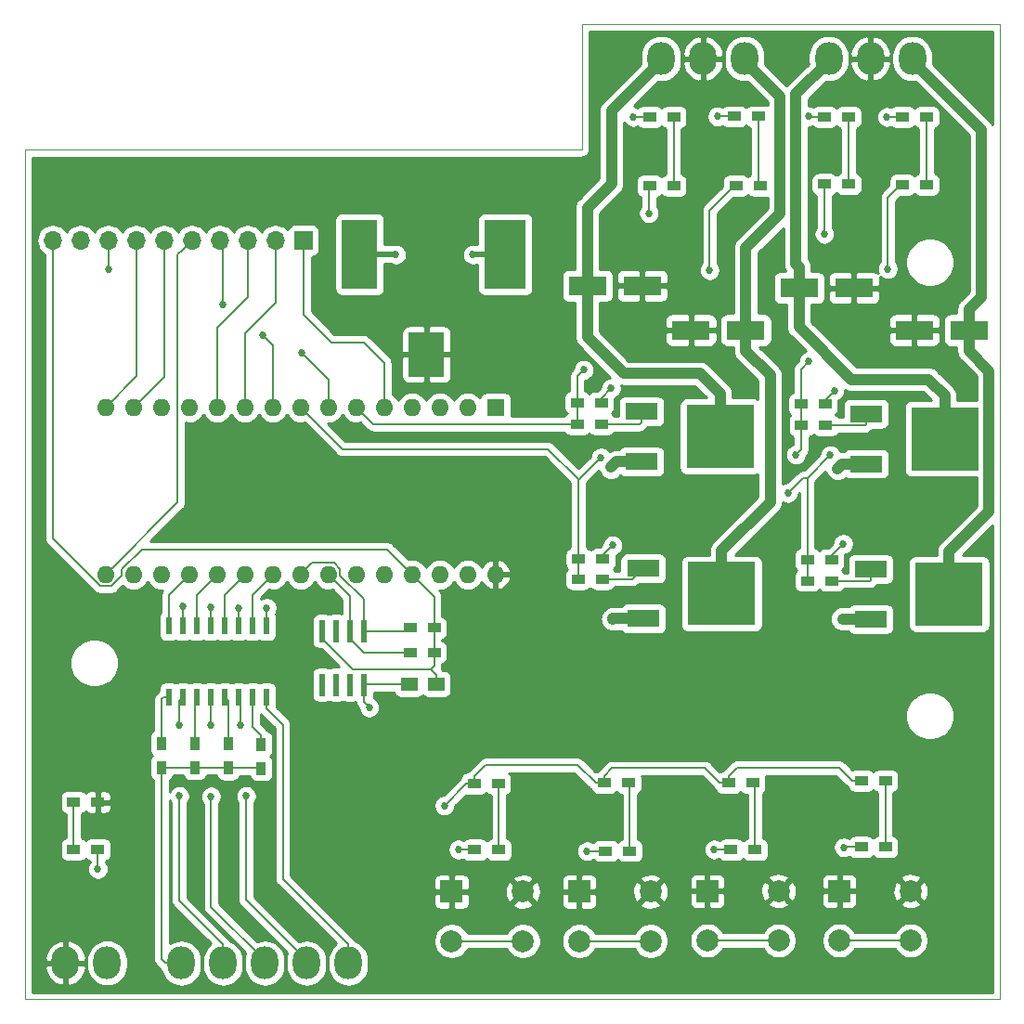
<source format=gbr>
%TF.GenerationSoftware,KiCad,Pcbnew,(5.1.2-1)-1*%
%TF.CreationDate,2019-09-01T22:37:37-05:00*%
%TF.ProjectId,FrankyAlpha,4672616e-6b79-4416-9c70-68612e6b6963,rev?*%
%TF.SameCoordinates,Original*%
%TF.FileFunction,Copper,L1,Top*%
%TF.FilePolarity,Positive*%
%FSLAX46Y46*%
G04 Gerber Fmt 4.6, Leading zero omitted, Abs format (unit mm)*
G04 Created by KiCad (PCBNEW (5.1.2-1)-1) date 2019-09-01 22:37:37*
%MOMM*%
%LPD*%
G04 APERTURE LIST*
%ADD10C,0.050000*%
%ADD11C,0.100000*%
%ADD12O,1.600000X1.600000*%
%ADD13R,1.600000X1.600000*%
%ADD14R,1.500000X1.250000*%
%ADD15R,1.200000X0.900000*%
%ADD16R,3.500000X1.800000*%
%ADD17O,2.500000X3.000000*%
%ADD18R,1.700000X1.700000*%
%ADD19O,1.700000X1.700000*%
%ADD20R,3.000000X1.600000*%
%ADD21R,6.200000X5.800000*%
%ADD22R,0.900000X1.200000*%
%ADD23C,2.000000*%
%ADD24R,2.000000X2.000000*%
%ADD25R,0.590000X1.610000*%
%ADD26R,0.600000X2.000000*%
%ADD27R,3.300000X4.060000*%
%ADD28R,3.300000X6.350000*%
%ADD29R,3.810000X6.350000*%
%ADD30C,0.685800*%
%ADD31C,0.203200*%
%ADD32C,0.508000*%
%ADD33C,1.016000*%
%ADD34C,0.254000*%
G04 APERTURE END LIST*
D10*
X50800000Y0D02*
X88900000Y0D01*
X88900000Y-88900000D02*
X88900000Y0D01*
X0Y-88900000D02*
X88900000Y-88900000D01*
X0Y-11430000D02*
X0Y-88900000D01*
D11*
X50800000Y-11430000D02*
X0Y-11430000D01*
X50800000Y0D02*
X50800000Y-11430000D01*
D12*
X7366000Y-50165000D03*
X7366000Y-34925000D03*
X42926000Y-50165000D03*
X9906000Y-34925000D03*
X40386000Y-50165000D03*
X12446000Y-34925000D03*
X37846000Y-50165000D03*
X14986000Y-34925000D03*
X35306000Y-50165000D03*
X17526000Y-34925000D03*
X32766000Y-50165000D03*
X20066000Y-34925000D03*
X30226000Y-50165000D03*
X22606000Y-34925000D03*
X27686000Y-50165000D03*
X25146000Y-34925000D03*
X25146000Y-50165000D03*
X27686000Y-34925000D03*
X22606000Y-50165000D03*
X30226000Y-34925000D03*
X20066000Y-50165000D03*
X32766000Y-34925000D03*
X17526000Y-50165000D03*
X35306000Y-34925000D03*
X14986000Y-50165000D03*
X37846000Y-34925000D03*
X12446000Y-50165000D03*
X40386000Y-34925000D03*
X9906000Y-50165000D03*
D13*
X42926000Y-34925000D03*
D14*
X35021200Y-60147200D03*
X37521200Y-60147200D03*
D15*
X41013200Y-75260200D03*
X43213200Y-75260200D03*
X55151200Y-75361800D03*
X52951200Y-75361800D03*
X64381200Y-75260200D03*
X66581200Y-75260200D03*
X78468400Y-75006200D03*
X76268400Y-75006200D03*
X59164400Y-8432800D03*
X56964400Y-8432800D03*
D16*
X51297200Y-23825200D03*
X56297200Y-23825200D03*
D15*
X66886000Y-8382000D03*
X64686000Y-8382000D03*
X72915600Y-8432800D03*
X75115600Y-8432800D03*
D16*
X65746000Y-27863800D03*
X60746000Y-27863800D03*
X75601200Y-24028400D03*
X70601200Y-24028400D03*
D15*
X4437200Y-75234800D03*
X6637200Y-75234800D03*
X80027600Y-8432800D03*
X82227600Y-8432800D03*
D16*
X81116800Y-27863800D03*
X86116800Y-27863800D03*
D17*
X3683000Y-85572600D03*
X7493000Y-85572600D03*
D18*
X25400000Y-19685000D03*
D19*
X22860000Y-19685000D03*
X20320000Y-19685000D03*
X17780000Y-19685000D03*
X15240000Y-19685000D03*
X12700000Y-19685000D03*
X10160000Y-19685000D03*
X7620000Y-19685000D03*
X5080000Y-19685000D03*
X2540000Y-19685000D03*
D17*
X58013600Y-3098800D03*
X61823600Y-3098800D03*
X65633600Y-3098800D03*
X80924400Y-3098800D03*
X77114400Y-3098800D03*
X73304400Y-3098800D03*
X14249400Y-85598000D03*
X18059400Y-85598000D03*
X21869400Y-85598000D03*
X25679400Y-85598000D03*
X29489400Y-85598000D03*
D20*
X56219600Y-39851600D03*
D21*
X63389600Y-37566600D03*
D20*
X56219600Y-35281600D03*
X56372000Y-49607200D03*
D21*
X63542000Y-51892200D03*
D20*
X56372000Y-54177200D03*
X76717400Y-40054800D03*
D21*
X83887400Y-37769800D03*
D20*
X76717400Y-35484800D03*
X77123800Y-49658000D03*
D21*
X84293800Y-51943000D03*
D20*
X77123800Y-54228000D03*
D15*
X40962400Y-69215000D03*
X43162400Y-69215000D03*
X55049600Y-69164200D03*
X52849600Y-69164200D03*
X64178000Y-69164200D03*
X66378000Y-69164200D03*
X78468400Y-68961000D03*
X76268400Y-68961000D03*
X59164400Y-14706600D03*
X56964400Y-14706600D03*
D22*
X12446000Y-67749600D03*
X12446000Y-65549600D03*
X15494000Y-67749600D03*
X15494000Y-65549600D03*
X18542000Y-67782800D03*
X18542000Y-65582800D03*
X21539200Y-65651200D03*
X21539200Y-67851200D03*
D15*
X50360400Y-34467800D03*
X52560400Y-34467800D03*
X50360400Y-36449000D03*
X52560400Y-36449000D03*
X64838400Y-14706600D03*
X67038400Y-14706600D03*
X50479600Y-48742600D03*
X52679600Y-48742600D03*
X75115600Y-14554200D03*
X72915600Y-14554200D03*
X50462000Y-50571400D03*
X52662000Y-50571400D03*
X72956600Y-34620200D03*
X70756600Y-34620200D03*
X73007400Y-36550600D03*
X70807400Y-36550600D03*
X6637200Y-70916800D03*
X4437200Y-70916800D03*
X80027600Y-14605000D03*
X82227600Y-14605000D03*
X35120400Y-57251600D03*
X37320400Y-57251600D03*
X73566200Y-48793400D03*
X71366200Y-48793400D03*
X73566200Y-50723800D03*
X71366200Y-50723800D03*
X37320400Y-55016400D03*
X35120400Y-55016400D03*
D23*
X45414000Y-83580800D03*
X38914000Y-83580800D03*
X45414000Y-79080800D03*
D24*
X38914000Y-79080800D03*
X50547200Y-79080800D03*
D23*
X57047200Y-79080800D03*
X50547200Y-83580800D03*
X57047200Y-83580800D03*
X68731200Y-83530000D03*
X62231200Y-83530000D03*
X68731200Y-79030000D03*
D24*
X62231200Y-79030000D03*
X74270800Y-79030000D03*
D23*
X80770800Y-79030000D03*
X74270800Y-83530000D03*
X80770800Y-83530000D03*
D25*
X13131800Y-61365200D03*
X14401800Y-61365200D03*
X15671800Y-61365200D03*
X16941800Y-61365200D03*
X18211800Y-61365200D03*
X19481800Y-61365200D03*
X20751800Y-61365200D03*
X22021800Y-61365200D03*
X22021800Y-54865200D03*
X20751800Y-54865200D03*
X19481800Y-54865200D03*
X18211800Y-54865200D03*
X16941800Y-54865200D03*
X15671800Y-54865200D03*
X14401800Y-54865200D03*
X13131800Y-54865200D03*
D26*
X27101800Y-60209600D03*
X28371800Y-60209600D03*
X30911800Y-60209600D03*
X30911800Y-55309600D03*
X29641800Y-55309600D03*
X28371800Y-55309600D03*
X27101800Y-55309600D03*
X29641800Y-60209600D03*
D27*
X36626100Y-30095300D03*
D28*
X30526900Y-20955200D03*
D29*
X43815000Y-20955000D03*
D30*
X33832800Y-20980400D03*
X31394400Y-62280800D03*
X40843200Y-20980400D03*
X73812400Y-33375600D03*
X53441600Y-33172400D03*
X53594000Y-47498000D03*
X74625200Y-47345600D03*
X74676000Y-75031600D03*
X62839600Y-75234800D03*
X51257200Y-75387200D03*
X39522400Y-75234800D03*
X55473600Y-8432800D03*
X63144400Y-8382000D03*
X71475600Y-8382000D03*
X78587600Y-8432800D03*
X53594000Y-54203600D03*
X74574400Y-54203600D03*
X53441600Y-40386000D03*
X74117200Y-40487600D03*
X6654800Y-77012800D03*
X14376400Y-53086000D03*
X16916400Y-53136800D03*
X19456400Y-53187600D03*
X22047200Y-53187600D03*
X73456800Y-39268400D03*
X78689200Y-22301200D03*
X69596000Y-42722800D03*
X70307200Y-39217600D03*
X71475600Y-30734000D03*
X72898000Y-19100800D03*
X21691600Y-28346400D03*
X18084800Y-25552400D03*
X52527200Y-39471600D03*
X62433200Y-22402800D03*
X25247600Y-29921200D03*
X7620000Y-22352000D03*
X50952400Y-31496000D03*
X56896000Y-17221200D03*
X38252400Y-71221600D03*
X14071600Y-70358000D03*
X14071600Y-63906400D03*
X16967200Y-70408800D03*
X16916400Y-63855600D03*
X20167600Y-70358000D03*
X19659600Y-63906400D03*
D31*
X14390001Y-20534999D02*
X15240000Y-19685000D01*
X13931999Y-20993001D02*
X14390001Y-20534999D01*
X13931999Y-43599001D02*
X13931999Y-20993001D01*
X7366000Y-50165000D02*
X13931999Y-43599001D01*
X7366000Y-34925000D02*
X10210800Y-32080200D01*
X10160000Y-32029400D02*
X10160000Y-19685000D01*
X10210800Y-32080200D02*
X10160000Y-32029400D01*
D32*
X62180400Y-79080800D02*
X62231200Y-79030000D01*
D31*
X9906000Y-34925000D02*
X12700000Y-32131000D01*
X12700000Y-32131000D02*
X12700000Y-19685000D01*
D32*
X33807600Y-20955200D02*
X33832800Y-20980400D01*
X30526900Y-20955200D02*
X33807600Y-20955200D01*
D31*
X6586400Y-84666000D02*
X7493000Y-85572600D01*
X14401800Y-54865200D02*
X14401800Y-54355200D01*
X16941800Y-54865200D02*
X16941800Y-54355200D01*
X19481800Y-54865200D02*
X19481800Y-54178200D01*
X30911800Y-61798200D02*
X31394400Y-62280800D01*
X30911800Y-60209600D02*
X30911800Y-61798200D01*
X30974200Y-60147200D02*
X30911800Y-60209600D01*
X35021200Y-60147200D02*
X30974200Y-60147200D01*
D32*
X40868600Y-20955000D02*
X40843200Y-20980400D01*
X43815000Y-20955000D02*
X40868600Y-20955000D01*
X76717400Y-40054800D02*
X75515200Y-40054800D01*
D31*
X72956600Y-34231400D02*
X73812400Y-33375600D01*
X72956600Y-34620200D02*
X72956600Y-34231400D01*
X52560400Y-34053600D02*
X53441600Y-33172400D01*
X52560400Y-34467800D02*
X52560400Y-34053600D01*
X52679600Y-48412400D02*
X53594000Y-47498000D01*
X52679600Y-48742600D02*
X52679600Y-48412400D01*
X73566200Y-48404600D02*
X74625200Y-47345600D01*
X73566200Y-48793400D02*
X73566200Y-48404600D01*
X74701400Y-75006200D02*
X74676000Y-75031600D01*
X76268400Y-75006200D02*
X74701400Y-75006200D01*
X62865000Y-75260200D02*
X62839600Y-75234800D01*
X64381200Y-75260200D02*
X62865000Y-75260200D01*
X51282600Y-75361800D02*
X51257200Y-75387200D01*
X52951200Y-75361800D02*
X51282600Y-75361800D01*
X39547800Y-75260200D02*
X39522400Y-75234800D01*
X41013200Y-75260200D02*
X39547800Y-75260200D01*
X56964400Y-8432800D02*
X55473600Y-8432800D01*
X64686000Y-8382000D02*
X63144400Y-8382000D01*
X71526400Y-8432800D02*
X71475600Y-8382000D01*
X72915600Y-8432800D02*
X71526400Y-8432800D01*
X80027600Y-8432800D02*
X78587600Y-8432800D01*
D33*
X53620400Y-54177200D02*
X53594000Y-54203600D01*
X56372000Y-54177200D02*
X53620400Y-54177200D01*
X74598800Y-54228000D02*
X74574400Y-54203600D01*
X77123800Y-54228000D02*
X74598800Y-54228000D01*
X53976000Y-39851600D02*
X53441600Y-40386000D01*
X56219600Y-39851600D02*
X53976000Y-39851600D01*
X74550000Y-40054800D02*
X74117200Y-40487600D01*
X76717400Y-40054800D02*
X74550000Y-40054800D01*
D31*
X6637200Y-76995200D02*
X6654800Y-77012800D01*
X6637200Y-75234800D02*
X6637200Y-76995200D01*
X14401800Y-53111400D02*
X14376400Y-53086000D01*
X14401800Y-54865200D02*
X14401800Y-53111400D01*
X16941800Y-53162200D02*
X16916400Y-53136800D01*
X16941800Y-54865200D02*
X16941800Y-53162200D01*
X19481800Y-53213000D02*
X19456400Y-53187600D01*
X19481800Y-54865200D02*
X19481800Y-53213000D01*
X22021800Y-53213000D02*
X22047200Y-53187600D01*
X22021800Y-54865200D02*
X22021800Y-53213000D01*
X71366200Y-50723800D02*
X71366200Y-48793400D01*
X71366200Y-41359000D02*
X73456800Y-39268400D01*
X71366200Y-48793400D02*
X71366200Y-41359000D01*
X79877600Y-14605000D02*
X80027600Y-14605000D01*
X78689200Y-15793400D02*
X79877600Y-14605000D01*
X78689200Y-22301200D02*
X78689200Y-15793400D01*
X70959800Y-41359000D02*
X71366200Y-41359000D01*
X69596000Y-42722800D02*
X70959800Y-41359000D01*
X70807400Y-34671000D02*
X70756600Y-34620200D01*
X70807400Y-36550600D02*
X70807400Y-34671000D01*
X70807400Y-38717400D02*
X70807400Y-36550600D01*
X70307200Y-39217600D02*
X70807400Y-38717400D01*
X70756600Y-31453000D02*
X71475600Y-30734000D01*
X70756600Y-34620200D02*
X70756600Y-31453000D01*
X72898000Y-14571800D02*
X72915600Y-14554200D01*
X72898000Y-19100800D02*
X72898000Y-14571800D01*
X37521200Y-57452400D02*
X37320400Y-57251600D01*
X37320400Y-57251600D02*
X37320400Y-55016400D01*
X37320400Y-55016400D02*
X37617400Y-55016400D01*
X27101800Y-55309600D02*
X27101800Y-54609600D01*
X32994600Y-47853600D02*
X35306000Y-50165000D01*
X25897478Y-47853600D02*
X32994600Y-47853600D01*
X2540000Y-46898922D02*
X2540000Y-20887081D01*
X7871921Y-51219001D02*
X6860079Y-51219001D01*
X8851999Y-50238923D02*
X7871921Y-51219001D01*
X2540000Y-20887081D02*
X2540000Y-19685000D01*
X8851999Y-49659079D02*
X8851999Y-50238923D01*
X10657478Y-47853600D02*
X8851999Y-49659079D01*
X6860079Y-51219001D02*
X2540000Y-46898922D01*
X25897478Y-47853600D02*
X10657478Y-47853600D01*
X37521200Y-60147200D02*
X37396200Y-60147200D01*
X37320400Y-52179400D02*
X35306000Y-50165000D01*
X37320400Y-55016400D02*
X37320400Y-52179400D01*
X37521200Y-59319000D02*
X36977800Y-58775600D01*
X37521200Y-60147200D02*
X37521200Y-59319000D01*
X27101800Y-56009600D02*
X27101800Y-55309600D01*
X29867800Y-58775600D02*
X27101800Y-56009600D01*
X36977800Y-58775600D02*
X29867800Y-58775600D01*
X37320400Y-58433000D02*
X37320400Y-57251600D01*
X36977800Y-58775600D02*
X37320400Y-58433000D01*
X17526000Y-34925000D02*
X17526000Y-27686000D01*
X20320000Y-24892000D02*
X20320000Y-19685000D01*
X17526000Y-27686000D02*
X20320000Y-24892000D01*
X20066000Y-34925000D02*
X20066000Y-28143200D01*
X22860000Y-25349200D02*
X22860000Y-19685000D01*
X20066000Y-28143200D02*
X22860000Y-25349200D01*
X22606000Y-29260800D02*
X21691600Y-28346400D01*
X22606000Y-34925000D02*
X22606000Y-29260800D01*
X18084800Y-19989800D02*
X17780000Y-19685000D01*
X18084800Y-25552400D02*
X18084800Y-19989800D01*
X30883800Y-57251600D02*
X29641800Y-56009600D01*
X29641800Y-56009600D02*
X29641800Y-55309600D01*
X35120400Y-57251600D02*
X30883800Y-57251600D01*
X29641800Y-52120800D02*
X27686000Y-50165000D01*
X29641800Y-55309600D02*
X29641800Y-52120800D01*
X50462000Y-48760200D02*
X50479600Y-48742600D01*
X50462000Y-50571400D02*
X50462000Y-48760200D01*
X50479600Y-41519200D02*
X52527200Y-39471600D01*
X50479600Y-48742600D02*
X50479600Y-41519200D01*
X64688400Y-14706600D02*
X64838400Y-14706600D01*
X62433200Y-16961800D02*
X64688400Y-14706600D01*
X62433200Y-22402800D02*
X62433200Y-16961800D01*
X50479600Y-41519200D02*
X50479600Y-41488000D01*
X50479600Y-41488000D02*
X47701200Y-38709600D01*
X28930600Y-38709600D02*
X25146000Y-34925000D01*
X47701200Y-38709600D02*
X28930600Y-38709600D01*
X34827200Y-55309600D02*
X35120400Y-55016400D01*
X30911800Y-55309600D02*
X34827200Y-55309600D01*
X25945999Y-49365001D02*
X25146000Y-50165000D01*
X26200001Y-49110999D02*
X25945999Y-49365001D01*
X28191921Y-49110999D02*
X26200001Y-49110999D01*
X28752800Y-49671878D02*
X28191921Y-49110999D01*
X28752800Y-50251722D02*
X28752800Y-49671878D01*
X30911800Y-52410722D02*
X28752800Y-50251722D01*
X30911800Y-55309600D02*
X30911800Y-52410722D01*
X27686000Y-32359600D02*
X25247600Y-29921200D01*
X27686000Y-34925000D02*
X27686000Y-32359600D01*
X7620000Y-22352000D02*
X7620000Y-19685000D01*
X20751800Y-54865200D02*
X20751800Y-54355200D01*
X20751800Y-52019200D02*
X22606000Y-50165000D01*
X20751800Y-54865200D02*
X20751800Y-52019200D01*
X50360400Y-36449000D02*
X50360400Y-34467800D01*
X31750000Y-36449000D02*
X30226000Y-34925000D01*
X50360400Y-36449000D02*
X31750000Y-36449000D01*
X50360400Y-32088000D02*
X50952400Y-31496000D01*
X50360400Y-34467800D02*
X50360400Y-32088000D01*
X56896000Y-14775000D02*
X56964400Y-14706600D01*
X56896000Y-17221200D02*
X56896000Y-14775000D01*
X18211800Y-52019200D02*
X20066000Y-50165000D01*
X18211800Y-54865200D02*
X18211800Y-52019200D01*
X32766000Y-34925000D02*
X32766000Y-30835600D01*
X32766000Y-30835600D02*
X30937200Y-29006800D01*
X30937200Y-29006800D02*
X27940000Y-29006800D01*
X25400000Y-26466800D02*
X25400000Y-19685000D01*
X27940000Y-29006800D02*
X25400000Y-26466800D01*
X15671800Y-54865200D02*
X15671800Y-54355200D01*
X15671800Y-52019200D02*
X17526000Y-50165000D01*
X15671800Y-54865200D02*
X15671800Y-52019200D01*
X13131800Y-54865200D02*
X13131800Y-54355200D01*
X13131800Y-52019200D02*
X14986000Y-50165000D01*
X13131800Y-54865200D02*
X13131800Y-52019200D01*
X43213200Y-69265800D02*
X43162400Y-69215000D01*
X43213200Y-75260200D02*
X43213200Y-69265800D01*
X55151200Y-69265800D02*
X55049600Y-69164200D01*
X55151200Y-75361800D02*
X55151200Y-69265800D01*
X66581200Y-69367400D02*
X66378000Y-69164200D01*
X66581200Y-75260200D02*
X66581200Y-69367400D01*
X78468400Y-75006200D02*
X78468400Y-68961000D01*
X59164400Y-14053400D02*
X59164400Y-8432800D01*
X59164400Y-14706600D02*
X59164400Y-14053400D01*
D33*
X63389600Y-33650600D02*
X61539800Y-31800800D01*
X63389600Y-37566600D02*
X63389600Y-33650600D01*
X61539800Y-31800800D02*
X54610000Y-31800800D01*
X51297200Y-28488000D02*
X51297200Y-23825200D01*
X54610000Y-31800800D02*
X51297200Y-28488000D01*
X51297200Y-23825200D02*
X51297200Y-16724000D01*
X51297200Y-16724000D02*
X53492400Y-14528800D01*
X58013600Y-3348800D02*
X58013600Y-3098800D01*
X53492400Y-7870000D02*
X58013600Y-3348800D01*
X53492400Y-14528800D02*
X53492400Y-7870000D01*
D31*
X66886000Y-14554200D02*
X67038400Y-14706600D01*
X66886000Y-8382000D02*
X66886000Y-14554200D01*
X75115600Y-14554200D02*
X75115600Y-8432800D01*
D33*
X63542000Y-47976200D02*
X67970400Y-43547800D01*
X63542000Y-51892200D02*
X63542000Y-47976200D01*
X65746000Y-29779800D02*
X65746000Y-27863800D01*
X67970400Y-32004200D02*
X65746000Y-29779800D01*
X67970400Y-43547800D02*
X67970400Y-32004200D01*
X65746000Y-27863800D02*
X65746000Y-20360000D01*
X65746000Y-20360000D02*
X68884800Y-17221200D01*
X65633600Y-3348800D02*
X65633600Y-3098800D01*
X68884800Y-6600000D02*
X65633600Y-3348800D01*
X68884800Y-17221200D02*
X68884800Y-6600000D01*
X83887400Y-33853800D02*
X82393200Y-32359600D01*
X83887400Y-37769800D02*
X83887400Y-33853800D01*
X82393200Y-32359600D02*
X75387200Y-32359600D01*
X70601200Y-27573600D02*
X70601200Y-24028400D01*
X75387200Y-32359600D02*
X70601200Y-27573600D01*
X70601200Y-22112400D02*
X70307200Y-21818400D01*
X70601200Y-24028400D02*
X70601200Y-22112400D01*
X73304400Y-3348800D02*
X73304400Y-3098800D01*
X70307200Y-6346000D02*
X73304400Y-3348800D01*
X70307200Y-21818400D02*
X70307200Y-6346000D01*
D31*
X4437200Y-75107800D02*
X4386400Y-75158600D01*
X4437200Y-70916800D02*
X4437200Y-75234800D01*
X82227600Y-13951800D02*
X82227600Y-8432800D01*
X82227600Y-14605000D02*
X82227600Y-13951800D01*
D33*
X86116800Y-25947800D02*
X87223600Y-24841000D01*
X86116800Y-27863800D02*
X86116800Y-25947800D01*
X80924400Y-3348800D02*
X80924400Y-3098800D01*
X87223600Y-9648000D02*
X80924400Y-3348800D01*
X87223600Y-24841000D02*
X87223600Y-9648000D01*
X84293800Y-48027000D02*
X87934800Y-44386000D01*
X84293800Y-51943000D02*
X84293800Y-48027000D01*
X86116800Y-29779800D02*
X86116800Y-27863800D01*
X87934800Y-31597800D02*
X86116800Y-29779800D01*
X87934800Y-44386000D02*
X87934800Y-31597800D01*
D31*
X13099200Y-67749600D02*
X15494000Y-67749600D01*
X12446000Y-67749600D02*
X13099200Y-67749600D01*
X18508800Y-67749600D02*
X18542000Y-67782800D01*
X15494000Y-67749600D02*
X18508800Y-67749600D01*
X21470800Y-67782800D02*
X21539200Y-67851200D01*
X18542000Y-67782800D02*
X21470800Y-67782800D01*
X14681200Y-85166200D02*
X14249400Y-85598000D01*
X38914000Y-83580800D02*
X45414000Y-83580800D01*
X50547200Y-83580800D02*
X57047200Y-83580800D01*
X63645413Y-83530000D02*
X68731200Y-83530000D01*
X62231200Y-83530000D02*
X63645413Y-83530000D01*
X74270800Y-83530000D02*
X80770800Y-83530000D01*
X40962400Y-68561800D02*
X42011000Y-67513200D01*
X40962400Y-69215000D02*
X40962400Y-68561800D01*
X52046400Y-69164200D02*
X52849600Y-69164200D01*
X50395400Y-67513200D02*
X52046400Y-69164200D01*
X42011000Y-67513200D02*
X50395400Y-67513200D01*
X40259000Y-69215000D02*
X40962400Y-69215000D01*
X38252400Y-71221600D02*
X40259000Y-69215000D01*
X52849600Y-68511000D02*
X53542600Y-67818000D01*
X52849600Y-69164200D02*
X52849600Y-68511000D01*
X63374800Y-69164200D02*
X64178000Y-69164200D01*
X62028600Y-67818000D02*
X63374800Y-69164200D01*
X53542600Y-67818000D02*
X62028600Y-67818000D01*
X64178000Y-68511000D02*
X64921800Y-67767200D01*
X64178000Y-69164200D02*
X64178000Y-68511000D01*
X75465200Y-68961000D02*
X76268400Y-68961000D01*
X74271400Y-67767200D02*
X75465200Y-68961000D01*
X64921800Y-67767200D02*
X74271400Y-67767200D01*
X12446000Y-85247800D02*
X12796200Y-85598000D01*
X12796200Y-85598000D02*
X14249400Y-85598000D01*
X12446000Y-67749600D02*
X12446000Y-85247800D01*
X14071600Y-79907000D02*
X14071600Y-70358000D01*
X18059400Y-83894800D02*
X14071600Y-79907000D01*
X18059400Y-85598000D02*
X18059400Y-83894800D01*
X14071600Y-61695400D02*
X14401800Y-61365200D01*
X14071600Y-63906400D02*
X14071600Y-61695400D01*
X17068800Y-61492200D02*
X16941800Y-61365200D01*
X16967200Y-80445800D02*
X16967200Y-70408800D01*
X21869400Y-85348000D02*
X16967200Y-80445800D01*
X21869400Y-85598000D02*
X21869400Y-85348000D01*
X16916400Y-61390600D02*
X16941800Y-61365200D01*
X16916400Y-63855600D02*
X16916400Y-61390600D01*
X25679400Y-85348000D02*
X20167600Y-79836200D01*
X20167600Y-79836200D02*
X20167600Y-70358000D01*
X25679400Y-85598000D02*
X25679400Y-85348000D01*
X19659600Y-61543000D02*
X19481800Y-61365200D01*
X19659600Y-63906400D02*
X19659600Y-61543000D01*
X29489400Y-83894800D02*
X23520400Y-77925800D01*
X29489400Y-85598000D02*
X29489400Y-83894800D01*
X22021800Y-62373400D02*
X22021800Y-61365200D01*
X23520400Y-63872000D02*
X22021800Y-62373400D01*
X23520400Y-77925800D02*
X23520400Y-63872000D01*
X56055400Y-36449000D02*
X56219600Y-36284800D01*
X56219600Y-36284800D02*
X56219600Y-35281600D01*
X52560400Y-36449000D02*
X56055400Y-36449000D01*
X55407800Y-50571400D02*
X56372000Y-49607200D01*
X52662000Y-50571400D02*
X55407800Y-50571400D01*
X76717400Y-36488000D02*
X76717400Y-35484800D01*
X76654800Y-36550600D02*
X76717400Y-36488000D01*
X73007400Y-36550600D02*
X76654800Y-36550600D01*
X77123800Y-50661200D02*
X77123800Y-49658000D01*
X77061200Y-50723800D02*
X77123800Y-50661200D01*
X73566200Y-50723800D02*
X77061200Y-50723800D01*
X12633600Y-61365200D02*
X13131800Y-61365200D01*
X12446000Y-61552800D02*
X12633600Y-61365200D01*
X12446000Y-65549600D02*
X12446000Y-61552800D01*
X15494000Y-61543000D02*
X15671800Y-61365200D01*
X15494000Y-65549600D02*
X15494000Y-61543000D01*
X18542000Y-61695400D02*
X18211800Y-61365200D01*
X18542000Y-65582800D02*
X18542000Y-61695400D01*
X20751800Y-62373400D02*
X20751800Y-61365200D01*
X20751800Y-64060600D02*
X20751800Y-62373400D01*
X21539200Y-64848000D02*
X20751800Y-64060600D01*
X21539200Y-65651200D02*
X21539200Y-64848000D01*
D34*
G36*
X88240001Y-9124845D02*
G01*
X88178568Y-9009911D01*
X88035733Y-8835867D01*
X87992123Y-8800077D01*
X82793623Y-3601578D01*
X82809400Y-3441396D01*
X82809400Y-2756203D01*
X82782125Y-2479276D01*
X82674339Y-2123952D01*
X82499303Y-1796483D01*
X82263745Y-1509455D01*
X81976717Y-1273897D01*
X81649247Y-1098861D01*
X81293923Y-991075D01*
X80924400Y-954680D01*
X80554876Y-991075D01*
X80199552Y-1098861D01*
X79872083Y-1273897D01*
X79585055Y-1509455D01*
X79349497Y-1796483D01*
X79174461Y-2123953D01*
X79066675Y-2479277D01*
X79039400Y-2756204D01*
X79039400Y-3441397D01*
X79066675Y-3718324D01*
X79174461Y-4073648D01*
X79349497Y-4401117D01*
X79585055Y-4688145D01*
X79872084Y-4923703D01*
X80199553Y-5098739D01*
X80554877Y-5206525D01*
X80924400Y-5242920D01*
X81177178Y-5218023D01*
X86080601Y-10121447D01*
X86080600Y-24367554D01*
X85348278Y-25099877D01*
X85304668Y-25135667D01*
X85161833Y-25309711D01*
X85056154Y-25507424D01*
X85055698Y-25508277D01*
X84990339Y-25723733D01*
X84968271Y-25947800D01*
X84973801Y-26003948D01*
X84973801Y-26325728D01*
X84366800Y-26325728D01*
X84242318Y-26337988D01*
X84122620Y-26374298D01*
X84012306Y-26433263D01*
X83915615Y-26512615D01*
X83836263Y-26609306D01*
X83777298Y-26719620D01*
X83740988Y-26839318D01*
X83728728Y-26963800D01*
X83728728Y-28763800D01*
X83740988Y-28888282D01*
X83777298Y-29007980D01*
X83836263Y-29118294D01*
X83915615Y-29214985D01*
X84012306Y-29294337D01*
X84122620Y-29353302D01*
X84242318Y-29389612D01*
X84366800Y-29401872D01*
X84973800Y-29401872D01*
X84973800Y-29723661D01*
X84968271Y-29779800D01*
X84973800Y-29835939D01*
X84973800Y-29835945D01*
X84982197Y-29921200D01*
X84990339Y-30003867D01*
X84994479Y-30017515D01*
X85055697Y-30219322D01*
X85161832Y-30417888D01*
X85304667Y-30591933D01*
X85348282Y-30627727D01*
X86791801Y-32071248D01*
X86791801Y-34231728D01*
X85030400Y-34231728D01*
X85030400Y-33909939D01*
X85035929Y-33853800D01*
X85030400Y-33797661D01*
X85030400Y-33797654D01*
X85013861Y-33629733D01*
X84948503Y-33414277D01*
X84842368Y-33215711D01*
X84699533Y-33041667D01*
X84655923Y-33005877D01*
X83241127Y-31591082D01*
X83205333Y-31547467D01*
X83031289Y-31404632D01*
X82832723Y-31298497D01*
X82617267Y-31233139D01*
X82449346Y-31216600D01*
X82449339Y-31216600D01*
X82393200Y-31211071D01*
X82337061Y-31216600D01*
X75860646Y-31216600D01*
X73407846Y-28763800D01*
X78728728Y-28763800D01*
X78740988Y-28888282D01*
X78777298Y-29007980D01*
X78836263Y-29118294D01*
X78915615Y-29214985D01*
X79012306Y-29294337D01*
X79122620Y-29353302D01*
X79242318Y-29389612D01*
X79366800Y-29401872D01*
X80831050Y-29398800D01*
X80989800Y-29240050D01*
X80989800Y-27990800D01*
X81243800Y-27990800D01*
X81243800Y-29240050D01*
X81402550Y-29398800D01*
X82866800Y-29401872D01*
X82991282Y-29389612D01*
X83110980Y-29353302D01*
X83221294Y-29294337D01*
X83317985Y-29214985D01*
X83397337Y-29118294D01*
X83456302Y-29007980D01*
X83492612Y-28888282D01*
X83504872Y-28763800D01*
X83501800Y-28149550D01*
X83343050Y-27990800D01*
X81243800Y-27990800D01*
X80989800Y-27990800D01*
X78890550Y-27990800D01*
X78731800Y-28149550D01*
X78728728Y-28763800D01*
X73407846Y-28763800D01*
X71744200Y-27100155D01*
X71744200Y-26963800D01*
X78728728Y-26963800D01*
X78731800Y-27578050D01*
X78890550Y-27736800D01*
X80989800Y-27736800D01*
X80989800Y-26487550D01*
X81243800Y-26487550D01*
X81243800Y-27736800D01*
X83343050Y-27736800D01*
X83501800Y-27578050D01*
X83504872Y-26963800D01*
X83492612Y-26839318D01*
X83456302Y-26719620D01*
X83397337Y-26609306D01*
X83317985Y-26512615D01*
X83221294Y-26433263D01*
X83110980Y-26374298D01*
X82991282Y-26337988D01*
X82866800Y-26325728D01*
X81402550Y-26328800D01*
X81243800Y-26487550D01*
X80989800Y-26487550D01*
X80831050Y-26328800D01*
X79366800Y-26325728D01*
X79242318Y-26337988D01*
X79122620Y-26374298D01*
X79012306Y-26433263D01*
X78915615Y-26512615D01*
X78836263Y-26609306D01*
X78777298Y-26719620D01*
X78740988Y-26839318D01*
X78728728Y-26963800D01*
X71744200Y-26963800D01*
X71744200Y-25566472D01*
X72351200Y-25566472D01*
X72475682Y-25554212D01*
X72595380Y-25517902D01*
X72705694Y-25458937D01*
X72802385Y-25379585D01*
X72881737Y-25282894D01*
X72940702Y-25172580D01*
X72977012Y-25052882D01*
X72989272Y-24928400D01*
X73213128Y-24928400D01*
X73225388Y-25052882D01*
X73261698Y-25172580D01*
X73320663Y-25282894D01*
X73400015Y-25379585D01*
X73496706Y-25458937D01*
X73607020Y-25517902D01*
X73726718Y-25554212D01*
X73851200Y-25566472D01*
X75315450Y-25563400D01*
X75474200Y-25404650D01*
X75474200Y-24155400D01*
X75728200Y-24155400D01*
X75728200Y-25404650D01*
X75886950Y-25563400D01*
X77351200Y-25566472D01*
X77475682Y-25554212D01*
X77595380Y-25517902D01*
X77705694Y-25458937D01*
X77802385Y-25379585D01*
X77881737Y-25282894D01*
X77940702Y-25172580D01*
X77977012Y-25052882D01*
X77989272Y-24928400D01*
X77986200Y-24314150D01*
X77827450Y-24155400D01*
X75728200Y-24155400D01*
X75474200Y-24155400D01*
X73374950Y-24155400D01*
X73216200Y-24314150D01*
X73213128Y-24928400D01*
X72989272Y-24928400D01*
X72989272Y-23128400D01*
X73213128Y-23128400D01*
X73216200Y-23742650D01*
X73374950Y-23901400D01*
X75474200Y-23901400D01*
X75474200Y-22652150D01*
X75728200Y-22652150D01*
X75728200Y-23901400D01*
X77827450Y-23901400D01*
X77986200Y-23742650D01*
X77989272Y-23128400D01*
X77977012Y-23003918D01*
X77963102Y-22958062D01*
X78065825Y-23060785D01*
X78225990Y-23167804D01*
X78403957Y-23241520D01*
X78592885Y-23279100D01*
X78785515Y-23279100D01*
X78974443Y-23241520D01*
X79152410Y-23167804D01*
X79312575Y-23060785D01*
X79448785Y-22924575D01*
X79555804Y-22764410D01*
X79629520Y-22586443D01*
X79667100Y-22397515D01*
X79667100Y-22204885D01*
X79629520Y-22015957D01*
X79555804Y-21837990D01*
X79448785Y-21677825D01*
X79425800Y-21654840D01*
X79425800Y-21471472D01*
X80315000Y-21471472D01*
X80315000Y-21911728D01*
X80400890Y-22343525D01*
X80569369Y-22750269D01*
X80813962Y-23116329D01*
X81125271Y-23427638D01*
X81491331Y-23672231D01*
X81898075Y-23840710D01*
X82329872Y-23926600D01*
X82770128Y-23926600D01*
X83201925Y-23840710D01*
X83608669Y-23672231D01*
X83974729Y-23427638D01*
X84286038Y-23116329D01*
X84530631Y-22750269D01*
X84699110Y-22343525D01*
X84785000Y-21911728D01*
X84785000Y-21471472D01*
X84699110Y-21039675D01*
X84530631Y-20632931D01*
X84286038Y-20266871D01*
X83974729Y-19955562D01*
X83608669Y-19710969D01*
X83201925Y-19542490D01*
X82770128Y-19456600D01*
X82329872Y-19456600D01*
X81898075Y-19542490D01*
X81491331Y-19710969D01*
X81125271Y-19955562D01*
X80813962Y-20266871D01*
X80569369Y-20632931D01*
X80400890Y-21039675D01*
X80315000Y-21471472D01*
X79425800Y-21471472D01*
X79425800Y-16098509D01*
X79831237Y-15693072D01*
X80627600Y-15693072D01*
X80752082Y-15680812D01*
X80871780Y-15644502D01*
X80982094Y-15585537D01*
X81078785Y-15506185D01*
X81127600Y-15446704D01*
X81176415Y-15506185D01*
X81273106Y-15585537D01*
X81383420Y-15644502D01*
X81503118Y-15680812D01*
X81627600Y-15693072D01*
X82827600Y-15693072D01*
X82952082Y-15680812D01*
X83071780Y-15644502D01*
X83182094Y-15585537D01*
X83278785Y-15506185D01*
X83358137Y-15409494D01*
X83417102Y-15299180D01*
X83453412Y-15179482D01*
X83465672Y-15055000D01*
X83465672Y-14155000D01*
X83453412Y-14030518D01*
X83417102Y-13910820D01*
X83358137Y-13800506D01*
X83278785Y-13703815D01*
X83182094Y-13624463D01*
X83071780Y-13565498D01*
X82964200Y-13532864D01*
X82964200Y-9504936D01*
X83071780Y-9472302D01*
X83182094Y-9413337D01*
X83278785Y-9333985D01*
X83358137Y-9237294D01*
X83417102Y-9126980D01*
X83453412Y-9007282D01*
X83465672Y-8882800D01*
X83465672Y-7982800D01*
X83453412Y-7858318D01*
X83417102Y-7738620D01*
X83358137Y-7628306D01*
X83278785Y-7531615D01*
X83182094Y-7452263D01*
X83071780Y-7393298D01*
X82952082Y-7356988D01*
X82827600Y-7344728D01*
X81627600Y-7344728D01*
X81503118Y-7356988D01*
X81383420Y-7393298D01*
X81273106Y-7452263D01*
X81176415Y-7531615D01*
X81127600Y-7591096D01*
X81078785Y-7531615D01*
X80982094Y-7452263D01*
X80871780Y-7393298D01*
X80752082Y-7356988D01*
X80627600Y-7344728D01*
X79427600Y-7344728D01*
X79303118Y-7356988D01*
X79183420Y-7393298D01*
X79073106Y-7452263D01*
X78976415Y-7531615D01*
X78974109Y-7534425D01*
X78872843Y-7492480D01*
X78683915Y-7454900D01*
X78491285Y-7454900D01*
X78302357Y-7492480D01*
X78124390Y-7566196D01*
X77964225Y-7673215D01*
X77828015Y-7809425D01*
X77720996Y-7969590D01*
X77647280Y-8147557D01*
X77609700Y-8336485D01*
X77609700Y-8529115D01*
X77647280Y-8718043D01*
X77720996Y-8896010D01*
X77828015Y-9056175D01*
X77964225Y-9192385D01*
X78124390Y-9299404D01*
X78302357Y-9373120D01*
X78491285Y-9410700D01*
X78683915Y-9410700D01*
X78872843Y-9373120D01*
X78974109Y-9331175D01*
X78976415Y-9333985D01*
X79073106Y-9413337D01*
X79183420Y-9472302D01*
X79303118Y-9508612D01*
X79427600Y-9520872D01*
X80627600Y-9520872D01*
X80752082Y-9508612D01*
X80871780Y-9472302D01*
X80982094Y-9413337D01*
X81078785Y-9333985D01*
X81127600Y-9274504D01*
X81176415Y-9333985D01*
X81273106Y-9413337D01*
X81383420Y-9472302D01*
X81491001Y-9504936D01*
X81491000Y-13532864D01*
X81383420Y-13565498D01*
X81273106Y-13624463D01*
X81176415Y-13703815D01*
X81127600Y-13763296D01*
X81078785Y-13703815D01*
X80982094Y-13624463D01*
X80871780Y-13565498D01*
X80752082Y-13529188D01*
X80627600Y-13516928D01*
X79427600Y-13516928D01*
X79303118Y-13529188D01*
X79183420Y-13565498D01*
X79073106Y-13624463D01*
X78976415Y-13703815D01*
X78897063Y-13800506D01*
X78838098Y-13910820D01*
X78801788Y-14030518D01*
X78789528Y-14155000D01*
X78789528Y-14651363D01*
X78193932Y-15246959D01*
X78165826Y-15270025D01*
X78142760Y-15298131D01*
X78142758Y-15298133D01*
X78073776Y-15382188D01*
X78005378Y-15510153D01*
X77982511Y-15585537D01*
X77965301Y-15642272D01*
X77963259Y-15649002D01*
X77949036Y-15793400D01*
X77952601Y-15829593D01*
X77952600Y-21654840D01*
X77929615Y-21677825D01*
X77822596Y-21837990D01*
X77748880Y-22015957D01*
X77711300Y-22204885D01*
X77711300Y-22397515D01*
X77748880Y-22586443D01*
X77778287Y-22657438D01*
X77705694Y-22597863D01*
X77595380Y-22538898D01*
X77475682Y-22502588D01*
X77351200Y-22490328D01*
X75886950Y-22493400D01*
X75728200Y-22652150D01*
X75474200Y-22652150D01*
X75315450Y-22493400D01*
X73851200Y-22490328D01*
X73726718Y-22502588D01*
X73607020Y-22538898D01*
X73496706Y-22597863D01*
X73400015Y-22677215D01*
X73320663Y-22773906D01*
X73261698Y-22884220D01*
X73225388Y-23003918D01*
X73213128Y-23128400D01*
X72989272Y-23128400D01*
X72977012Y-23003918D01*
X72940702Y-22884220D01*
X72881737Y-22773906D01*
X72802385Y-22677215D01*
X72705694Y-22597863D01*
X72595380Y-22538898D01*
X72475682Y-22502588D01*
X72351200Y-22490328D01*
X71744200Y-22490328D01*
X71744200Y-22168539D01*
X71749729Y-22112400D01*
X71744200Y-22056261D01*
X71744200Y-22056254D01*
X71727661Y-21888333D01*
X71723479Y-21874545D01*
X71694624Y-21779425D01*
X71662303Y-21672877D01*
X71556168Y-21474311D01*
X71450200Y-21345189D01*
X71450200Y-9359900D01*
X71571915Y-9359900D01*
X71760843Y-9322320D01*
X71830995Y-9293262D01*
X71864415Y-9333985D01*
X71961106Y-9413337D01*
X72071420Y-9472302D01*
X72191118Y-9508612D01*
X72315600Y-9520872D01*
X73515600Y-9520872D01*
X73640082Y-9508612D01*
X73759780Y-9472302D01*
X73870094Y-9413337D01*
X73966785Y-9333985D01*
X74015600Y-9274504D01*
X74064415Y-9333985D01*
X74161106Y-9413337D01*
X74271420Y-9472302D01*
X74379001Y-9504936D01*
X74379000Y-13482064D01*
X74271420Y-13514698D01*
X74161106Y-13573663D01*
X74064415Y-13653015D01*
X74015600Y-13712496D01*
X73966785Y-13653015D01*
X73870094Y-13573663D01*
X73759780Y-13514698D01*
X73640082Y-13478388D01*
X73515600Y-13466128D01*
X72315600Y-13466128D01*
X72191118Y-13478388D01*
X72071420Y-13514698D01*
X71961106Y-13573663D01*
X71864415Y-13653015D01*
X71785063Y-13749706D01*
X71726098Y-13860020D01*
X71689788Y-13979718D01*
X71677528Y-14104200D01*
X71677528Y-15004200D01*
X71689788Y-15128682D01*
X71726098Y-15248380D01*
X71785063Y-15358694D01*
X71864415Y-15455385D01*
X71961106Y-15534737D01*
X72071420Y-15593702D01*
X72161401Y-15620997D01*
X72161400Y-18454440D01*
X72138415Y-18477425D01*
X72031396Y-18637590D01*
X71957680Y-18815557D01*
X71920100Y-19004485D01*
X71920100Y-19197115D01*
X71957680Y-19386043D01*
X72031396Y-19564010D01*
X72138415Y-19724175D01*
X72274625Y-19860385D01*
X72434790Y-19967404D01*
X72612757Y-20041120D01*
X72801685Y-20078700D01*
X72994315Y-20078700D01*
X73183243Y-20041120D01*
X73361210Y-19967404D01*
X73521375Y-19860385D01*
X73657585Y-19724175D01*
X73764604Y-19564010D01*
X73838320Y-19386043D01*
X73875900Y-19197115D01*
X73875900Y-19004485D01*
X73838320Y-18815557D01*
X73764604Y-18637590D01*
X73657585Y-18477425D01*
X73634600Y-18454440D01*
X73634600Y-15630552D01*
X73640082Y-15630012D01*
X73759780Y-15593702D01*
X73870094Y-15534737D01*
X73966785Y-15455385D01*
X74015600Y-15395904D01*
X74064415Y-15455385D01*
X74161106Y-15534737D01*
X74271420Y-15593702D01*
X74391118Y-15630012D01*
X74515600Y-15642272D01*
X75715600Y-15642272D01*
X75840082Y-15630012D01*
X75959780Y-15593702D01*
X76070094Y-15534737D01*
X76166785Y-15455385D01*
X76246137Y-15358694D01*
X76305102Y-15248380D01*
X76341412Y-15128682D01*
X76353672Y-15004200D01*
X76353672Y-14104200D01*
X76341412Y-13979718D01*
X76305102Y-13860020D01*
X76246137Y-13749706D01*
X76166785Y-13653015D01*
X76070094Y-13573663D01*
X75959780Y-13514698D01*
X75852200Y-13482064D01*
X75852200Y-9504936D01*
X75959780Y-9472302D01*
X76070094Y-9413337D01*
X76166785Y-9333985D01*
X76246137Y-9237294D01*
X76305102Y-9126980D01*
X76341412Y-9007282D01*
X76353672Y-8882800D01*
X76353672Y-7982800D01*
X76341412Y-7858318D01*
X76305102Y-7738620D01*
X76246137Y-7628306D01*
X76166785Y-7531615D01*
X76070094Y-7452263D01*
X75959780Y-7393298D01*
X75840082Y-7356988D01*
X75715600Y-7344728D01*
X74515600Y-7344728D01*
X74391118Y-7356988D01*
X74271420Y-7393298D01*
X74161106Y-7452263D01*
X74064415Y-7531615D01*
X74015600Y-7591096D01*
X73966785Y-7531615D01*
X73870094Y-7452263D01*
X73759780Y-7393298D01*
X73640082Y-7356988D01*
X73515600Y-7344728D01*
X72315600Y-7344728D01*
X72191118Y-7356988D01*
X72071420Y-7393298D01*
X71961106Y-7452263D01*
X71902503Y-7500357D01*
X71760843Y-7441680D01*
X71571915Y-7404100D01*
X71450200Y-7404100D01*
X71450200Y-6819445D01*
X73051622Y-5218023D01*
X73304400Y-5242920D01*
X73673924Y-5206525D01*
X74029248Y-5098739D01*
X74356717Y-4923703D01*
X74643745Y-4688145D01*
X74879303Y-4401117D01*
X75054339Y-4073648D01*
X75162125Y-3718323D01*
X75181378Y-3522840D01*
X75229282Y-3522840D01*
X75299458Y-3887264D01*
X75439381Y-4230995D01*
X75643674Y-4540824D01*
X75904486Y-4804844D01*
X76211794Y-5012909D01*
X76553789Y-5157023D01*
X76694755Y-5186495D01*
X76987400Y-5070372D01*
X76987400Y-3225800D01*
X77241400Y-3225800D01*
X77241400Y-5070372D01*
X77534045Y-5186495D01*
X77675011Y-5157023D01*
X78017006Y-5012909D01*
X78324314Y-4804844D01*
X78585126Y-4540824D01*
X78789419Y-4230995D01*
X78929342Y-3887264D01*
X78999518Y-3522840D01*
X78844785Y-3225800D01*
X77241400Y-3225800D01*
X76987400Y-3225800D01*
X75384015Y-3225800D01*
X75229282Y-3522840D01*
X75181378Y-3522840D01*
X75189400Y-3441396D01*
X75189400Y-2756203D01*
X75181379Y-2674760D01*
X75229282Y-2674760D01*
X75384015Y-2971800D01*
X76987400Y-2971800D01*
X76987400Y-1127228D01*
X77241400Y-1127228D01*
X77241400Y-2971800D01*
X78844785Y-2971800D01*
X78999518Y-2674760D01*
X78929342Y-2310336D01*
X78789419Y-1966605D01*
X78585126Y-1656776D01*
X78324314Y-1392756D01*
X78017006Y-1184691D01*
X77675011Y-1040577D01*
X77534045Y-1011105D01*
X77241400Y-1127228D01*
X76987400Y-1127228D01*
X76694755Y-1011105D01*
X76553789Y-1040577D01*
X76211794Y-1184691D01*
X75904486Y-1392756D01*
X75643674Y-1656776D01*
X75439381Y-1966605D01*
X75299458Y-2310336D01*
X75229282Y-2674760D01*
X75181379Y-2674760D01*
X75162125Y-2479276D01*
X75054339Y-2123952D01*
X74879303Y-1796483D01*
X74643745Y-1509455D01*
X74356717Y-1273897D01*
X74029247Y-1098861D01*
X73673923Y-991075D01*
X73304400Y-954680D01*
X72934876Y-991075D01*
X72579552Y-1098861D01*
X72252083Y-1273897D01*
X71965055Y-1509455D01*
X71729497Y-1796483D01*
X71554461Y-2123953D01*
X71446675Y-2479277D01*
X71419400Y-2756204D01*
X71419400Y-3441397D01*
X71435176Y-3601578D01*
X69538678Y-5498077D01*
X69495068Y-5533867D01*
X69468043Y-5566797D01*
X67502823Y-3601578D01*
X67518600Y-3441396D01*
X67518600Y-2756203D01*
X67491325Y-2479276D01*
X67383539Y-2123952D01*
X67208503Y-1796483D01*
X66972945Y-1509455D01*
X66685917Y-1273897D01*
X66358447Y-1098861D01*
X66003123Y-991075D01*
X65633600Y-954680D01*
X65264076Y-991075D01*
X64908752Y-1098861D01*
X64581283Y-1273897D01*
X64294255Y-1509455D01*
X64058697Y-1796483D01*
X63883661Y-2123953D01*
X63775875Y-2479277D01*
X63748600Y-2756204D01*
X63748600Y-3441397D01*
X63775875Y-3718324D01*
X63883661Y-4073648D01*
X64058697Y-4401117D01*
X64294255Y-4688145D01*
X64581284Y-4923703D01*
X64908753Y-5098739D01*
X65264077Y-5206525D01*
X65633600Y-5242920D01*
X65886378Y-5218023D01*
X67741801Y-7073447D01*
X67741801Y-7348710D01*
X67730180Y-7342498D01*
X67610482Y-7306188D01*
X67486000Y-7293928D01*
X66286000Y-7293928D01*
X66161518Y-7306188D01*
X66041820Y-7342498D01*
X65931506Y-7401463D01*
X65834815Y-7480815D01*
X65786000Y-7540296D01*
X65737185Y-7480815D01*
X65640494Y-7401463D01*
X65530180Y-7342498D01*
X65410482Y-7306188D01*
X65286000Y-7293928D01*
X64086000Y-7293928D01*
X63961518Y-7306188D01*
X63841820Y-7342498D01*
X63731506Y-7401463D01*
X63634815Y-7480815D01*
X63606733Y-7515033D01*
X63429643Y-7441680D01*
X63240715Y-7404100D01*
X63048085Y-7404100D01*
X62859157Y-7441680D01*
X62681190Y-7515396D01*
X62521025Y-7622415D01*
X62384815Y-7758625D01*
X62277796Y-7918790D01*
X62204080Y-8096757D01*
X62166500Y-8285685D01*
X62166500Y-8478315D01*
X62204080Y-8667243D01*
X62277796Y-8845210D01*
X62384815Y-9005375D01*
X62521025Y-9141585D01*
X62681190Y-9248604D01*
X62859157Y-9322320D01*
X63048085Y-9359900D01*
X63240715Y-9359900D01*
X63429643Y-9322320D01*
X63606733Y-9248967D01*
X63634815Y-9283185D01*
X63731506Y-9362537D01*
X63841820Y-9421502D01*
X63961518Y-9457812D01*
X64086000Y-9470072D01*
X65286000Y-9470072D01*
X65410482Y-9457812D01*
X65530180Y-9421502D01*
X65640494Y-9362537D01*
X65737185Y-9283185D01*
X65786000Y-9223704D01*
X65834815Y-9283185D01*
X65931506Y-9362537D01*
X66041820Y-9421502D01*
X66149400Y-9454136D01*
X66149401Y-13691055D01*
X66083906Y-13726063D01*
X65987215Y-13805415D01*
X65938400Y-13864896D01*
X65889585Y-13805415D01*
X65792894Y-13726063D01*
X65682580Y-13667098D01*
X65562882Y-13630788D01*
X65438400Y-13618528D01*
X64238400Y-13618528D01*
X64113918Y-13630788D01*
X63994220Y-13667098D01*
X63883906Y-13726063D01*
X63787215Y-13805415D01*
X63707863Y-13902106D01*
X63648898Y-14012420D01*
X63612588Y-14132118D01*
X63600328Y-14256600D01*
X63600328Y-14752963D01*
X61937932Y-16415359D01*
X61909826Y-16438425D01*
X61886760Y-16466531D01*
X61886758Y-16466533D01*
X61817776Y-16550588D01*
X61749378Y-16678553D01*
X61707259Y-16817402D01*
X61693036Y-16961800D01*
X61696601Y-16997993D01*
X61696600Y-21756440D01*
X61673615Y-21779425D01*
X61566596Y-21939590D01*
X61492880Y-22117557D01*
X61455300Y-22306485D01*
X61455300Y-22499115D01*
X61492880Y-22688043D01*
X61566596Y-22866010D01*
X61673615Y-23026175D01*
X61809825Y-23162385D01*
X61969990Y-23269404D01*
X62147957Y-23343120D01*
X62336885Y-23380700D01*
X62529515Y-23380700D01*
X62718443Y-23343120D01*
X62896410Y-23269404D01*
X63056575Y-23162385D01*
X63192785Y-23026175D01*
X63299804Y-22866010D01*
X63373520Y-22688043D01*
X63411100Y-22499115D01*
X63411100Y-22306485D01*
X63373520Y-22117557D01*
X63299804Y-21939590D01*
X63192785Y-21779425D01*
X63169800Y-21756440D01*
X63169800Y-17266909D01*
X64642037Y-15794672D01*
X65438400Y-15794672D01*
X65562882Y-15782412D01*
X65682580Y-15746102D01*
X65792894Y-15687137D01*
X65889585Y-15607785D01*
X65938400Y-15548304D01*
X65987215Y-15607785D01*
X66083906Y-15687137D01*
X66194220Y-15746102D01*
X66313918Y-15782412D01*
X66438400Y-15794672D01*
X67638400Y-15794672D01*
X67741800Y-15784488D01*
X67741800Y-16747754D01*
X64977478Y-19512077D01*
X64933868Y-19547867D01*
X64791033Y-19721911D01*
X64717018Y-19860385D01*
X64684898Y-19920477D01*
X64619539Y-20135933D01*
X64597471Y-20360000D01*
X64603001Y-20416149D01*
X64603000Y-26325728D01*
X63996000Y-26325728D01*
X63871518Y-26337988D01*
X63751820Y-26374298D01*
X63641506Y-26433263D01*
X63544815Y-26512615D01*
X63465463Y-26609306D01*
X63406498Y-26719620D01*
X63370188Y-26839318D01*
X63357928Y-26963800D01*
X63357928Y-28763800D01*
X63370188Y-28888282D01*
X63406498Y-29007980D01*
X63465463Y-29118294D01*
X63544815Y-29214985D01*
X63641506Y-29294337D01*
X63751820Y-29353302D01*
X63871518Y-29389612D01*
X63996000Y-29401872D01*
X64603000Y-29401872D01*
X64603000Y-29723661D01*
X64597471Y-29779800D01*
X64603000Y-29835939D01*
X64603000Y-29835945D01*
X64611397Y-29921200D01*
X64619539Y-30003867D01*
X64623679Y-30017515D01*
X64684897Y-30219322D01*
X64791032Y-30417888D01*
X64933867Y-30591933D01*
X64977482Y-30627727D01*
X66827401Y-32477647D01*
X66827401Y-34127140D01*
X66733780Y-34077098D01*
X66614082Y-34040788D01*
X66489600Y-34028528D01*
X64532600Y-34028528D01*
X64532600Y-33706738D01*
X64538129Y-33650599D01*
X64532600Y-33594460D01*
X64532600Y-33594454D01*
X64516061Y-33426533D01*
X64514293Y-33420703D01*
X64496235Y-33361174D01*
X64450703Y-33211077D01*
X64344568Y-33012511D01*
X64313802Y-32975023D01*
X64237524Y-32882077D01*
X64237518Y-32882071D01*
X64201733Y-32838467D01*
X64158128Y-32802681D01*
X62387727Y-31032282D01*
X62351933Y-30988667D01*
X62177889Y-30845832D01*
X61979323Y-30739697D01*
X61763867Y-30674339D01*
X61595946Y-30657800D01*
X61595939Y-30657800D01*
X61539800Y-30652271D01*
X61483661Y-30657800D01*
X55083446Y-30657800D01*
X53189446Y-28763800D01*
X58357928Y-28763800D01*
X58370188Y-28888282D01*
X58406498Y-29007980D01*
X58465463Y-29118294D01*
X58544815Y-29214985D01*
X58641506Y-29294337D01*
X58751820Y-29353302D01*
X58871518Y-29389612D01*
X58996000Y-29401872D01*
X60460250Y-29398800D01*
X60619000Y-29240050D01*
X60619000Y-27990800D01*
X60873000Y-27990800D01*
X60873000Y-29240050D01*
X61031750Y-29398800D01*
X62496000Y-29401872D01*
X62620482Y-29389612D01*
X62740180Y-29353302D01*
X62850494Y-29294337D01*
X62947185Y-29214985D01*
X63026537Y-29118294D01*
X63085502Y-29007980D01*
X63121812Y-28888282D01*
X63134072Y-28763800D01*
X63131000Y-28149550D01*
X62972250Y-27990800D01*
X60873000Y-27990800D01*
X60619000Y-27990800D01*
X58519750Y-27990800D01*
X58361000Y-28149550D01*
X58357928Y-28763800D01*
X53189446Y-28763800D01*
X52440200Y-28014555D01*
X52440200Y-26963800D01*
X58357928Y-26963800D01*
X58361000Y-27578050D01*
X58519750Y-27736800D01*
X60619000Y-27736800D01*
X60619000Y-26487550D01*
X60873000Y-26487550D01*
X60873000Y-27736800D01*
X62972250Y-27736800D01*
X63131000Y-27578050D01*
X63134072Y-26963800D01*
X63121812Y-26839318D01*
X63085502Y-26719620D01*
X63026537Y-26609306D01*
X62947185Y-26512615D01*
X62850494Y-26433263D01*
X62740180Y-26374298D01*
X62620482Y-26337988D01*
X62496000Y-26325728D01*
X61031750Y-26328800D01*
X60873000Y-26487550D01*
X60619000Y-26487550D01*
X60460250Y-26328800D01*
X58996000Y-26325728D01*
X58871518Y-26337988D01*
X58751820Y-26374298D01*
X58641506Y-26433263D01*
X58544815Y-26512615D01*
X58465463Y-26609306D01*
X58406498Y-26719620D01*
X58370188Y-26839318D01*
X58357928Y-26963800D01*
X52440200Y-26963800D01*
X52440200Y-25363272D01*
X53047200Y-25363272D01*
X53171682Y-25351012D01*
X53291380Y-25314702D01*
X53401694Y-25255737D01*
X53498385Y-25176385D01*
X53577737Y-25079694D01*
X53636702Y-24969380D01*
X53673012Y-24849682D01*
X53685272Y-24725200D01*
X53909128Y-24725200D01*
X53921388Y-24849682D01*
X53957698Y-24969380D01*
X54016663Y-25079694D01*
X54096015Y-25176385D01*
X54192706Y-25255737D01*
X54303020Y-25314702D01*
X54422718Y-25351012D01*
X54547200Y-25363272D01*
X56011450Y-25360200D01*
X56170200Y-25201450D01*
X56170200Y-23952200D01*
X56424200Y-23952200D01*
X56424200Y-25201450D01*
X56582950Y-25360200D01*
X58047200Y-25363272D01*
X58171682Y-25351012D01*
X58291380Y-25314702D01*
X58401694Y-25255737D01*
X58498385Y-25176385D01*
X58577737Y-25079694D01*
X58636702Y-24969380D01*
X58673012Y-24849682D01*
X58685272Y-24725200D01*
X58682200Y-24110950D01*
X58523450Y-23952200D01*
X56424200Y-23952200D01*
X56170200Y-23952200D01*
X54070950Y-23952200D01*
X53912200Y-24110950D01*
X53909128Y-24725200D01*
X53685272Y-24725200D01*
X53685272Y-22925200D01*
X53909128Y-22925200D01*
X53912200Y-23539450D01*
X54070950Y-23698200D01*
X56170200Y-23698200D01*
X56170200Y-22448950D01*
X56424200Y-22448950D01*
X56424200Y-23698200D01*
X58523450Y-23698200D01*
X58682200Y-23539450D01*
X58685272Y-22925200D01*
X58673012Y-22800718D01*
X58636702Y-22681020D01*
X58577737Y-22570706D01*
X58498385Y-22474015D01*
X58401694Y-22394663D01*
X58291380Y-22335698D01*
X58171682Y-22299388D01*
X58047200Y-22287128D01*
X56582950Y-22290200D01*
X56424200Y-22448950D01*
X56170200Y-22448950D01*
X56011450Y-22290200D01*
X54547200Y-22287128D01*
X54422718Y-22299388D01*
X54303020Y-22335698D01*
X54192706Y-22394663D01*
X54096015Y-22474015D01*
X54016663Y-22570706D01*
X53957698Y-22681020D01*
X53921388Y-22800718D01*
X53909128Y-22925200D01*
X53685272Y-22925200D01*
X53673012Y-22800718D01*
X53636702Y-22681020D01*
X53577737Y-22570706D01*
X53498385Y-22474015D01*
X53401694Y-22394663D01*
X53291380Y-22335698D01*
X53171682Y-22299388D01*
X53047200Y-22287128D01*
X52440200Y-22287128D01*
X52440200Y-17197445D01*
X54260924Y-15376722D01*
X54304533Y-15340933D01*
X54342752Y-15294364D01*
X54374546Y-15255622D01*
X54447368Y-15166889D01*
X54527905Y-15016214D01*
X54553503Y-14968324D01*
X54618861Y-14752868D01*
X54624206Y-14698598D01*
X54635400Y-14584946D01*
X54635400Y-14584939D01*
X54640929Y-14528800D01*
X54635400Y-14472661D01*
X54635400Y-8938520D01*
X54714015Y-9056175D01*
X54850225Y-9192385D01*
X55010390Y-9299404D01*
X55188357Y-9373120D01*
X55377285Y-9410700D01*
X55569915Y-9410700D01*
X55758843Y-9373120D01*
X55898021Y-9315471D01*
X55913215Y-9333985D01*
X56009906Y-9413337D01*
X56120220Y-9472302D01*
X56239918Y-9508612D01*
X56364400Y-9520872D01*
X57564400Y-9520872D01*
X57688882Y-9508612D01*
X57808580Y-9472302D01*
X57918894Y-9413337D01*
X58015585Y-9333985D01*
X58064400Y-9274504D01*
X58113215Y-9333985D01*
X58209906Y-9413337D01*
X58320220Y-9472302D01*
X58427801Y-9504936D01*
X58427800Y-13634464D01*
X58320220Y-13667098D01*
X58209906Y-13726063D01*
X58113215Y-13805415D01*
X58064400Y-13864896D01*
X58015585Y-13805415D01*
X57918894Y-13726063D01*
X57808580Y-13667098D01*
X57688882Y-13630788D01*
X57564400Y-13618528D01*
X56364400Y-13618528D01*
X56239918Y-13630788D01*
X56120220Y-13667098D01*
X56009906Y-13726063D01*
X55913215Y-13805415D01*
X55833863Y-13902106D01*
X55774898Y-14012420D01*
X55738588Y-14132118D01*
X55726328Y-14256600D01*
X55726328Y-15156600D01*
X55738588Y-15281082D01*
X55774898Y-15400780D01*
X55833863Y-15511094D01*
X55913215Y-15607785D01*
X56009906Y-15687137D01*
X56120220Y-15746102D01*
X56159401Y-15757987D01*
X56159400Y-16574840D01*
X56136415Y-16597825D01*
X56029396Y-16757990D01*
X55955680Y-16935957D01*
X55918100Y-17124885D01*
X55918100Y-17317515D01*
X55955680Y-17506443D01*
X56029396Y-17684410D01*
X56136415Y-17844575D01*
X56272625Y-17980785D01*
X56432790Y-18087804D01*
X56610757Y-18161520D01*
X56799685Y-18199100D01*
X56992315Y-18199100D01*
X57181243Y-18161520D01*
X57359210Y-18087804D01*
X57519375Y-17980785D01*
X57655585Y-17844575D01*
X57762604Y-17684410D01*
X57836320Y-17506443D01*
X57873900Y-17317515D01*
X57873900Y-17124885D01*
X57836320Y-16935957D01*
X57762604Y-16757990D01*
X57655585Y-16597825D01*
X57632600Y-16574840D01*
X57632600Y-15787955D01*
X57688882Y-15782412D01*
X57808580Y-15746102D01*
X57918894Y-15687137D01*
X58015585Y-15607785D01*
X58064400Y-15548304D01*
X58113215Y-15607785D01*
X58209906Y-15687137D01*
X58320220Y-15746102D01*
X58439918Y-15782412D01*
X58564400Y-15794672D01*
X59764400Y-15794672D01*
X59888882Y-15782412D01*
X60008580Y-15746102D01*
X60118894Y-15687137D01*
X60215585Y-15607785D01*
X60294937Y-15511094D01*
X60353902Y-15400780D01*
X60390212Y-15281082D01*
X60402472Y-15156600D01*
X60402472Y-14256600D01*
X60390212Y-14132118D01*
X60353902Y-14012420D01*
X60294937Y-13902106D01*
X60215585Y-13805415D01*
X60118894Y-13726063D01*
X60008580Y-13667098D01*
X59901000Y-13634464D01*
X59901000Y-9504936D01*
X60008580Y-9472302D01*
X60118894Y-9413337D01*
X60215585Y-9333985D01*
X60294937Y-9237294D01*
X60353902Y-9126980D01*
X60390212Y-9007282D01*
X60402472Y-8882800D01*
X60402472Y-7982800D01*
X60390212Y-7858318D01*
X60353902Y-7738620D01*
X60294937Y-7628306D01*
X60215585Y-7531615D01*
X60118894Y-7452263D01*
X60008580Y-7393298D01*
X59888882Y-7356988D01*
X59764400Y-7344728D01*
X58564400Y-7344728D01*
X58439918Y-7356988D01*
X58320220Y-7393298D01*
X58209906Y-7452263D01*
X58113215Y-7531615D01*
X58064400Y-7591096D01*
X58015585Y-7531615D01*
X57918894Y-7452263D01*
X57808580Y-7393298D01*
X57688882Y-7356988D01*
X57564400Y-7344728D01*
X56364400Y-7344728D01*
X56239918Y-7356988D01*
X56120220Y-7393298D01*
X56009906Y-7452263D01*
X55913215Y-7531615D01*
X55898021Y-7550129D01*
X55758843Y-7492480D01*
X55569915Y-7454900D01*
X55523946Y-7454900D01*
X57760823Y-5218024D01*
X58013600Y-5242920D01*
X58383124Y-5206525D01*
X58738448Y-5098739D01*
X59065917Y-4923703D01*
X59352945Y-4688145D01*
X59588503Y-4401117D01*
X59763539Y-4073648D01*
X59871325Y-3718323D01*
X59890578Y-3522840D01*
X59938482Y-3522840D01*
X60008658Y-3887264D01*
X60148581Y-4230995D01*
X60352874Y-4540824D01*
X60613686Y-4804844D01*
X60920994Y-5012909D01*
X61262989Y-5157023D01*
X61403955Y-5186495D01*
X61696600Y-5070372D01*
X61696600Y-3225800D01*
X61950600Y-3225800D01*
X61950600Y-5070372D01*
X62243245Y-5186495D01*
X62384211Y-5157023D01*
X62726206Y-5012909D01*
X63033514Y-4804844D01*
X63294326Y-4540824D01*
X63498619Y-4230995D01*
X63638542Y-3887264D01*
X63708718Y-3522840D01*
X63553985Y-3225800D01*
X61950600Y-3225800D01*
X61696600Y-3225800D01*
X60093215Y-3225800D01*
X59938482Y-3522840D01*
X59890578Y-3522840D01*
X59898600Y-3441396D01*
X59898600Y-2756203D01*
X59890579Y-2674760D01*
X59938482Y-2674760D01*
X60093215Y-2971800D01*
X61696600Y-2971800D01*
X61696600Y-1127228D01*
X61950600Y-1127228D01*
X61950600Y-2971800D01*
X63553985Y-2971800D01*
X63708718Y-2674760D01*
X63638542Y-2310336D01*
X63498619Y-1966605D01*
X63294326Y-1656776D01*
X63033514Y-1392756D01*
X62726206Y-1184691D01*
X62384211Y-1040577D01*
X62243245Y-1011105D01*
X61950600Y-1127228D01*
X61696600Y-1127228D01*
X61403955Y-1011105D01*
X61262989Y-1040577D01*
X60920994Y-1184691D01*
X60613686Y-1392756D01*
X60352874Y-1656776D01*
X60148581Y-1966605D01*
X60008658Y-2310336D01*
X59938482Y-2674760D01*
X59890579Y-2674760D01*
X59871325Y-2479276D01*
X59763539Y-2123952D01*
X59588503Y-1796483D01*
X59352945Y-1509455D01*
X59065917Y-1273897D01*
X58738447Y-1098861D01*
X58383123Y-991075D01*
X58013600Y-954680D01*
X57644076Y-991075D01*
X57288752Y-1098861D01*
X56961283Y-1273897D01*
X56674255Y-1509455D01*
X56438697Y-1796483D01*
X56263661Y-2123953D01*
X56155875Y-2479277D01*
X56128600Y-2756204D01*
X56128600Y-3441397D01*
X56144376Y-3601577D01*
X52723878Y-7022077D01*
X52680268Y-7057867D01*
X52537433Y-7231911D01*
X52446806Y-7401463D01*
X52431298Y-7430477D01*
X52365939Y-7645933D01*
X52343871Y-7870000D01*
X52349401Y-7926149D01*
X52349400Y-14055354D01*
X50528678Y-15876077D01*
X50485068Y-15911867D01*
X50342233Y-16085911D01*
X50245850Y-16266233D01*
X50236098Y-16284477D01*
X50170739Y-16499933D01*
X50148671Y-16724000D01*
X50154201Y-16780149D01*
X50154200Y-22287128D01*
X49547200Y-22287128D01*
X49422718Y-22299388D01*
X49303020Y-22335698D01*
X49192706Y-22394663D01*
X49096015Y-22474015D01*
X49016663Y-22570706D01*
X48957698Y-22681020D01*
X48921388Y-22800718D01*
X48909128Y-22925200D01*
X48909128Y-24725200D01*
X48921388Y-24849682D01*
X48957698Y-24969380D01*
X49016663Y-25079694D01*
X49096015Y-25176385D01*
X49192706Y-25255737D01*
X49303020Y-25314702D01*
X49422718Y-25351012D01*
X49547200Y-25363272D01*
X50154201Y-25363272D01*
X50154200Y-28431861D01*
X50148671Y-28488000D01*
X50154200Y-28544139D01*
X50154200Y-28544145D01*
X50164171Y-28645376D01*
X50170739Y-28712067D01*
X50182923Y-28752231D01*
X50236097Y-28927522D01*
X50342232Y-29126088D01*
X50485067Y-29300133D01*
X50528682Y-29335927D01*
X53387254Y-32194500D01*
X53345285Y-32194500D01*
X53156357Y-32232080D01*
X52978390Y-32305796D01*
X52818225Y-32412815D01*
X52682015Y-32549025D01*
X52574996Y-32709190D01*
X52501280Y-32887157D01*
X52463700Y-33076085D01*
X52463700Y-33108591D01*
X52192563Y-33379728D01*
X51960400Y-33379728D01*
X51835918Y-33391988D01*
X51716220Y-33428298D01*
X51605906Y-33487263D01*
X51509215Y-33566615D01*
X51460400Y-33626096D01*
X51411585Y-33566615D01*
X51314894Y-33487263D01*
X51204580Y-33428298D01*
X51097000Y-33395664D01*
X51097000Y-32464296D01*
X51237643Y-32436320D01*
X51415610Y-32362604D01*
X51575775Y-32255585D01*
X51711985Y-32119375D01*
X51819004Y-31959210D01*
X51892720Y-31781243D01*
X51930300Y-31592315D01*
X51930300Y-31399685D01*
X51892720Y-31210757D01*
X51819004Y-31032790D01*
X51711985Y-30872625D01*
X51575775Y-30736415D01*
X51415610Y-30629396D01*
X51237643Y-30555680D01*
X51048715Y-30518100D01*
X50856085Y-30518100D01*
X50667157Y-30555680D01*
X50489190Y-30629396D01*
X50329025Y-30736415D01*
X50192815Y-30872625D01*
X50085796Y-31032790D01*
X50012080Y-31210757D01*
X49974500Y-31399685D01*
X49974500Y-31432191D01*
X49865132Y-31541559D01*
X49837026Y-31564625D01*
X49813960Y-31592731D01*
X49813958Y-31592733D01*
X49744976Y-31676788D01*
X49676578Y-31804753D01*
X49634459Y-31943602D01*
X49620236Y-32088000D01*
X49623801Y-32124193D01*
X49623800Y-33395664D01*
X49516220Y-33428298D01*
X49405906Y-33487263D01*
X49309215Y-33566615D01*
X49229863Y-33663306D01*
X49170898Y-33773620D01*
X49134588Y-33893318D01*
X49122328Y-34017800D01*
X49122328Y-34917800D01*
X49134588Y-35042282D01*
X49170898Y-35161980D01*
X49229863Y-35272294D01*
X49309215Y-35368985D01*
X49405906Y-35448337D01*
X49424732Y-35458400D01*
X49405906Y-35468463D01*
X49309215Y-35547815D01*
X49229863Y-35644506D01*
X49193572Y-35712400D01*
X44364072Y-35712400D01*
X44364072Y-34125000D01*
X44351812Y-34000518D01*
X44315502Y-33880820D01*
X44256537Y-33770506D01*
X44177185Y-33673815D01*
X44080494Y-33594463D01*
X43970180Y-33535498D01*
X43850482Y-33499188D01*
X43726000Y-33486928D01*
X42126000Y-33486928D01*
X42001518Y-33499188D01*
X41881820Y-33535498D01*
X41771506Y-33594463D01*
X41674815Y-33673815D01*
X41595463Y-33770506D01*
X41536498Y-33880820D01*
X41500188Y-34000518D01*
X41498419Y-34018482D01*
X41405608Y-33905392D01*
X41187101Y-33726068D01*
X40937808Y-33592818D01*
X40667309Y-33510764D01*
X40456492Y-33490000D01*
X40315508Y-33490000D01*
X40104691Y-33510764D01*
X39834192Y-33592818D01*
X39584899Y-33726068D01*
X39366392Y-33905392D01*
X39187068Y-34123899D01*
X39116000Y-34256858D01*
X39044932Y-34123899D01*
X38865608Y-33905392D01*
X38647101Y-33726068D01*
X38397808Y-33592818D01*
X38127309Y-33510764D01*
X37916492Y-33490000D01*
X37775508Y-33490000D01*
X37564691Y-33510764D01*
X37294192Y-33592818D01*
X37044899Y-33726068D01*
X36826392Y-33905392D01*
X36647068Y-34123899D01*
X36576000Y-34256858D01*
X36504932Y-34123899D01*
X36325608Y-33905392D01*
X36107101Y-33726068D01*
X35857808Y-33592818D01*
X35587309Y-33510764D01*
X35376492Y-33490000D01*
X35235508Y-33490000D01*
X35024691Y-33510764D01*
X34754192Y-33592818D01*
X34504899Y-33726068D01*
X34286392Y-33905392D01*
X34107068Y-34123899D01*
X34036000Y-34256858D01*
X33964932Y-34123899D01*
X33785608Y-33905392D01*
X33567101Y-33726068D01*
X33502600Y-33691591D01*
X33502600Y-32125300D01*
X34338028Y-32125300D01*
X34350288Y-32249782D01*
X34386598Y-32369480D01*
X34445563Y-32479794D01*
X34524915Y-32576485D01*
X34621606Y-32655837D01*
X34731920Y-32714802D01*
X34851618Y-32751112D01*
X34976100Y-32763372D01*
X36340350Y-32760300D01*
X36499100Y-32601550D01*
X36499100Y-30222300D01*
X36753100Y-30222300D01*
X36753100Y-32601550D01*
X36911850Y-32760300D01*
X38276100Y-32763372D01*
X38400582Y-32751112D01*
X38520280Y-32714802D01*
X38630594Y-32655837D01*
X38727285Y-32576485D01*
X38806637Y-32479794D01*
X38865602Y-32369480D01*
X38901912Y-32249782D01*
X38914172Y-32125300D01*
X38911100Y-30381050D01*
X38752350Y-30222300D01*
X36753100Y-30222300D01*
X36499100Y-30222300D01*
X34499850Y-30222300D01*
X34341100Y-30381050D01*
X34338028Y-32125300D01*
X33502600Y-32125300D01*
X33502600Y-30871786D01*
X33506164Y-30835600D01*
X33491942Y-30691201D01*
X33475708Y-30637685D01*
X33449822Y-30552351D01*
X33381424Y-30424387D01*
X33289375Y-30312225D01*
X33261269Y-30289159D01*
X31483645Y-28511536D01*
X31460575Y-28483425D01*
X31348413Y-28391376D01*
X31220449Y-28322978D01*
X31081599Y-28280858D01*
X30973386Y-28270200D01*
X30973383Y-28270200D01*
X30937200Y-28266636D01*
X30901017Y-28270200D01*
X28245109Y-28270200D01*
X28040209Y-28065300D01*
X34338028Y-28065300D01*
X34341100Y-29809550D01*
X34499850Y-29968300D01*
X36499100Y-29968300D01*
X36499100Y-27589050D01*
X36753100Y-27589050D01*
X36753100Y-29968300D01*
X38752350Y-29968300D01*
X38911100Y-29809550D01*
X38914172Y-28065300D01*
X38901912Y-27940818D01*
X38865602Y-27821120D01*
X38806637Y-27710806D01*
X38727285Y-27614115D01*
X38630594Y-27534763D01*
X38520280Y-27475798D01*
X38400582Y-27439488D01*
X38276100Y-27427228D01*
X36911850Y-27430300D01*
X36753100Y-27589050D01*
X36499100Y-27589050D01*
X36340350Y-27430300D01*
X34976100Y-27427228D01*
X34851618Y-27439488D01*
X34731920Y-27475798D01*
X34621606Y-27534763D01*
X34524915Y-27614115D01*
X34445563Y-27710806D01*
X34386598Y-27821120D01*
X34350288Y-27940818D01*
X34338028Y-28065300D01*
X28040209Y-28065300D01*
X26136600Y-26161691D01*
X26136600Y-21173072D01*
X26250000Y-21173072D01*
X26374482Y-21160812D01*
X26494180Y-21124502D01*
X26604494Y-21065537D01*
X26701185Y-20986185D01*
X26780537Y-20889494D01*
X26839502Y-20779180D01*
X26875812Y-20659482D01*
X26888072Y-20535000D01*
X26888072Y-18835000D01*
X26875812Y-18710518D01*
X26839502Y-18590820D01*
X26780537Y-18480506D01*
X26701185Y-18383815D01*
X26604494Y-18304463D01*
X26494180Y-18245498D01*
X26374482Y-18209188D01*
X26250000Y-18196928D01*
X24550000Y-18196928D01*
X24425518Y-18209188D01*
X24305820Y-18245498D01*
X24195506Y-18304463D01*
X24098815Y-18383815D01*
X24019463Y-18480506D01*
X23960498Y-18590820D01*
X23939607Y-18659687D01*
X23915134Y-18629866D01*
X23689014Y-18444294D01*
X23431034Y-18306401D01*
X23151111Y-18221487D01*
X22932950Y-18200000D01*
X22787050Y-18200000D01*
X22568889Y-18221487D01*
X22288966Y-18306401D01*
X22030986Y-18444294D01*
X21804866Y-18629866D01*
X21619294Y-18855986D01*
X21590000Y-18910791D01*
X21560706Y-18855986D01*
X21375134Y-18629866D01*
X21149014Y-18444294D01*
X20891034Y-18306401D01*
X20611111Y-18221487D01*
X20392950Y-18200000D01*
X20247050Y-18200000D01*
X20028889Y-18221487D01*
X19748966Y-18306401D01*
X19490986Y-18444294D01*
X19264866Y-18629866D01*
X19079294Y-18855986D01*
X19050000Y-18910791D01*
X19020706Y-18855986D01*
X18835134Y-18629866D01*
X18609014Y-18444294D01*
X18351034Y-18306401D01*
X18071111Y-18221487D01*
X17852950Y-18200000D01*
X17707050Y-18200000D01*
X17488889Y-18221487D01*
X17208966Y-18306401D01*
X16950986Y-18444294D01*
X16724866Y-18629866D01*
X16539294Y-18855986D01*
X16510000Y-18910791D01*
X16480706Y-18855986D01*
X16295134Y-18629866D01*
X16069014Y-18444294D01*
X15811034Y-18306401D01*
X15531111Y-18221487D01*
X15312950Y-18200000D01*
X15167050Y-18200000D01*
X14948889Y-18221487D01*
X14668966Y-18306401D01*
X14410986Y-18444294D01*
X14184866Y-18629866D01*
X13999294Y-18855986D01*
X13970000Y-18910791D01*
X13940706Y-18855986D01*
X13755134Y-18629866D01*
X13529014Y-18444294D01*
X13271034Y-18306401D01*
X12991111Y-18221487D01*
X12772950Y-18200000D01*
X12627050Y-18200000D01*
X12408889Y-18221487D01*
X12128966Y-18306401D01*
X11870986Y-18444294D01*
X11644866Y-18629866D01*
X11459294Y-18855986D01*
X11430000Y-18910791D01*
X11400706Y-18855986D01*
X11215134Y-18629866D01*
X10989014Y-18444294D01*
X10731034Y-18306401D01*
X10451111Y-18221487D01*
X10232950Y-18200000D01*
X10087050Y-18200000D01*
X9868889Y-18221487D01*
X9588966Y-18306401D01*
X9330986Y-18444294D01*
X9104866Y-18629866D01*
X8919294Y-18855986D01*
X8890000Y-18910791D01*
X8860706Y-18855986D01*
X8675134Y-18629866D01*
X8449014Y-18444294D01*
X8191034Y-18306401D01*
X7911111Y-18221487D01*
X7692950Y-18200000D01*
X7547050Y-18200000D01*
X7328889Y-18221487D01*
X7048966Y-18306401D01*
X6790986Y-18444294D01*
X6564866Y-18629866D01*
X6379294Y-18855986D01*
X6350000Y-18910791D01*
X6320706Y-18855986D01*
X6135134Y-18629866D01*
X5909014Y-18444294D01*
X5651034Y-18306401D01*
X5371111Y-18221487D01*
X5152950Y-18200000D01*
X5007050Y-18200000D01*
X4788889Y-18221487D01*
X4508966Y-18306401D01*
X4250986Y-18444294D01*
X4024866Y-18629866D01*
X3839294Y-18855986D01*
X3810000Y-18910791D01*
X3780706Y-18855986D01*
X3595134Y-18629866D01*
X3369014Y-18444294D01*
X3111034Y-18306401D01*
X2831111Y-18221487D01*
X2612950Y-18200000D01*
X2467050Y-18200000D01*
X2248889Y-18221487D01*
X1968966Y-18306401D01*
X1710986Y-18444294D01*
X1484866Y-18629866D01*
X1299294Y-18855986D01*
X1161401Y-19113966D01*
X1076487Y-19393889D01*
X1047815Y-19685000D01*
X1076487Y-19976111D01*
X1161401Y-20256034D01*
X1299294Y-20514014D01*
X1484866Y-20740134D01*
X1710986Y-20925706D01*
X1803401Y-20975103D01*
X1803400Y-46862739D01*
X1799836Y-46898922D01*
X1803400Y-46935105D01*
X1803400Y-46935107D01*
X1814058Y-47043320D01*
X1856178Y-47182170D01*
X1856179Y-47182171D01*
X1924576Y-47310134D01*
X1989227Y-47388911D01*
X2016625Y-47422296D01*
X2044732Y-47445363D01*
X6313638Y-51714270D01*
X6336704Y-51742376D01*
X6448866Y-51834425D01*
X6576830Y-51902823D01*
X6715680Y-51944943D01*
X6823893Y-51955601D01*
X6823902Y-51955601D01*
X6860078Y-51959164D01*
X6896254Y-51955601D01*
X7835738Y-51955601D01*
X7871921Y-51959165D01*
X7908104Y-51955601D01*
X7908107Y-51955601D01*
X8016320Y-51944943D01*
X8155170Y-51902823D01*
X8283134Y-51834425D01*
X8395296Y-51742376D01*
X8418366Y-51714265D01*
X8920243Y-51212389D01*
X9104899Y-51363932D01*
X9354192Y-51497182D01*
X9624691Y-51579236D01*
X9835508Y-51600000D01*
X9976492Y-51600000D01*
X10187309Y-51579236D01*
X10457808Y-51497182D01*
X10707101Y-51363932D01*
X10925608Y-51184608D01*
X11104932Y-50966101D01*
X11176000Y-50833142D01*
X11247068Y-50966101D01*
X11426392Y-51184608D01*
X11644899Y-51363932D01*
X11894192Y-51497182D01*
X12164691Y-51579236D01*
X12375508Y-51600000D01*
X12516492Y-51600000D01*
X12523498Y-51599310D01*
X12516376Y-51607988D01*
X12447978Y-51735953D01*
X12424948Y-51811872D01*
X12417159Y-51837552D01*
X12405859Y-51874802D01*
X12391636Y-52019200D01*
X12395201Y-52055393D01*
X12395200Y-53601148D01*
X12385615Y-53609015D01*
X12306263Y-53705706D01*
X12247298Y-53816020D01*
X12210988Y-53935718D01*
X12198728Y-54060200D01*
X12198728Y-55670200D01*
X12210988Y-55794682D01*
X12247298Y-55914380D01*
X12306263Y-56024694D01*
X12385615Y-56121385D01*
X12482306Y-56200737D01*
X12592620Y-56259702D01*
X12712318Y-56296012D01*
X12836800Y-56308272D01*
X13426800Y-56308272D01*
X13551282Y-56296012D01*
X13670980Y-56259702D01*
X13766800Y-56208484D01*
X13862620Y-56259702D01*
X13982318Y-56296012D01*
X14106800Y-56308272D01*
X14696800Y-56308272D01*
X14821282Y-56296012D01*
X14940980Y-56259702D01*
X15036800Y-56208484D01*
X15132620Y-56259702D01*
X15252318Y-56296012D01*
X15376800Y-56308272D01*
X15966800Y-56308272D01*
X16091282Y-56296012D01*
X16210980Y-56259702D01*
X16306800Y-56208484D01*
X16402620Y-56259702D01*
X16522318Y-56296012D01*
X16646800Y-56308272D01*
X17236800Y-56308272D01*
X17361282Y-56296012D01*
X17480980Y-56259702D01*
X17576800Y-56208484D01*
X17672620Y-56259702D01*
X17792318Y-56296012D01*
X17916800Y-56308272D01*
X18506800Y-56308272D01*
X18631282Y-56296012D01*
X18750980Y-56259702D01*
X18846800Y-56208484D01*
X18942620Y-56259702D01*
X19062318Y-56296012D01*
X19186800Y-56308272D01*
X19776800Y-56308272D01*
X19901282Y-56296012D01*
X20020980Y-56259702D01*
X20116800Y-56208484D01*
X20212620Y-56259702D01*
X20332318Y-56296012D01*
X20456800Y-56308272D01*
X21046800Y-56308272D01*
X21171282Y-56296012D01*
X21290980Y-56259702D01*
X21386800Y-56208484D01*
X21482620Y-56259702D01*
X21602318Y-56296012D01*
X21726800Y-56308272D01*
X22316800Y-56308272D01*
X22441282Y-56296012D01*
X22560980Y-56259702D01*
X22671294Y-56200737D01*
X22767985Y-56121385D01*
X22847337Y-56024694D01*
X22906302Y-55914380D01*
X22942612Y-55794682D01*
X22954872Y-55670200D01*
X22954872Y-54060200D01*
X22942612Y-53935718D01*
X22906302Y-53816020D01*
X22860575Y-53730472D01*
X22913804Y-53650810D01*
X22987520Y-53472843D01*
X23025100Y-53283915D01*
X23025100Y-53091285D01*
X22987520Y-52902357D01*
X22913804Y-52724390D01*
X22806785Y-52564225D01*
X22670575Y-52428015D01*
X22510410Y-52320996D01*
X22332443Y-52247280D01*
X22143515Y-52209700D01*
X21950885Y-52209700D01*
X21761957Y-52247280D01*
X21583990Y-52320996D01*
X21488400Y-52384867D01*
X21488400Y-52324309D01*
X22254704Y-51558006D01*
X22324691Y-51579236D01*
X22535508Y-51600000D01*
X22676492Y-51600000D01*
X22887309Y-51579236D01*
X23157808Y-51497182D01*
X23407101Y-51363932D01*
X23625608Y-51184608D01*
X23804932Y-50966101D01*
X23876000Y-50833142D01*
X23947068Y-50966101D01*
X24126392Y-51184608D01*
X24344899Y-51363932D01*
X24594192Y-51497182D01*
X24864691Y-51579236D01*
X25075508Y-51600000D01*
X25216492Y-51600000D01*
X25427309Y-51579236D01*
X25697808Y-51497182D01*
X25947101Y-51363932D01*
X26165608Y-51184608D01*
X26344932Y-50966101D01*
X26416000Y-50833142D01*
X26487068Y-50966101D01*
X26666392Y-51184608D01*
X26884899Y-51363932D01*
X27134192Y-51497182D01*
X27404691Y-51579236D01*
X27615508Y-51600000D01*
X27756492Y-51600000D01*
X27967309Y-51579236D01*
X28037296Y-51558006D01*
X28905201Y-52425911D01*
X28905200Y-53716828D01*
X28796282Y-53683788D01*
X28671800Y-53671528D01*
X28071800Y-53671528D01*
X27947318Y-53683788D01*
X27827620Y-53720098D01*
X27736800Y-53768643D01*
X27645980Y-53720098D01*
X27526282Y-53683788D01*
X27401800Y-53671528D01*
X26801800Y-53671528D01*
X26677318Y-53683788D01*
X26557620Y-53720098D01*
X26447306Y-53779063D01*
X26350615Y-53858415D01*
X26271263Y-53955106D01*
X26212298Y-54065420D01*
X26175988Y-54185118D01*
X26163728Y-54309600D01*
X26163728Y-56309600D01*
X26175988Y-56434082D01*
X26212298Y-56553780D01*
X26271263Y-56664094D01*
X26350615Y-56760785D01*
X26447306Y-56840137D01*
X26557620Y-56899102D01*
X26677318Y-56935412D01*
X26801800Y-56947672D01*
X26998163Y-56947672D01*
X28622018Y-58571528D01*
X28071800Y-58571528D01*
X27947318Y-58583788D01*
X27827620Y-58620098D01*
X27736800Y-58668643D01*
X27645980Y-58620098D01*
X27526282Y-58583788D01*
X27401800Y-58571528D01*
X26801800Y-58571528D01*
X26677318Y-58583788D01*
X26557620Y-58620098D01*
X26447306Y-58679063D01*
X26350615Y-58758415D01*
X26271263Y-58855106D01*
X26212298Y-58965420D01*
X26175988Y-59085118D01*
X26163728Y-59209600D01*
X26163728Y-61209600D01*
X26175988Y-61334082D01*
X26212298Y-61453780D01*
X26271263Y-61564094D01*
X26350615Y-61660785D01*
X26447306Y-61740137D01*
X26557620Y-61799102D01*
X26677318Y-61835412D01*
X26801800Y-61847672D01*
X27401800Y-61847672D01*
X27526282Y-61835412D01*
X27645980Y-61799102D01*
X27736800Y-61750557D01*
X27827620Y-61799102D01*
X27947318Y-61835412D01*
X28071800Y-61847672D01*
X28671800Y-61847672D01*
X28796282Y-61835412D01*
X28915980Y-61799102D01*
X29006800Y-61750557D01*
X29097620Y-61799102D01*
X29217318Y-61835412D01*
X29341800Y-61847672D01*
X29941800Y-61847672D01*
X30066282Y-61835412D01*
X30172138Y-61803301D01*
X30180538Y-61888575D01*
X30185859Y-61942599D01*
X30192355Y-61964012D01*
X30227978Y-62081447D01*
X30296376Y-62209412D01*
X30364946Y-62292964D01*
X30388426Y-62321575D01*
X30416500Y-62344615D01*
X30416500Y-62377115D01*
X30454080Y-62566043D01*
X30527796Y-62744010D01*
X30634815Y-62904175D01*
X30771025Y-63040385D01*
X30931190Y-63147404D01*
X31109157Y-63221120D01*
X31298085Y-63258700D01*
X31490715Y-63258700D01*
X31679643Y-63221120D01*
X31857610Y-63147404D01*
X32017775Y-63040385D01*
X32153985Y-62904175D01*
X32208443Y-62822672D01*
X80315000Y-62822672D01*
X80315000Y-63262928D01*
X80400890Y-63694725D01*
X80569369Y-64101469D01*
X80813962Y-64467529D01*
X81125271Y-64778838D01*
X81491331Y-65023431D01*
X81898075Y-65191910D01*
X82329872Y-65277800D01*
X82770128Y-65277800D01*
X83201925Y-65191910D01*
X83608669Y-65023431D01*
X83974729Y-64778838D01*
X84286038Y-64467529D01*
X84530631Y-64101469D01*
X84699110Y-63694725D01*
X84785000Y-63262928D01*
X84785000Y-62822672D01*
X84699110Y-62390875D01*
X84530631Y-61984131D01*
X84286038Y-61618071D01*
X83974729Y-61306762D01*
X83608669Y-61062169D01*
X83201925Y-60893690D01*
X82770128Y-60807800D01*
X82329872Y-60807800D01*
X81898075Y-60893690D01*
X81491331Y-61062169D01*
X81125271Y-61306762D01*
X80813962Y-61618071D01*
X80569369Y-61984131D01*
X80400890Y-62390875D01*
X80315000Y-62822672D01*
X32208443Y-62822672D01*
X32261004Y-62744010D01*
X32334720Y-62566043D01*
X32372300Y-62377115D01*
X32372300Y-62184485D01*
X32334720Y-61995557D01*
X32261004Y-61817590D01*
X32153985Y-61657425D01*
X32017775Y-61521215D01*
X31857610Y-61414196D01*
X31818255Y-61397895D01*
X31837612Y-61334082D01*
X31849872Y-61209600D01*
X31849872Y-60883800D01*
X33644119Y-60883800D01*
X33645388Y-60896682D01*
X33681698Y-61016380D01*
X33740663Y-61126694D01*
X33820015Y-61223385D01*
X33916706Y-61302737D01*
X34027020Y-61361702D01*
X34146718Y-61398012D01*
X34271200Y-61410272D01*
X35771200Y-61410272D01*
X35895682Y-61398012D01*
X36015380Y-61361702D01*
X36125694Y-61302737D01*
X36222385Y-61223385D01*
X36271200Y-61163904D01*
X36320015Y-61223385D01*
X36416706Y-61302737D01*
X36527020Y-61361702D01*
X36646718Y-61398012D01*
X36771200Y-61410272D01*
X38271200Y-61410272D01*
X38395682Y-61398012D01*
X38515380Y-61361702D01*
X38625694Y-61302737D01*
X38722385Y-61223385D01*
X38801737Y-61126694D01*
X38860702Y-61016380D01*
X38897012Y-60896682D01*
X38909272Y-60772200D01*
X38909272Y-59522200D01*
X38897012Y-59397718D01*
X38860702Y-59278020D01*
X38801737Y-59167706D01*
X38722385Y-59071015D01*
X38625694Y-58991663D01*
X38515380Y-58932698D01*
X38395682Y-58896388D01*
X38271200Y-58884128D01*
X38117208Y-58884128D01*
X38044575Y-58795625D01*
X38016468Y-58772559D01*
X37988874Y-58744964D01*
X38004222Y-58716249D01*
X38046342Y-58577399D01*
X38057000Y-58469186D01*
X38057000Y-58469185D01*
X38060564Y-58433000D01*
X38057000Y-58396814D01*
X38057000Y-58323736D01*
X38164580Y-58291102D01*
X38274894Y-58232137D01*
X38371585Y-58152785D01*
X38450937Y-58056094D01*
X38509902Y-57945780D01*
X38546212Y-57826082D01*
X38558472Y-57701600D01*
X38558472Y-56801600D01*
X38546212Y-56677118D01*
X38509902Y-56557420D01*
X38450937Y-56447106D01*
X38371585Y-56350415D01*
X38274894Y-56271063D01*
X38164580Y-56212098D01*
X38057000Y-56179464D01*
X38057000Y-56088536D01*
X38164580Y-56055902D01*
X38274894Y-55996937D01*
X38371585Y-55917585D01*
X38450937Y-55820894D01*
X38509902Y-55710580D01*
X38546212Y-55590882D01*
X38558472Y-55466400D01*
X38558472Y-54566400D01*
X38546212Y-54441918D01*
X38509902Y-54322220D01*
X38450937Y-54211906D01*
X38444121Y-54203600D01*
X52445471Y-54203600D01*
X52467539Y-54427667D01*
X52532898Y-54643123D01*
X52639033Y-54841688D01*
X52781867Y-55015733D01*
X52955912Y-55158567D01*
X53154477Y-55264702D01*
X53369933Y-55330061D01*
X53594000Y-55352129D01*
X53818067Y-55330061D01*
X53850574Y-55320200D01*
X54335319Y-55320200D01*
X54341463Y-55331694D01*
X54420815Y-55428385D01*
X54517506Y-55507737D01*
X54627820Y-55566702D01*
X54747518Y-55603012D01*
X54872000Y-55615272D01*
X57872000Y-55615272D01*
X57996482Y-55603012D01*
X58116180Y-55566702D01*
X58226494Y-55507737D01*
X58323185Y-55428385D01*
X58402537Y-55331694D01*
X58461502Y-55221380D01*
X58497812Y-55101682D01*
X58510072Y-54977200D01*
X58510072Y-53377200D01*
X58497812Y-53252718D01*
X58461502Y-53133020D01*
X58402537Y-53022706D01*
X58323185Y-52926015D01*
X58226494Y-52846663D01*
X58116180Y-52787698D01*
X57996482Y-52751388D01*
X57872000Y-52739128D01*
X54872000Y-52739128D01*
X54747518Y-52751388D01*
X54627820Y-52787698D01*
X54517506Y-52846663D01*
X54420815Y-52926015D01*
X54341463Y-53022706D01*
X54335319Y-53034200D01*
X53676538Y-53034200D01*
X53620399Y-53028671D01*
X53564261Y-53034200D01*
X53564254Y-53034200D01*
X53396333Y-53050739D01*
X53180877Y-53116097D01*
X52982311Y-53222232D01*
X52808267Y-53365067D01*
X52772474Y-53408681D01*
X52746076Y-53435079D01*
X52639033Y-53565512D01*
X52532898Y-53764077D01*
X52467539Y-53979533D01*
X52445471Y-54203600D01*
X38444121Y-54203600D01*
X38371585Y-54115215D01*
X38274894Y-54035863D01*
X38164580Y-53976898D01*
X38057000Y-53944264D01*
X38057000Y-52215586D01*
X38060564Y-52179400D01*
X38046342Y-52035001D01*
X38041549Y-52019200D01*
X38004222Y-51896151D01*
X37935824Y-51768187D01*
X37931815Y-51763302D01*
X37866842Y-51684132D01*
X37866841Y-51684131D01*
X37843775Y-51656025D01*
X37815669Y-51632959D01*
X37782710Y-51600000D01*
X37916492Y-51600000D01*
X38127309Y-51579236D01*
X38397808Y-51497182D01*
X38647101Y-51363932D01*
X38865608Y-51184608D01*
X39044932Y-50966101D01*
X39116000Y-50833142D01*
X39187068Y-50966101D01*
X39366392Y-51184608D01*
X39584899Y-51363932D01*
X39834192Y-51497182D01*
X40104691Y-51579236D01*
X40315508Y-51600000D01*
X40456492Y-51600000D01*
X40667309Y-51579236D01*
X40937808Y-51497182D01*
X41187101Y-51363932D01*
X41405608Y-51184608D01*
X41584932Y-50966101D01*
X41658579Y-50828318D01*
X41773615Y-51020131D01*
X41962586Y-51228519D01*
X42188580Y-51396037D01*
X42442913Y-51516246D01*
X42576961Y-51556904D01*
X42799000Y-51434915D01*
X42799000Y-50292000D01*
X43053000Y-50292000D01*
X43053000Y-51434915D01*
X43275039Y-51556904D01*
X43409087Y-51516246D01*
X43663420Y-51396037D01*
X43889414Y-51228519D01*
X44078385Y-51020131D01*
X44223070Y-50778881D01*
X44317909Y-50514040D01*
X44196624Y-50292000D01*
X43053000Y-50292000D01*
X42799000Y-50292000D01*
X42779000Y-50292000D01*
X42779000Y-50038000D01*
X42799000Y-50038000D01*
X42799000Y-48895085D01*
X43053000Y-48895085D01*
X43053000Y-50038000D01*
X44196624Y-50038000D01*
X44317909Y-49815960D01*
X44223070Y-49551119D01*
X44078385Y-49309869D01*
X43889414Y-49101481D01*
X43663420Y-48933963D01*
X43409087Y-48813754D01*
X43275039Y-48773096D01*
X43053000Y-48895085D01*
X42799000Y-48895085D01*
X42576961Y-48773096D01*
X42442913Y-48813754D01*
X42188580Y-48933963D01*
X41962586Y-49101481D01*
X41773615Y-49309869D01*
X41658579Y-49501682D01*
X41584932Y-49363899D01*
X41405608Y-49145392D01*
X41187101Y-48966068D01*
X40937808Y-48832818D01*
X40667309Y-48750764D01*
X40456492Y-48730000D01*
X40315508Y-48730000D01*
X40104691Y-48750764D01*
X39834192Y-48832818D01*
X39584899Y-48966068D01*
X39366392Y-49145392D01*
X39187068Y-49363899D01*
X39116000Y-49496858D01*
X39044932Y-49363899D01*
X38865608Y-49145392D01*
X38647101Y-48966068D01*
X38397808Y-48832818D01*
X38127309Y-48750764D01*
X37916492Y-48730000D01*
X37775508Y-48730000D01*
X37564691Y-48750764D01*
X37294192Y-48832818D01*
X37044899Y-48966068D01*
X36826392Y-49145392D01*
X36647068Y-49363899D01*
X36576000Y-49496858D01*
X36504932Y-49363899D01*
X36325608Y-49145392D01*
X36107101Y-48966068D01*
X35857808Y-48832818D01*
X35587309Y-48750764D01*
X35376492Y-48730000D01*
X35235508Y-48730000D01*
X35024691Y-48750764D01*
X34954704Y-48771994D01*
X33541046Y-47358336D01*
X33517975Y-47330225D01*
X33405813Y-47238176D01*
X33277849Y-47169778D01*
X33138999Y-47127658D01*
X33030786Y-47117000D01*
X33030783Y-47117000D01*
X32994600Y-47113436D01*
X32958417Y-47117000D01*
X11455710Y-47117000D01*
X14427273Y-44145437D01*
X14455373Y-44122376D01*
X14478436Y-44094274D01*
X14478441Y-44094269D01*
X14547423Y-44010214D01*
X14581491Y-43946477D01*
X14615821Y-43882250D01*
X14657941Y-43743400D01*
X14668599Y-43635187D01*
X14668599Y-43635186D01*
X14672163Y-43599001D01*
X14668599Y-43562815D01*
X14668599Y-36328288D01*
X14704691Y-36339236D01*
X14915508Y-36360000D01*
X15056492Y-36360000D01*
X15267309Y-36339236D01*
X15537808Y-36257182D01*
X15787101Y-36123932D01*
X16005608Y-35944608D01*
X16184932Y-35726101D01*
X16256000Y-35593142D01*
X16327068Y-35726101D01*
X16506392Y-35944608D01*
X16724899Y-36123932D01*
X16974192Y-36257182D01*
X17244691Y-36339236D01*
X17455508Y-36360000D01*
X17596492Y-36360000D01*
X17807309Y-36339236D01*
X18077808Y-36257182D01*
X18327101Y-36123932D01*
X18545608Y-35944608D01*
X18724932Y-35726101D01*
X18796000Y-35593142D01*
X18867068Y-35726101D01*
X19046392Y-35944608D01*
X19264899Y-36123932D01*
X19514192Y-36257182D01*
X19784691Y-36339236D01*
X19995508Y-36360000D01*
X20136492Y-36360000D01*
X20347309Y-36339236D01*
X20617808Y-36257182D01*
X20867101Y-36123932D01*
X21085608Y-35944608D01*
X21264932Y-35726101D01*
X21336000Y-35593142D01*
X21407068Y-35726101D01*
X21586392Y-35944608D01*
X21804899Y-36123932D01*
X22054192Y-36257182D01*
X22324691Y-36339236D01*
X22535508Y-36360000D01*
X22676492Y-36360000D01*
X22887309Y-36339236D01*
X23157808Y-36257182D01*
X23407101Y-36123932D01*
X23625608Y-35944608D01*
X23804932Y-35726101D01*
X23876000Y-35593142D01*
X23947068Y-35726101D01*
X24126392Y-35944608D01*
X24344899Y-36123932D01*
X24594192Y-36257182D01*
X24864691Y-36339236D01*
X25075508Y-36360000D01*
X25216492Y-36360000D01*
X25427309Y-36339236D01*
X25497297Y-36318006D01*
X28384157Y-39204867D01*
X28407225Y-39232975D01*
X28519387Y-39325024D01*
X28647351Y-39393422D01*
X28695738Y-39408100D01*
X28786201Y-39435542D01*
X28930600Y-39449764D01*
X28966786Y-39446200D01*
X47396091Y-39446200D01*
X49743001Y-41793111D01*
X49743000Y-47670464D01*
X49635420Y-47703098D01*
X49525106Y-47762063D01*
X49428415Y-47841415D01*
X49349063Y-47938106D01*
X49290098Y-48048420D01*
X49253788Y-48168118D01*
X49241528Y-48292600D01*
X49241528Y-49192600D01*
X49253788Y-49317082D01*
X49290098Y-49436780D01*
X49349063Y-49547094D01*
X49428415Y-49643785D01*
X49435718Y-49649778D01*
X49410815Y-49670215D01*
X49331463Y-49766906D01*
X49272498Y-49877220D01*
X49236188Y-49996918D01*
X49223928Y-50121400D01*
X49223928Y-51021400D01*
X49236188Y-51145882D01*
X49272498Y-51265580D01*
X49331463Y-51375894D01*
X49410815Y-51472585D01*
X49507506Y-51551937D01*
X49617820Y-51610902D01*
X49737518Y-51647212D01*
X49862000Y-51659472D01*
X51062000Y-51659472D01*
X51186482Y-51647212D01*
X51306180Y-51610902D01*
X51416494Y-51551937D01*
X51513185Y-51472585D01*
X51562000Y-51413104D01*
X51610815Y-51472585D01*
X51707506Y-51551937D01*
X51817820Y-51610902D01*
X51937518Y-51647212D01*
X52062000Y-51659472D01*
X53262000Y-51659472D01*
X53386482Y-51647212D01*
X53506180Y-51610902D01*
X53616494Y-51551937D01*
X53713185Y-51472585D01*
X53792537Y-51375894D01*
X53828828Y-51308000D01*
X55371617Y-51308000D01*
X55407800Y-51311564D01*
X55443983Y-51308000D01*
X55443986Y-51308000D01*
X55552199Y-51297342D01*
X55691049Y-51255222D01*
X55819013Y-51186824D01*
X55931175Y-51094775D01*
X55954245Y-51066664D01*
X55975637Y-51045272D01*
X57872000Y-51045272D01*
X57996482Y-51033012D01*
X58116180Y-50996702D01*
X58226494Y-50937737D01*
X58323185Y-50858385D01*
X58402537Y-50761694D01*
X58461502Y-50651380D01*
X58497812Y-50531682D01*
X58510072Y-50407200D01*
X58510072Y-48807200D01*
X58497812Y-48682718D01*
X58461502Y-48563020D01*
X58402537Y-48452706D01*
X58323185Y-48356015D01*
X58226494Y-48276663D01*
X58116180Y-48217698D01*
X57996482Y-48181388D01*
X57872000Y-48169128D01*
X54872000Y-48169128D01*
X54747518Y-48181388D01*
X54627820Y-48217698D01*
X54517506Y-48276663D01*
X54420815Y-48356015D01*
X54341463Y-48452706D01*
X54282498Y-48563020D01*
X54246188Y-48682718D01*
X54233928Y-48807200D01*
X54233928Y-49834800D01*
X53828828Y-49834800D01*
X53792537Y-49766906D01*
X53713185Y-49670215D01*
X53705882Y-49664222D01*
X53730785Y-49643785D01*
X53810137Y-49547094D01*
X53869102Y-49436780D01*
X53905412Y-49317082D01*
X53917672Y-49192600D01*
X53917672Y-48422402D01*
X54057210Y-48364604D01*
X54217375Y-48257585D01*
X54353585Y-48121375D01*
X54460604Y-47961210D01*
X54534320Y-47783243D01*
X54571900Y-47594315D01*
X54571900Y-47401685D01*
X54534320Y-47212757D01*
X54460604Y-47034790D01*
X54353585Y-46874625D01*
X54217375Y-46738415D01*
X54057210Y-46631396D01*
X53879243Y-46557680D01*
X53690315Y-46520100D01*
X53497685Y-46520100D01*
X53308757Y-46557680D01*
X53130790Y-46631396D01*
X52970625Y-46738415D01*
X52834415Y-46874625D01*
X52727396Y-47034790D01*
X52653680Y-47212757D01*
X52616100Y-47401685D01*
X52616100Y-47434190D01*
X52395763Y-47654528D01*
X52079600Y-47654528D01*
X51955118Y-47666788D01*
X51835420Y-47703098D01*
X51725106Y-47762063D01*
X51628415Y-47841415D01*
X51579600Y-47900896D01*
X51530785Y-47841415D01*
X51434094Y-47762063D01*
X51323780Y-47703098D01*
X51216200Y-47670464D01*
X51216200Y-41824309D01*
X52341976Y-40698534D01*
X52380498Y-40825523D01*
X52486633Y-41024088D01*
X52629467Y-41198133D01*
X52803512Y-41340967D01*
X53002077Y-41447102D01*
X53217533Y-41512461D01*
X53441600Y-41534529D01*
X53665667Y-41512461D01*
X53881123Y-41447102D01*
X54079688Y-41340967D01*
X54210121Y-41233924D01*
X54308425Y-41135620D01*
X54365106Y-41182137D01*
X54475420Y-41241102D01*
X54595118Y-41277412D01*
X54719600Y-41289672D01*
X57719600Y-41289672D01*
X57844082Y-41277412D01*
X57963780Y-41241102D01*
X58074094Y-41182137D01*
X58170785Y-41102785D01*
X58250137Y-41006094D01*
X58309102Y-40895780D01*
X58345412Y-40776082D01*
X58357672Y-40651600D01*
X58357672Y-39051600D01*
X58345412Y-38927118D01*
X58309102Y-38807420D01*
X58250137Y-38697106D01*
X58170785Y-38600415D01*
X58074094Y-38521063D01*
X57963780Y-38462098D01*
X57844082Y-38425788D01*
X57719600Y-38413528D01*
X54719600Y-38413528D01*
X54595118Y-38425788D01*
X54475420Y-38462098D01*
X54365106Y-38521063D01*
X54268415Y-38600415D01*
X54189063Y-38697106D01*
X54182919Y-38708600D01*
X54032139Y-38708600D01*
X53976000Y-38703071D01*
X53919861Y-38708600D01*
X53919854Y-38708600D01*
X53772517Y-38723112D01*
X53751932Y-38725139D01*
X53536476Y-38790497D01*
X53504816Y-38807420D01*
X53337911Y-38896632D01*
X53325781Y-38906587D01*
X53286785Y-38848225D01*
X53150575Y-38712015D01*
X52990410Y-38604996D01*
X52812443Y-38531280D01*
X52623515Y-38493700D01*
X52430885Y-38493700D01*
X52241957Y-38531280D01*
X52063990Y-38604996D01*
X51903825Y-38712015D01*
X51767615Y-38848225D01*
X51660596Y-39008390D01*
X51586880Y-39186357D01*
X51549300Y-39375285D01*
X51549300Y-39407790D01*
X50495200Y-40461890D01*
X48247646Y-38214337D01*
X48224575Y-38186225D01*
X48112413Y-38094176D01*
X47984449Y-38025778D01*
X47845599Y-37983658D01*
X47737386Y-37973000D01*
X47737383Y-37973000D01*
X47701200Y-37969436D01*
X47665017Y-37973000D01*
X29235710Y-37973000D01*
X27622710Y-36360000D01*
X27756492Y-36360000D01*
X27967309Y-36339236D01*
X28237808Y-36257182D01*
X28487101Y-36123932D01*
X28705608Y-35944608D01*
X28884932Y-35726101D01*
X28956000Y-35593142D01*
X29027068Y-35726101D01*
X29206392Y-35944608D01*
X29424899Y-36123932D01*
X29674192Y-36257182D01*
X29944691Y-36339236D01*
X30155508Y-36360000D01*
X30296492Y-36360000D01*
X30507309Y-36339236D01*
X30577297Y-36318006D01*
X31203554Y-36944263D01*
X31226625Y-36972375D01*
X31338787Y-37064424D01*
X31466751Y-37132822D01*
X31605601Y-37174942D01*
X31713814Y-37185600D01*
X31713823Y-37185600D01*
X31749999Y-37189163D01*
X31786175Y-37185600D01*
X49193572Y-37185600D01*
X49229863Y-37253494D01*
X49309215Y-37350185D01*
X49405906Y-37429537D01*
X49516220Y-37488502D01*
X49635918Y-37524812D01*
X49760400Y-37537072D01*
X50960400Y-37537072D01*
X51084882Y-37524812D01*
X51204580Y-37488502D01*
X51314894Y-37429537D01*
X51411585Y-37350185D01*
X51460400Y-37290704D01*
X51509215Y-37350185D01*
X51605906Y-37429537D01*
X51716220Y-37488502D01*
X51835918Y-37524812D01*
X51960400Y-37537072D01*
X53160400Y-37537072D01*
X53284882Y-37524812D01*
X53404580Y-37488502D01*
X53514894Y-37429537D01*
X53611585Y-37350185D01*
X53690937Y-37253494D01*
X53727228Y-37185600D01*
X56019217Y-37185600D01*
X56055400Y-37189164D01*
X56091583Y-37185600D01*
X56091586Y-37185600D01*
X56199799Y-37174942D01*
X56338649Y-37132822D01*
X56466613Y-37064424D01*
X56578775Y-36972375D01*
X56601846Y-36944263D01*
X56714868Y-36831241D01*
X56742974Y-36808175D01*
X56815607Y-36719672D01*
X57719600Y-36719672D01*
X57844082Y-36707412D01*
X57963780Y-36671102D01*
X58074094Y-36612137D01*
X58170785Y-36532785D01*
X58250137Y-36436094D01*
X58309102Y-36325780D01*
X58345412Y-36206082D01*
X58357672Y-36081600D01*
X58357672Y-34481600D01*
X58345412Y-34357118D01*
X58309102Y-34237420D01*
X58250137Y-34127106D01*
X58170785Y-34030415D01*
X58074094Y-33951063D01*
X57963780Y-33892098D01*
X57844082Y-33855788D01*
X57719600Y-33843528D01*
X54719600Y-33843528D01*
X54595118Y-33855788D01*
X54475420Y-33892098D01*
X54365106Y-33951063D01*
X54268415Y-34030415D01*
X54189063Y-34127106D01*
X54130098Y-34237420D01*
X54093788Y-34357118D01*
X54081528Y-34481600D01*
X54081528Y-35712400D01*
X53727228Y-35712400D01*
X53690937Y-35644506D01*
X53611585Y-35547815D01*
X53514894Y-35468463D01*
X53496068Y-35458400D01*
X53514894Y-35448337D01*
X53611585Y-35368985D01*
X53690937Y-35272294D01*
X53749902Y-35161980D01*
X53786212Y-35042282D01*
X53798472Y-34917800D01*
X53798472Y-34083050D01*
X53904810Y-34039004D01*
X54064975Y-33931985D01*
X54201185Y-33795775D01*
X54308204Y-33635610D01*
X54381920Y-33457643D01*
X54419500Y-33268715D01*
X54419500Y-33076085D01*
X54389976Y-32927659D01*
X54406517Y-32929288D01*
X54553854Y-32943800D01*
X54553861Y-32943800D01*
X54610000Y-32949329D01*
X54666139Y-32943800D01*
X61066355Y-32943800D01*
X62151081Y-34028528D01*
X60289600Y-34028528D01*
X60165118Y-34040788D01*
X60045420Y-34077098D01*
X59935106Y-34136063D01*
X59838415Y-34215415D01*
X59759063Y-34312106D01*
X59700098Y-34422420D01*
X59663788Y-34542118D01*
X59651528Y-34666600D01*
X59651528Y-40466600D01*
X59663788Y-40591082D01*
X59700098Y-40710780D01*
X59759063Y-40821094D01*
X59838415Y-40917785D01*
X59935106Y-40997137D01*
X60045420Y-41056102D01*
X60165118Y-41092412D01*
X60289600Y-41104672D01*
X66489600Y-41104672D01*
X66614082Y-41092412D01*
X66733780Y-41056102D01*
X66827400Y-41006060D01*
X66827400Y-43074353D01*
X62773478Y-47128277D01*
X62729868Y-47164067D01*
X62587033Y-47338111D01*
X62542035Y-47422297D01*
X62480898Y-47536677D01*
X62415539Y-47752133D01*
X62393471Y-47976200D01*
X62399001Y-48032348D01*
X62399001Y-48354128D01*
X60442000Y-48354128D01*
X60317518Y-48366388D01*
X60197820Y-48402698D01*
X60087506Y-48461663D01*
X59990815Y-48541015D01*
X59911463Y-48637706D01*
X59852498Y-48748020D01*
X59816188Y-48867718D01*
X59803928Y-48992200D01*
X59803928Y-54792200D01*
X59816188Y-54916682D01*
X59852498Y-55036380D01*
X59911463Y-55146694D01*
X59990815Y-55243385D01*
X60087506Y-55322737D01*
X60197820Y-55381702D01*
X60317518Y-55418012D01*
X60442000Y-55430272D01*
X66642000Y-55430272D01*
X66766482Y-55418012D01*
X66886180Y-55381702D01*
X66996494Y-55322737D01*
X67093185Y-55243385D01*
X67172537Y-55146694D01*
X67231502Y-55036380D01*
X67267812Y-54916682D01*
X67280072Y-54792200D01*
X67280072Y-54203600D01*
X73425871Y-54203600D01*
X73447939Y-54427667D01*
X73513298Y-54643123D01*
X73619433Y-54841688D01*
X73726476Y-54972121D01*
X73750872Y-54996517D01*
X73786667Y-55040133D01*
X73960711Y-55182968D01*
X74159277Y-55289103D01*
X74374733Y-55354461D01*
X74542654Y-55371000D01*
X74542661Y-55371000D01*
X74598800Y-55376529D01*
X74654939Y-55371000D01*
X75087119Y-55371000D01*
X75093263Y-55382494D01*
X75172615Y-55479185D01*
X75269306Y-55558537D01*
X75379620Y-55617502D01*
X75499318Y-55653812D01*
X75623800Y-55666072D01*
X78623800Y-55666072D01*
X78748282Y-55653812D01*
X78867980Y-55617502D01*
X78978294Y-55558537D01*
X79074985Y-55479185D01*
X79154337Y-55382494D01*
X79213302Y-55272180D01*
X79249612Y-55152482D01*
X79261872Y-55028000D01*
X79261872Y-53428000D01*
X79249612Y-53303518D01*
X79213302Y-53183820D01*
X79154337Y-53073506D01*
X79074985Y-52976815D01*
X78978294Y-52897463D01*
X78867980Y-52838498D01*
X78748282Y-52802188D01*
X78623800Y-52789928D01*
X75623800Y-52789928D01*
X75499318Y-52802188D01*
X75379620Y-52838498D01*
X75269306Y-52897463D01*
X75172615Y-52976815D01*
X75093263Y-53073506D01*
X75087119Y-53085000D01*
X74824381Y-53085000D01*
X74798467Y-53077139D01*
X74574400Y-53055071D01*
X74350333Y-53077139D01*
X74134877Y-53142498D01*
X73936312Y-53248633D01*
X73762267Y-53391467D01*
X73619433Y-53565512D01*
X73513298Y-53764077D01*
X73447939Y-53979533D01*
X73425871Y-54203600D01*
X67280072Y-54203600D01*
X67280072Y-48992200D01*
X67267812Y-48867718D01*
X67231502Y-48748020D01*
X67172537Y-48637706D01*
X67093185Y-48541015D01*
X66996494Y-48461663D01*
X66886180Y-48402698D01*
X66766482Y-48366388D01*
X66642000Y-48354128D01*
X64780517Y-48354128D01*
X68738930Y-44395717D01*
X68782533Y-44359933D01*
X68818318Y-44316329D01*
X68818324Y-44316323D01*
X68925367Y-44185890D01*
X68925368Y-44185889D01*
X69031503Y-43987323D01*
X69096861Y-43771867D01*
X69113400Y-43603946D01*
X69113400Y-43603940D01*
X69115940Y-43578145D01*
X69132790Y-43589404D01*
X69310757Y-43663120D01*
X69499685Y-43700700D01*
X69692315Y-43700700D01*
X69881243Y-43663120D01*
X70059210Y-43589404D01*
X70219375Y-43482385D01*
X70355585Y-43346175D01*
X70462604Y-43186010D01*
X70536320Y-43008043D01*
X70573900Y-42819115D01*
X70573900Y-42786609D01*
X70629601Y-42730908D01*
X70629600Y-47721264D01*
X70522020Y-47753898D01*
X70411706Y-47812863D01*
X70315015Y-47892215D01*
X70235663Y-47988906D01*
X70176698Y-48099220D01*
X70140388Y-48218918D01*
X70128128Y-48343400D01*
X70128128Y-49243400D01*
X70140388Y-49367882D01*
X70176698Y-49487580D01*
X70235663Y-49597894D01*
X70315015Y-49694585D01*
X70393018Y-49758600D01*
X70315015Y-49822615D01*
X70235663Y-49919306D01*
X70176698Y-50029620D01*
X70140388Y-50149318D01*
X70128128Y-50273800D01*
X70128128Y-51173800D01*
X70140388Y-51298282D01*
X70176698Y-51417980D01*
X70235663Y-51528294D01*
X70315015Y-51624985D01*
X70411706Y-51704337D01*
X70522020Y-51763302D01*
X70641718Y-51799612D01*
X70766200Y-51811872D01*
X71966200Y-51811872D01*
X72090682Y-51799612D01*
X72210380Y-51763302D01*
X72320694Y-51704337D01*
X72417385Y-51624985D01*
X72466200Y-51565504D01*
X72515015Y-51624985D01*
X72611706Y-51704337D01*
X72722020Y-51763302D01*
X72841718Y-51799612D01*
X72966200Y-51811872D01*
X74166200Y-51811872D01*
X74290682Y-51799612D01*
X74410380Y-51763302D01*
X74520694Y-51704337D01*
X74617385Y-51624985D01*
X74696737Y-51528294D01*
X74733028Y-51460400D01*
X77025017Y-51460400D01*
X77061200Y-51463964D01*
X77097383Y-51460400D01*
X77097386Y-51460400D01*
X77205599Y-51449742D01*
X77344449Y-51407622D01*
X77472413Y-51339224D01*
X77584575Y-51247175D01*
X77607646Y-51219063D01*
X77619068Y-51207641D01*
X77647174Y-51184575D01*
X77719807Y-51096072D01*
X78623800Y-51096072D01*
X78748282Y-51083812D01*
X78867980Y-51047502D01*
X78978294Y-50988537D01*
X79074985Y-50909185D01*
X79154337Y-50812494D01*
X79213302Y-50702180D01*
X79249612Y-50582482D01*
X79261872Y-50458000D01*
X79261872Y-48858000D01*
X79249612Y-48733518D01*
X79213302Y-48613820D01*
X79154337Y-48503506D01*
X79074985Y-48406815D01*
X78978294Y-48327463D01*
X78867980Y-48268498D01*
X78748282Y-48232188D01*
X78623800Y-48219928D01*
X75623800Y-48219928D01*
X75499318Y-48232188D01*
X75379620Y-48268498D01*
X75269306Y-48327463D01*
X75172615Y-48406815D01*
X75093263Y-48503506D01*
X75034298Y-48613820D01*
X74997988Y-48733518D01*
X74985728Y-48858000D01*
X74985728Y-49987200D01*
X74733028Y-49987200D01*
X74696737Y-49919306D01*
X74617385Y-49822615D01*
X74539382Y-49758600D01*
X74617385Y-49694585D01*
X74696737Y-49597894D01*
X74755702Y-49487580D01*
X74792012Y-49367882D01*
X74804272Y-49243400D01*
X74804272Y-48343400D01*
X74800760Y-48307737D01*
X74910443Y-48285920D01*
X75088410Y-48212204D01*
X75248575Y-48105185D01*
X75384785Y-47968975D01*
X75491804Y-47808810D01*
X75565520Y-47630843D01*
X75603100Y-47441915D01*
X75603100Y-47249285D01*
X75565520Y-47060357D01*
X75491804Y-46882390D01*
X75384785Y-46722225D01*
X75248575Y-46586015D01*
X75088410Y-46478996D01*
X74910443Y-46405280D01*
X74721515Y-46367700D01*
X74528885Y-46367700D01*
X74339957Y-46405280D01*
X74161990Y-46478996D01*
X74001825Y-46586015D01*
X73865615Y-46722225D01*
X73758596Y-46882390D01*
X73684880Y-47060357D01*
X73647300Y-47249285D01*
X73647300Y-47281790D01*
X73223763Y-47705328D01*
X72966200Y-47705328D01*
X72841718Y-47717588D01*
X72722020Y-47753898D01*
X72611706Y-47812863D01*
X72515015Y-47892215D01*
X72466200Y-47951696D01*
X72417385Y-47892215D01*
X72320694Y-47812863D01*
X72210380Y-47753898D01*
X72102800Y-47721264D01*
X72102800Y-41664109D01*
X73005752Y-40761157D01*
X73056098Y-40927123D01*
X73162233Y-41125688D01*
X73305067Y-41299733D01*
X73479112Y-41442567D01*
X73677677Y-41548702D01*
X73893133Y-41614061D01*
X74117200Y-41636129D01*
X74341267Y-41614061D01*
X74556723Y-41548702D01*
X74755288Y-41442567D01*
X74843965Y-41369792D01*
X74862906Y-41385337D01*
X74973220Y-41444302D01*
X75092918Y-41480612D01*
X75217400Y-41492872D01*
X78217400Y-41492872D01*
X78341882Y-41480612D01*
X78461580Y-41444302D01*
X78571894Y-41385337D01*
X78668585Y-41305985D01*
X78747937Y-41209294D01*
X78806902Y-41098980D01*
X78843212Y-40979282D01*
X78855472Y-40854800D01*
X78855472Y-39254800D01*
X78843212Y-39130318D01*
X78806902Y-39010620D01*
X78747937Y-38900306D01*
X78668585Y-38803615D01*
X78571894Y-38724263D01*
X78461580Y-38665298D01*
X78341882Y-38628988D01*
X78217400Y-38616728D01*
X75217400Y-38616728D01*
X75092918Y-38628988D01*
X74973220Y-38665298D01*
X74862906Y-38724263D01*
X74766215Y-38803615D01*
X74686863Y-38900306D01*
X74680719Y-38911800D01*
X74606139Y-38911800D01*
X74550000Y-38906271D01*
X74493861Y-38911800D01*
X74493854Y-38911800D01*
X74372513Y-38923751D01*
X74323404Y-38805190D01*
X74216385Y-38645025D01*
X74080175Y-38508815D01*
X73920010Y-38401796D01*
X73742043Y-38328080D01*
X73553115Y-38290500D01*
X73360485Y-38290500D01*
X73171557Y-38328080D01*
X72993590Y-38401796D01*
X72833425Y-38508815D01*
X72697215Y-38645025D01*
X72590196Y-38805190D01*
X72516480Y-38983157D01*
X72478900Y-39172085D01*
X72478900Y-39204590D01*
X71061091Y-40622400D01*
X70995975Y-40622400D01*
X70959799Y-40618837D01*
X70923623Y-40622400D01*
X70923614Y-40622400D01*
X70815401Y-40633058D01*
X70676551Y-40675178D01*
X70548587Y-40743576D01*
X70436425Y-40835625D01*
X70413354Y-40863737D01*
X69532191Y-41744900D01*
X69499685Y-41744900D01*
X69310757Y-41782480D01*
X69132790Y-41856196D01*
X69113400Y-41869152D01*
X69113400Y-32060339D01*
X69118929Y-32004200D01*
X69113400Y-31948061D01*
X69113400Y-31948054D01*
X69096861Y-31780133D01*
X69096593Y-31779249D01*
X69031503Y-31564676D01*
X68993504Y-31493585D01*
X68925368Y-31366111D01*
X68782533Y-31192067D01*
X68738923Y-31156277D01*
X66984517Y-29401872D01*
X67496000Y-29401872D01*
X67620482Y-29389612D01*
X67740180Y-29353302D01*
X67850494Y-29294337D01*
X67947185Y-29214985D01*
X68026537Y-29118294D01*
X68085502Y-29007980D01*
X68121812Y-28888282D01*
X68134072Y-28763800D01*
X68134072Y-26963800D01*
X68121812Y-26839318D01*
X68085502Y-26719620D01*
X68026537Y-26609306D01*
X67947185Y-26512615D01*
X67850494Y-26433263D01*
X67740180Y-26374298D01*
X67620482Y-26337988D01*
X67496000Y-26325728D01*
X66889000Y-26325728D01*
X66889000Y-20833445D01*
X69164200Y-18558246D01*
X69164200Y-21762261D01*
X69158671Y-21818400D01*
X69164200Y-21874539D01*
X69164200Y-21874545D01*
X69178128Y-22015957D01*
X69180739Y-22042467D01*
X69200565Y-22107825D01*
X69246097Y-22257922D01*
X69352232Y-22456488D01*
X69380004Y-22490328D01*
X68851200Y-22490328D01*
X68726718Y-22502588D01*
X68607020Y-22538898D01*
X68496706Y-22597863D01*
X68400015Y-22677215D01*
X68320663Y-22773906D01*
X68261698Y-22884220D01*
X68225388Y-23003918D01*
X68213128Y-23128400D01*
X68213128Y-24928400D01*
X68225388Y-25052882D01*
X68261698Y-25172580D01*
X68320663Y-25282894D01*
X68400015Y-25379585D01*
X68496706Y-25458937D01*
X68607020Y-25517902D01*
X68726718Y-25554212D01*
X68851200Y-25566472D01*
X69458201Y-25566472D01*
X69458200Y-27517461D01*
X69452671Y-27573600D01*
X69458200Y-27629739D01*
X69458200Y-27629745D01*
X69474739Y-27797666D01*
X69540097Y-28013122D01*
X69646232Y-28211688D01*
X69789067Y-28385733D01*
X69832682Y-28421527D01*
X71202433Y-29791278D01*
X71190357Y-29793680D01*
X71012390Y-29867396D01*
X70852225Y-29974415D01*
X70716015Y-30110625D01*
X70608996Y-30270790D01*
X70535280Y-30448757D01*
X70497700Y-30637685D01*
X70497700Y-30670191D01*
X70261332Y-30906559D01*
X70233226Y-30929625D01*
X70210160Y-30957731D01*
X70210158Y-30957733D01*
X70141176Y-31041788D01*
X70099987Y-31118848D01*
X70078913Y-31158276D01*
X70072778Y-31169753D01*
X70053550Y-31233139D01*
X70036534Y-31289236D01*
X70030659Y-31308602D01*
X70016436Y-31453000D01*
X70020001Y-31489193D01*
X70020000Y-33548064D01*
X69912420Y-33580698D01*
X69802106Y-33639663D01*
X69705415Y-33719015D01*
X69626063Y-33815706D01*
X69567098Y-33926020D01*
X69530788Y-34045718D01*
X69518528Y-34170200D01*
X69518528Y-35070200D01*
X69530788Y-35194682D01*
X69567098Y-35314380D01*
X69626063Y-35424694D01*
X69705415Y-35521385D01*
X69802106Y-35600737D01*
X69810235Y-35605082D01*
X69756215Y-35649415D01*
X69676863Y-35746106D01*
X69617898Y-35856420D01*
X69581588Y-35976118D01*
X69569328Y-36100600D01*
X69569328Y-37000600D01*
X69581588Y-37125082D01*
X69617898Y-37244780D01*
X69676863Y-37355094D01*
X69756215Y-37451785D01*
X69852906Y-37531137D01*
X69963220Y-37590102D01*
X70070801Y-37622736D01*
X70070800Y-38267565D01*
X70021957Y-38277280D01*
X69843990Y-38350996D01*
X69683825Y-38458015D01*
X69547615Y-38594225D01*
X69440596Y-38754390D01*
X69366880Y-38932357D01*
X69329300Y-39121285D01*
X69329300Y-39313915D01*
X69366880Y-39502843D01*
X69440596Y-39680810D01*
X69547615Y-39840975D01*
X69683825Y-39977185D01*
X69843990Y-40084204D01*
X70021957Y-40157920D01*
X70210885Y-40195500D01*
X70403515Y-40195500D01*
X70592443Y-40157920D01*
X70770410Y-40084204D01*
X70930575Y-39977185D01*
X71066785Y-39840975D01*
X71173804Y-39680810D01*
X71247520Y-39502843D01*
X71285100Y-39313915D01*
X71285100Y-39281410D01*
X71302673Y-39263837D01*
X71330774Y-39240775D01*
X71353837Y-39212673D01*
X71353842Y-39212668D01*
X71422824Y-39128613D01*
X71438208Y-39099832D01*
X71491222Y-39000649D01*
X71533342Y-38861799D01*
X71544000Y-38753586D01*
X71544000Y-38753585D01*
X71547564Y-38717400D01*
X71544000Y-38681214D01*
X71544000Y-37622736D01*
X71651580Y-37590102D01*
X71761894Y-37531137D01*
X71858585Y-37451785D01*
X71907400Y-37392304D01*
X71956215Y-37451785D01*
X72052906Y-37531137D01*
X72163220Y-37590102D01*
X72282918Y-37626412D01*
X72407400Y-37638672D01*
X73607400Y-37638672D01*
X73731882Y-37626412D01*
X73851580Y-37590102D01*
X73961894Y-37531137D01*
X74058585Y-37451785D01*
X74137937Y-37355094D01*
X74174228Y-37287200D01*
X76618617Y-37287200D01*
X76654800Y-37290764D01*
X76690983Y-37287200D01*
X76690986Y-37287200D01*
X76799199Y-37276542D01*
X76938049Y-37234422D01*
X77066013Y-37166024D01*
X77178175Y-37073975D01*
X77201246Y-37045863D01*
X77212668Y-37034441D01*
X77240774Y-37011375D01*
X77313407Y-36922872D01*
X78217400Y-36922872D01*
X78341882Y-36910612D01*
X78461580Y-36874302D01*
X78571894Y-36815337D01*
X78668585Y-36735985D01*
X78747937Y-36639294D01*
X78806902Y-36528980D01*
X78843212Y-36409282D01*
X78855472Y-36284800D01*
X78855472Y-34684800D01*
X78843212Y-34560318D01*
X78806902Y-34440620D01*
X78747937Y-34330306D01*
X78668585Y-34233615D01*
X78571894Y-34154263D01*
X78461580Y-34095298D01*
X78341882Y-34058988D01*
X78217400Y-34046728D01*
X75217400Y-34046728D01*
X75092918Y-34058988D01*
X74973220Y-34095298D01*
X74862906Y-34154263D01*
X74766215Y-34233615D01*
X74686863Y-34330306D01*
X74627898Y-34440620D01*
X74591588Y-34560318D01*
X74579328Y-34684800D01*
X74579328Y-35814000D01*
X74174228Y-35814000D01*
X74137937Y-35746106D01*
X74058585Y-35649415D01*
X73961894Y-35570063D01*
X73953765Y-35565718D01*
X74007785Y-35521385D01*
X74087137Y-35424694D01*
X74146102Y-35314380D01*
X74182412Y-35194682D01*
X74194672Y-35070200D01*
X74194672Y-34275729D01*
X74275610Y-34242204D01*
X74435775Y-34135185D01*
X74571985Y-33998975D01*
X74679004Y-33838810D01*
X74752720Y-33660843D01*
X74790300Y-33471915D01*
X74790300Y-33336584D01*
X74947677Y-33420703D01*
X75069452Y-33457643D01*
X75163132Y-33486061D01*
X75185800Y-33488294D01*
X75331054Y-33502600D01*
X75331060Y-33502600D01*
X75387199Y-33508129D01*
X75443338Y-33502600D01*
X81919755Y-33502600D01*
X82648882Y-34231728D01*
X80787400Y-34231728D01*
X80662918Y-34243988D01*
X80543220Y-34280298D01*
X80432906Y-34339263D01*
X80336215Y-34418615D01*
X80256863Y-34515306D01*
X80197898Y-34625620D01*
X80161588Y-34745318D01*
X80149328Y-34869800D01*
X80149328Y-40669800D01*
X80161588Y-40794282D01*
X80197898Y-40913980D01*
X80256863Y-41024294D01*
X80336215Y-41120985D01*
X80432906Y-41200337D01*
X80543220Y-41259302D01*
X80662918Y-41295612D01*
X80787400Y-41307872D01*
X86791800Y-41307872D01*
X86791800Y-43912554D01*
X83525278Y-47179077D01*
X83481668Y-47214867D01*
X83338833Y-47388911D01*
X83284800Y-47490000D01*
X83232698Y-47587477D01*
X83167339Y-47802933D01*
X83145271Y-48027000D01*
X83150801Y-48083148D01*
X83150801Y-48404928D01*
X81193800Y-48404928D01*
X81069318Y-48417188D01*
X80949620Y-48453498D01*
X80839306Y-48512463D01*
X80742615Y-48591815D01*
X80663263Y-48688506D01*
X80604298Y-48798820D01*
X80567988Y-48918518D01*
X80555728Y-49043000D01*
X80555728Y-54843000D01*
X80567988Y-54967482D01*
X80604298Y-55087180D01*
X80663263Y-55197494D01*
X80742615Y-55294185D01*
X80839306Y-55373537D01*
X80949620Y-55432502D01*
X81069318Y-55468812D01*
X81193800Y-55481072D01*
X87393800Y-55481072D01*
X87518282Y-55468812D01*
X87637980Y-55432502D01*
X87748294Y-55373537D01*
X87844985Y-55294185D01*
X87924337Y-55197494D01*
X87983302Y-55087180D01*
X88019612Y-54967482D01*
X88031872Y-54843000D01*
X88031872Y-49043000D01*
X88019612Y-48918518D01*
X87983302Y-48798820D01*
X87924337Y-48688506D01*
X87844985Y-48591815D01*
X87748294Y-48512463D01*
X87637980Y-48453498D01*
X87518282Y-48417188D01*
X87393800Y-48404928D01*
X85532317Y-48404928D01*
X88240000Y-45697245D01*
X88240000Y-88240000D01*
X660000Y-88240000D01*
X660000Y-85996640D01*
X1797882Y-85996640D01*
X1868058Y-86361064D01*
X2007981Y-86704795D01*
X2212274Y-87014624D01*
X2473086Y-87278644D01*
X2780394Y-87486709D01*
X3122389Y-87630823D01*
X3263355Y-87660295D01*
X3556000Y-87544172D01*
X3556000Y-85699600D01*
X3810000Y-85699600D01*
X3810000Y-87544172D01*
X4102645Y-87660295D01*
X4243611Y-87630823D01*
X4585606Y-87486709D01*
X4892914Y-87278644D01*
X5153726Y-87014624D01*
X5358019Y-86704795D01*
X5497942Y-86361064D01*
X5568118Y-85996640D01*
X5413385Y-85699600D01*
X3810000Y-85699600D01*
X3556000Y-85699600D01*
X1952615Y-85699600D01*
X1797882Y-85996640D01*
X660000Y-85996640D01*
X660000Y-85148560D01*
X1797882Y-85148560D01*
X1952615Y-85445600D01*
X3556000Y-85445600D01*
X3556000Y-83601028D01*
X3810000Y-83601028D01*
X3810000Y-85445600D01*
X5413385Y-85445600D01*
X5525692Y-85230004D01*
X5608000Y-85230004D01*
X5608000Y-85915197D01*
X5635275Y-86192124D01*
X5743061Y-86547448D01*
X5918097Y-86874917D01*
X6153655Y-87161945D01*
X6440684Y-87397503D01*
X6768153Y-87572539D01*
X7123477Y-87680325D01*
X7493000Y-87716720D01*
X7862524Y-87680325D01*
X8217848Y-87572539D01*
X8545317Y-87397503D01*
X8832345Y-87161945D01*
X9067903Y-86874917D01*
X9242939Y-86547448D01*
X9350725Y-86192123D01*
X9378000Y-85915196D01*
X9378000Y-85230003D01*
X9350725Y-84953076D01*
X9242939Y-84597752D01*
X9067903Y-84270283D01*
X8832345Y-83983255D01*
X8545317Y-83747697D01*
X8217847Y-83572661D01*
X7862523Y-83464875D01*
X7493000Y-83428480D01*
X7123476Y-83464875D01*
X6768152Y-83572661D01*
X6440683Y-83747697D01*
X6153655Y-83983255D01*
X5918097Y-84270283D01*
X5743061Y-84597753D01*
X5635275Y-84953077D01*
X5608000Y-85230004D01*
X5525692Y-85230004D01*
X5568118Y-85148560D01*
X5497942Y-84784136D01*
X5358019Y-84440405D01*
X5153726Y-84130576D01*
X4892914Y-83866556D01*
X4585606Y-83658491D01*
X4243611Y-83514377D01*
X4102645Y-83484905D01*
X3810000Y-83601028D01*
X3556000Y-83601028D01*
X3263355Y-83484905D01*
X3122389Y-83514377D01*
X2780394Y-83658491D01*
X2473086Y-83866556D01*
X2212274Y-84130576D01*
X2007981Y-84440405D01*
X1868058Y-84784136D01*
X1797882Y-85148560D01*
X660000Y-85148560D01*
X660000Y-70466800D01*
X3199128Y-70466800D01*
X3199128Y-71366800D01*
X3211388Y-71491282D01*
X3247698Y-71610980D01*
X3306663Y-71721294D01*
X3386015Y-71817985D01*
X3482706Y-71897337D01*
X3593020Y-71956302D01*
X3700600Y-71988936D01*
X3700601Y-74162664D01*
X3593020Y-74195298D01*
X3482706Y-74254263D01*
X3386015Y-74333615D01*
X3306663Y-74430306D01*
X3247698Y-74540620D01*
X3211388Y-74660318D01*
X3199128Y-74784800D01*
X3199128Y-75684800D01*
X3211388Y-75809282D01*
X3247698Y-75928980D01*
X3306663Y-76039294D01*
X3386015Y-76135985D01*
X3482706Y-76215337D01*
X3593020Y-76274302D01*
X3712718Y-76310612D01*
X3837200Y-76322872D01*
X5037200Y-76322872D01*
X5161682Y-76310612D01*
X5281380Y-76274302D01*
X5391694Y-76215337D01*
X5488385Y-76135985D01*
X5537200Y-76076504D01*
X5586015Y-76135985D01*
X5682706Y-76215337D01*
X5793020Y-76274302D01*
X5900601Y-76306936D01*
X5900601Y-76384039D01*
X5895215Y-76389425D01*
X5788196Y-76549590D01*
X5714480Y-76727557D01*
X5676900Y-76916485D01*
X5676900Y-77109115D01*
X5714480Y-77298043D01*
X5788196Y-77476010D01*
X5895215Y-77636175D01*
X6031425Y-77772385D01*
X6191590Y-77879404D01*
X6369557Y-77953120D01*
X6558485Y-77990700D01*
X6751115Y-77990700D01*
X6940043Y-77953120D01*
X7118010Y-77879404D01*
X7278175Y-77772385D01*
X7414385Y-77636175D01*
X7521404Y-77476010D01*
X7595120Y-77298043D01*
X7632700Y-77109115D01*
X7632700Y-76916485D01*
X7595120Y-76727557D01*
X7521404Y-76549590D01*
X7414385Y-76389425D01*
X7373800Y-76348840D01*
X7373800Y-76306936D01*
X7481380Y-76274302D01*
X7591694Y-76215337D01*
X7688385Y-76135985D01*
X7767737Y-76039294D01*
X7826702Y-75928980D01*
X7863012Y-75809282D01*
X7875272Y-75684800D01*
X7875272Y-74784800D01*
X7863012Y-74660318D01*
X7826702Y-74540620D01*
X7767737Y-74430306D01*
X7688385Y-74333615D01*
X7591694Y-74254263D01*
X7481380Y-74195298D01*
X7361682Y-74158988D01*
X7237200Y-74146728D01*
X6037200Y-74146728D01*
X5912718Y-74158988D01*
X5793020Y-74195298D01*
X5682706Y-74254263D01*
X5586015Y-74333615D01*
X5537200Y-74393096D01*
X5488385Y-74333615D01*
X5391694Y-74254263D01*
X5281380Y-74195298D01*
X5173800Y-74162664D01*
X5173800Y-71988936D01*
X5281380Y-71956302D01*
X5391694Y-71897337D01*
X5488385Y-71817985D01*
X5537200Y-71758504D01*
X5586015Y-71817985D01*
X5682706Y-71897337D01*
X5793020Y-71956302D01*
X5912718Y-71992612D01*
X6037200Y-72004872D01*
X6351450Y-72001800D01*
X6510200Y-71843050D01*
X6510200Y-71043800D01*
X6764200Y-71043800D01*
X6764200Y-71843050D01*
X6922950Y-72001800D01*
X7237200Y-72004872D01*
X7361682Y-71992612D01*
X7481380Y-71956302D01*
X7591694Y-71897337D01*
X7688385Y-71817985D01*
X7767737Y-71721294D01*
X7826702Y-71610980D01*
X7863012Y-71491282D01*
X7875272Y-71366800D01*
X7872200Y-71202550D01*
X7713450Y-71043800D01*
X6764200Y-71043800D01*
X6510200Y-71043800D01*
X6490200Y-71043800D01*
X6490200Y-70789800D01*
X6510200Y-70789800D01*
X6510200Y-69990550D01*
X6764200Y-69990550D01*
X6764200Y-70789800D01*
X7713450Y-70789800D01*
X7872200Y-70631050D01*
X7875272Y-70466800D01*
X7863012Y-70342318D01*
X7826702Y-70222620D01*
X7767737Y-70112306D01*
X7688385Y-70015615D01*
X7591694Y-69936263D01*
X7481380Y-69877298D01*
X7361682Y-69840988D01*
X7237200Y-69828728D01*
X6922950Y-69831800D01*
X6764200Y-69990550D01*
X6510200Y-69990550D01*
X6351450Y-69831800D01*
X6037200Y-69828728D01*
X5912718Y-69840988D01*
X5793020Y-69877298D01*
X5682706Y-69936263D01*
X5586015Y-70015615D01*
X5537200Y-70075096D01*
X5488385Y-70015615D01*
X5391694Y-69936263D01*
X5281380Y-69877298D01*
X5161682Y-69840988D01*
X5037200Y-69828728D01*
X3837200Y-69828728D01*
X3712718Y-69840988D01*
X3593020Y-69877298D01*
X3482706Y-69936263D01*
X3386015Y-70015615D01*
X3306663Y-70112306D01*
X3247698Y-70222620D01*
X3211388Y-70342318D01*
X3199128Y-70466800D01*
X660000Y-70466800D01*
X660000Y-64949600D01*
X11357928Y-64949600D01*
X11357928Y-66149600D01*
X11370188Y-66274082D01*
X11406498Y-66393780D01*
X11465463Y-66504094D01*
X11544815Y-66600785D01*
X11604296Y-66649600D01*
X11544815Y-66698415D01*
X11465463Y-66795106D01*
X11406498Y-66905420D01*
X11370188Y-67025118D01*
X11357928Y-67149600D01*
X11357928Y-68349600D01*
X11370188Y-68474082D01*
X11406498Y-68593780D01*
X11465463Y-68704094D01*
X11544815Y-68800785D01*
X11641506Y-68880137D01*
X11709400Y-68916428D01*
X11709401Y-85211607D01*
X11705836Y-85247800D01*
X11720059Y-85392198D01*
X11762178Y-85531047D01*
X11817307Y-85634186D01*
X11830577Y-85659013D01*
X11922626Y-85771175D01*
X11950732Y-85794241D01*
X12249754Y-86093263D01*
X12272825Y-86121375D01*
X12384987Y-86213424D01*
X12391620Y-86216970D01*
X12391675Y-86217524D01*
X12499461Y-86572848D01*
X12674497Y-86900317D01*
X12910055Y-87187345D01*
X13197084Y-87422903D01*
X13524553Y-87597939D01*
X13879877Y-87705725D01*
X14249400Y-87742120D01*
X14618924Y-87705725D01*
X14974248Y-87597939D01*
X15301717Y-87422903D01*
X15588745Y-87187345D01*
X15824303Y-86900317D01*
X15999339Y-86572848D01*
X16107125Y-86217523D01*
X16134400Y-85940596D01*
X16134400Y-85255403D01*
X16107125Y-84978476D01*
X15999339Y-84623152D01*
X15824303Y-84295683D01*
X15588745Y-84008655D01*
X15301717Y-83773097D01*
X14974247Y-83598061D01*
X14618923Y-83490275D01*
X14249400Y-83453880D01*
X13879876Y-83490275D01*
X13524552Y-83598061D01*
X13197083Y-83773097D01*
X13182600Y-83784983D01*
X13182600Y-70767141D01*
X13204996Y-70821210D01*
X13312015Y-70981375D01*
X13335001Y-71004361D01*
X13335000Y-79870817D01*
X13331436Y-79907000D01*
X13335000Y-79943183D01*
X13335000Y-79943185D01*
X13345658Y-80051398D01*
X13387778Y-80190248D01*
X13456176Y-80318212D01*
X13548225Y-80430374D01*
X13576332Y-80453441D01*
X16946064Y-83823174D01*
X16720055Y-84008655D01*
X16484497Y-84295683D01*
X16309461Y-84623153D01*
X16201675Y-84978477D01*
X16174400Y-85255404D01*
X16174400Y-85940597D01*
X16201675Y-86217524D01*
X16309461Y-86572848D01*
X16484497Y-86900317D01*
X16720055Y-87187345D01*
X17007084Y-87422903D01*
X17334553Y-87597939D01*
X17689877Y-87705725D01*
X18059400Y-87742120D01*
X18428924Y-87705725D01*
X18784248Y-87597939D01*
X19111717Y-87422903D01*
X19398745Y-87187345D01*
X19634303Y-86900317D01*
X19809339Y-86572848D01*
X19917125Y-86217523D01*
X19944400Y-85940596D01*
X19944400Y-85255403D01*
X19917125Y-84978476D01*
X19809339Y-84623152D01*
X19634303Y-84295683D01*
X19398745Y-84008655D01*
X19111717Y-83773097D01*
X18784247Y-83598061D01*
X18726677Y-83580597D01*
X18674824Y-83483587D01*
X18650444Y-83453880D01*
X18605842Y-83399532D01*
X18605841Y-83399531D01*
X18582775Y-83371425D01*
X18554669Y-83348359D01*
X14808200Y-79601891D01*
X14808200Y-71004360D01*
X14831185Y-70981375D01*
X14938204Y-70821210D01*
X15011920Y-70643243D01*
X15049500Y-70454315D01*
X15049500Y-70312485D01*
X15989300Y-70312485D01*
X15989300Y-70505115D01*
X16026880Y-70694043D01*
X16100596Y-70872010D01*
X16207615Y-71032175D01*
X16230601Y-71055161D01*
X16230600Y-80409617D01*
X16227036Y-80445800D01*
X16230600Y-80481983D01*
X16230600Y-80481985D01*
X16241258Y-80590198D01*
X16283378Y-80729048D01*
X16351776Y-80857012D01*
X16443825Y-80969174D01*
X16471932Y-80992241D01*
X20115593Y-84635903D01*
X20011675Y-84978477D01*
X19984400Y-85255404D01*
X19984400Y-85940597D01*
X20011675Y-86217524D01*
X20119461Y-86572848D01*
X20294497Y-86900317D01*
X20530055Y-87187345D01*
X20817084Y-87422903D01*
X21144553Y-87597939D01*
X21499877Y-87705725D01*
X21869400Y-87742120D01*
X22238924Y-87705725D01*
X22594248Y-87597939D01*
X22921717Y-87422903D01*
X23208745Y-87187345D01*
X23444303Y-86900317D01*
X23619339Y-86572848D01*
X23727125Y-86217523D01*
X23754400Y-85940596D01*
X23754400Y-85255403D01*
X23727125Y-84978476D01*
X23619339Y-84623152D01*
X23444303Y-84295683D01*
X23208745Y-84008655D01*
X22921717Y-83773097D01*
X22594247Y-83598061D01*
X22238923Y-83490275D01*
X21869400Y-83453880D01*
X21499876Y-83490275D01*
X21157303Y-83594193D01*
X17703800Y-80140691D01*
X17703800Y-71055160D01*
X17726785Y-71032175D01*
X17833804Y-70872010D01*
X17907520Y-70694043D01*
X17945100Y-70505115D01*
X17945100Y-70312485D01*
X17934996Y-70261685D01*
X19189700Y-70261685D01*
X19189700Y-70454315D01*
X19227280Y-70643243D01*
X19300996Y-70821210D01*
X19408015Y-70981375D01*
X19431001Y-71004361D01*
X19431000Y-79800017D01*
X19427436Y-79836200D01*
X19431000Y-79872383D01*
X19431000Y-79872385D01*
X19441658Y-79980598D01*
X19483778Y-80119448D01*
X19552176Y-80247412D01*
X19644225Y-80359574D01*
X19672332Y-80382641D01*
X23925593Y-84635902D01*
X23821675Y-84978477D01*
X23794400Y-85255404D01*
X23794400Y-85940597D01*
X23821675Y-86217524D01*
X23929461Y-86572848D01*
X24104497Y-86900317D01*
X24340055Y-87187345D01*
X24627084Y-87422903D01*
X24954553Y-87597939D01*
X25309877Y-87705725D01*
X25679400Y-87742120D01*
X26048924Y-87705725D01*
X26404248Y-87597939D01*
X26731717Y-87422903D01*
X27018745Y-87187345D01*
X27254303Y-86900317D01*
X27429339Y-86572848D01*
X27537125Y-86217523D01*
X27564400Y-85940596D01*
X27564400Y-85255403D01*
X27537125Y-84978476D01*
X27429339Y-84623152D01*
X27254303Y-84295683D01*
X27018745Y-84008655D01*
X26731717Y-83773097D01*
X26404247Y-83598061D01*
X26048923Y-83490275D01*
X25679400Y-83453880D01*
X25309876Y-83490275D01*
X24967302Y-83594193D01*
X20904200Y-79531091D01*
X20904200Y-71004360D01*
X20927185Y-70981375D01*
X21034204Y-70821210D01*
X21107920Y-70643243D01*
X21145500Y-70454315D01*
X21145500Y-70261685D01*
X21107920Y-70072757D01*
X21034204Y-69894790D01*
X20927185Y-69734625D01*
X20790975Y-69598415D01*
X20630810Y-69491396D01*
X20452843Y-69417680D01*
X20263915Y-69380100D01*
X20071285Y-69380100D01*
X19882357Y-69417680D01*
X19704390Y-69491396D01*
X19544225Y-69598415D01*
X19408015Y-69734625D01*
X19300996Y-69894790D01*
X19227280Y-70072757D01*
X19189700Y-70261685D01*
X17934996Y-70261685D01*
X17907520Y-70123557D01*
X17833804Y-69945590D01*
X17726785Y-69785425D01*
X17590575Y-69649215D01*
X17430410Y-69542196D01*
X17252443Y-69468480D01*
X17063515Y-69430900D01*
X16870885Y-69430900D01*
X16681957Y-69468480D01*
X16503990Y-69542196D01*
X16343825Y-69649215D01*
X16207615Y-69785425D01*
X16100596Y-69945590D01*
X16026880Y-70123557D01*
X15989300Y-70312485D01*
X15049500Y-70312485D01*
X15049500Y-70261685D01*
X15011920Y-70072757D01*
X14938204Y-69894790D01*
X14831185Y-69734625D01*
X14694975Y-69598415D01*
X14534810Y-69491396D01*
X14356843Y-69417680D01*
X14167915Y-69380100D01*
X13975285Y-69380100D01*
X13786357Y-69417680D01*
X13608390Y-69491396D01*
X13448225Y-69598415D01*
X13312015Y-69734625D01*
X13204996Y-69894790D01*
X13182600Y-69948859D01*
X13182600Y-68916428D01*
X13250494Y-68880137D01*
X13347185Y-68800785D01*
X13426537Y-68704094D01*
X13485502Y-68593780D01*
X13518136Y-68486200D01*
X14421864Y-68486200D01*
X14454498Y-68593780D01*
X14513463Y-68704094D01*
X14592815Y-68800785D01*
X14689506Y-68880137D01*
X14799820Y-68939102D01*
X14919518Y-68975412D01*
X15044000Y-68987672D01*
X15944000Y-68987672D01*
X16068482Y-68975412D01*
X16188180Y-68939102D01*
X16298494Y-68880137D01*
X16395185Y-68800785D01*
X16474537Y-68704094D01*
X16533502Y-68593780D01*
X16566136Y-68486200D01*
X17464112Y-68486200D01*
X17466188Y-68507282D01*
X17502498Y-68626980D01*
X17561463Y-68737294D01*
X17640815Y-68833985D01*
X17737506Y-68913337D01*
X17847820Y-68972302D01*
X17967518Y-69008612D01*
X18092000Y-69020872D01*
X18992000Y-69020872D01*
X19116482Y-69008612D01*
X19236180Y-68972302D01*
X19346494Y-68913337D01*
X19443185Y-68833985D01*
X19522537Y-68737294D01*
X19581502Y-68626980D01*
X19614136Y-68519400D01*
X20457845Y-68519400D01*
X20463388Y-68575682D01*
X20499698Y-68695380D01*
X20558663Y-68805694D01*
X20638015Y-68902385D01*
X20734706Y-68981737D01*
X20845020Y-69040702D01*
X20964718Y-69077012D01*
X21089200Y-69089272D01*
X21989200Y-69089272D01*
X22113682Y-69077012D01*
X22233380Y-69040702D01*
X22343694Y-68981737D01*
X22440385Y-68902385D01*
X22519737Y-68805694D01*
X22578702Y-68695380D01*
X22615012Y-68575682D01*
X22627272Y-68451200D01*
X22627272Y-67251200D01*
X22615012Y-67126718D01*
X22578702Y-67007020D01*
X22519737Y-66896706D01*
X22440385Y-66800015D01*
X22380904Y-66751200D01*
X22440385Y-66702385D01*
X22519737Y-66605694D01*
X22578702Y-66495380D01*
X22615012Y-66375682D01*
X22627272Y-66251200D01*
X22627272Y-65051200D01*
X22615012Y-64926718D01*
X22578702Y-64807020D01*
X22519737Y-64696706D01*
X22440385Y-64600015D01*
X22343694Y-64520663D01*
X22233380Y-64461698D01*
X22155275Y-64438005D01*
X22154624Y-64436787D01*
X22120637Y-64395374D01*
X22085642Y-64352732D01*
X22085641Y-64352731D01*
X22062575Y-64324625D01*
X22034469Y-64301559D01*
X21488400Y-63755491D01*
X21488400Y-62884559D01*
X21498425Y-62896774D01*
X21526532Y-62919841D01*
X22783801Y-64177110D01*
X22783800Y-77889617D01*
X22780236Y-77925800D01*
X22783800Y-77961983D01*
X22783800Y-77961985D01*
X22794458Y-78070198D01*
X22836578Y-78209048D01*
X22904976Y-78337012D01*
X22997025Y-78449174D01*
X23025132Y-78472241D01*
X28376064Y-83823174D01*
X28150055Y-84008655D01*
X27914497Y-84295683D01*
X27739461Y-84623153D01*
X27631675Y-84978477D01*
X27604400Y-85255404D01*
X27604400Y-85940597D01*
X27631675Y-86217524D01*
X27739461Y-86572848D01*
X27914497Y-86900317D01*
X28150055Y-87187345D01*
X28437084Y-87422903D01*
X28764553Y-87597939D01*
X29119877Y-87705725D01*
X29489400Y-87742120D01*
X29858924Y-87705725D01*
X30214248Y-87597939D01*
X30541717Y-87422903D01*
X30828745Y-87187345D01*
X31064303Y-86900317D01*
X31239339Y-86572848D01*
X31347125Y-86217523D01*
X31374400Y-85940596D01*
X31374400Y-85255403D01*
X31347125Y-84978476D01*
X31239339Y-84623152D01*
X31064303Y-84295683D01*
X30828745Y-84008655D01*
X30541717Y-83773097D01*
X30214247Y-83598061D01*
X30156677Y-83580597D01*
X30104824Y-83483587D01*
X30080444Y-83453880D01*
X30052449Y-83419767D01*
X37279000Y-83419767D01*
X37279000Y-83741833D01*
X37341832Y-84057712D01*
X37465082Y-84355263D01*
X37644013Y-84623052D01*
X37871748Y-84850787D01*
X38139537Y-85029718D01*
X38437088Y-85152968D01*
X38752967Y-85215800D01*
X39075033Y-85215800D01*
X39390912Y-85152968D01*
X39688463Y-85029718D01*
X39956252Y-84850787D01*
X40183987Y-84623052D01*
X40362918Y-84355263D01*
X40378601Y-84317400D01*
X43949399Y-84317400D01*
X43965082Y-84355263D01*
X44144013Y-84623052D01*
X44371748Y-84850787D01*
X44639537Y-85029718D01*
X44937088Y-85152968D01*
X45252967Y-85215800D01*
X45575033Y-85215800D01*
X45890912Y-85152968D01*
X46188463Y-85029718D01*
X46456252Y-84850787D01*
X46683987Y-84623052D01*
X46862918Y-84355263D01*
X46986168Y-84057712D01*
X47049000Y-83741833D01*
X47049000Y-83419767D01*
X48912200Y-83419767D01*
X48912200Y-83741833D01*
X48975032Y-84057712D01*
X49098282Y-84355263D01*
X49277213Y-84623052D01*
X49504948Y-84850787D01*
X49772737Y-85029718D01*
X50070288Y-85152968D01*
X50386167Y-85215800D01*
X50708233Y-85215800D01*
X51024112Y-85152968D01*
X51321663Y-85029718D01*
X51589452Y-84850787D01*
X51817187Y-84623052D01*
X51996118Y-84355263D01*
X52011801Y-84317400D01*
X55582599Y-84317400D01*
X55598282Y-84355263D01*
X55777213Y-84623052D01*
X56004948Y-84850787D01*
X56272737Y-85029718D01*
X56570288Y-85152968D01*
X56886167Y-85215800D01*
X57208233Y-85215800D01*
X57524112Y-85152968D01*
X57821663Y-85029718D01*
X58089452Y-84850787D01*
X58317187Y-84623052D01*
X58496118Y-84355263D01*
X58619368Y-84057712D01*
X58682200Y-83741833D01*
X58682200Y-83419767D01*
X58672096Y-83368967D01*
X60596200Y-83368967D01*
X60596200Y-83691033D01*
X60659032Y-84006912D01*
X60782282Y-84304463D01*
X60961213Y-84572252D01*
X61188948Y-84799987D01*
X61456737Y-84978918D01*
X61754288Y-85102168D01*
X62070167Y-85165000D01*
X62392233Y-85165000D01*
X62708112Y-85102168D01*
X63005663Y-84978918D01*
X63273452Y-84799987D01*
X63501187Y-84572252D01*
X63680118Y-84304463D01*
X63695801Y-84266600D01*
X67266599Y-84266600D01*
X67282282Y-84304463D01*
X67461213Y-84572252D01*
X67688948Y-84799987D01*
X67956737Y-84978918D01*
X68254288Y-85102168D01*
X68570167Y-85165000D01*
X68892233Y-85165000D01*
X69208112Y-85102168D01*
X69505663Y-84978918D01*
X69773452Y-84799987D01*
X70001187Y-84572252D01*
X70180118Y-84304463D01*
X70303368Y-84006912D01*
X70366200Y-83691033D01*
X70366200Y-83368967D01*
X72635800Y-83368967D01*
X72635800Y-83691033D01*
X72698632Y-84006912D01*
X72821882Y-84304463D01*
X73000813Y-84572252D01*
X73228548Y-84799987D01*
X73496337Y-84978918D01*
X73793888Y-85102168D01*
X74109767Y-85165000D01*
X74431833Y-85165000D01*
X74747712Y-85102168D01*
X75045263Y-84978918D01*
X75313052Y-84799987D01*
X75540787Y-84572252D01*
X75719718Y-84304463D01*
X75735401Y-84266600D01*
X79306199Y-84266600D01*
X79321882Y-84304463D01*
X79500813Y-84572252D01*
X79728548Y-84799987D01*
X79996337Y-84978918D01*
X80293888Y-85102168D01*
X80609767Y-85165000D01*
X80931833Y-85165000D01*
X81247712Y-85102168D01*
X81545263Y-84978918D01*
X81813052Y-84799987D01*
X82040787Y-84572252D01*
X82219718Y-84304463D01*
X82342968Y-84006912D01*
X82405800Y-83691033D01*
X82405800Y-83368967D01*
X82342968Y-83053088D01*
X82219718Y-82755537D01*
X82040787Y-82487748D01*
X81813052Y-82260013D01*
X81545263Y-82081082D01*
X81247712Y-81957832D01*
X80931833Y-81895000D01*
X80609767Y-81895000D01*
X80293888Y-81957832D01*
X79996337Y-82081082D01*
X79728548Y-82260013D01*
X79500813Y-82487748D01*
X79321882Y-82755537D01*
X79306199Y-82793400D01*
X75735401Y-82793400D01*
X75719718Y-82755537D01*
X75540787Y-82487748D01*
X75313052Y-82260013D01*
X75045263Y-82081082D01*
X74747712Y-81957832D01*
X74431833Y-81895000D01*
X74109767Y-81895000D01*
X73793888Y-81957832D01*
X73496337Y-82081082D01*
X73228548Y-82260013D01*
X73000813Y-82487748D01*
X72821882Y-82755537D01*
X72698632Y-83053088D01*
X72635800Y-83368967D01*
X70366200Y-83368967D01*
X70303368Y-83053088D01*
X70180118Y-82755537D01*
X70001187Y-82487748D01*
X69773452Y-82260013D01*
X69505663Y-82081082D01*
X69208112Y-81957832D01*
X68892233Y-81895000D01*
X68570167Y-81895000D01*
X68254288Y-81957832D01*
X67956737Y-82081082D01*
X67688948Y-82260013D01*
X67461213Y-82487748D01*
X67282282Y-82755537D01*
X67266599Y-82793400D01*
X63695801Y-82793400D01*
X63680118Y-82755537D01*
X63501187Y-82487748D01*
X63273452Y-82260013D01*
X63005663Y-82081082D01*
X62708112Y-81957832D01*
X62392233Y-81895000D01*
X62070167Y-81895000D01*
X61754288Y-81957832D01*
X61456737Y-82081082D01*
X61188948Y-82260013D01*
X60961213Y-82487748D01*
X60782282Y-82755537D01*
X60659032Y-83053088D01*
X60596200Y-83368967D01*
X58672096Y-83368967D01*
X58619368Y-83103888D01*
X58496118Y-82806337D01*
X58317187Y-82538548D01*
X58089452Y-82310813D01*
X57821663Y-82131882D01*
X57524112Y-82008632D01*
X57208233Y-81945800D01*
X56886167Y-81945800D01*
X56570288Y-82008632D01*
X56272737Y-82131882D01*
X56004948Y-82310813D01*
X55777213Y-82538548D01*
X55598282Y-82806337D01*
X55582599Y-82844200D01*
X52011801Y-82844200D01*
X51996118Y-82806337D01*
X51817187Y-82538548D01*
X51589452Y-82310813D01*
X51321663Y-82131882D01*
X51024112Y-82008632D01*
X50708233Y-81945800D01*
X50386167Y-81945800D01*
X50070288Y-82008632D01*
X49772737Y-82131882D01*
X49504948Y-82310813D01*
X49277213Y-82538548D01*
X49098282Y-82806337D01*
X48975032Y-83103888D01*
X48912200Y-83419767D01*
X47049000Y-83419767D01*
X46986168Y-83103888D01*
X46862918Y-82806337D01*
X46683987Y-82538548D01*
X46456252Y-82310813D01*
X46188463Y-82131882D01*
X45890912Y-82008632D01*
X45575033Y-81945800D01*
X45252967Y-81945800D01*
X44937088Y-82008632D01*
X44639537Y-82131882D01*
X44371748Y-82310813D01*
X44144013Y-82538548D01*
X43965082Y-82806337D01*
X43949399Y-82844200D01*
X40378601Y-82844200D01*
X40362918Y-82806337D01*
X40183987Y-82538548D01*
X39956252Y-82310813D01*
X39688463Y-82131882D01*
X39390912Y-82008632D01*
X39075033Y-81945800D01*
X38752967Y-81945800D01*
X38437088Y-82008632D01*
X38139537Y-82131882D01*
X37871748Y-82310813D01*
X37644013Y-82538548D01*
X37465082Y-82806337D01*
X37341832Y-83103888D01*
X37279000Y-83419767D01*
X30052449Y-83419767D01*
X30035842Y-83399532D01*
X30035841Y-83399531D01*
X30012775Y-83371425D01*
X29984669Y-83348359D01*
X26717110Y-80080800D01*
X37275928Y-80080800D01*
X37288188Y-80205282D01*
X37324498Y-80324980D01*
X37383463Y-80435294D01*
X37462815Y-80531985D01*
X37559506Y-80611337D01*
X37669820Y-80670302D01*
X37789518Y-80706612D01*
X37914000Y-80718872D01*
X38628250Y-80715800D01*
X38787000Y-80557050D01*
X38787000Y-79207800D01*
X39041000Y-79207800D01*
X39041000Y-80557050D01*
X39199750Y-80715800D01*
X39914000Y-80718872D01*
X40038482Y-80706612D01*
X40158180Y-80670302D01*
X40268494Y-80611337D01*
X40365185Y-80531985D01*
X40444537Y-80435294D01*
X40503502Y-80324980D01*
X40536496Y-80216213D01*
X44458192Y-80216213D01*
X44553956Y-80480614D01*
X44843571Y-80621504D01*
X45155108Y-80703184D01*
X45476595Y-80722518D01*
X45795675Y-80678761D01*
X46100088Y-80573595D01*
X46274044Y-80480614D01*
X46369808Y-80216213D01*
X46234395Y-80080800D01*
X48909128Y-80080800D01*
X48921388Y-80205282D01*
X48957698Y-80324980D01*
X49016663Y-80435294D01*
X49096015Y-80531985D01*
X49192706Y-80611337D01*
X49303020Y-80670302D01*
X49422718Y-80706612D01*
X49547200Y-80718872D01*
X50261450Y-80715800D01*
X50420200Y-80557050D01*
X50420200Y-79207800D01*
X50674200Y-79207800D01*
X50674200Y-80557050D01*
X50832950Y-80715800D01*
X51547200Y-80718872D01*
X51671682Y-80706612D01*
X51791380Y-80670302D01*
X51901694Y-80611337D01*
X51998385Y-80531985D01*
X52077737Y-80435294D01*
X52136702Y-80324980D01*
X52169696Y-80216213D01*
X56091392Y-80216213D01*
X56187156Y-80480614D01*
X56476771Y-80621504D01*
X56788308Y-80703184D01*
X57109795Y-80722518D01*
X57428875Y-80678761D01*
X57733288Y-80573595D01*
X57907244Y-80480614D01*
X58003008Y-80216213D01*
X57047200Y-79260405D01*
X56091392Y-80216213D01*
X52169696Y-80216213D01*
X52173012Y-80205282D01*
X52185272Y-80080800D01*
X52182200Y-79366550D01*
X52023450Y-79207800D01*
X50674200Y-79207800D01*
X50420200Y-79207800D01*
X49070950Y-79207800D01*
X48912200Y-79366550D01*
X48909128Y-80080800D01*
X46234395Y-80080800D01*
X45414000Y-79260405D01*
X44458192Y-80216213D01*
X40536496Y-80216213D01*
X40539812Y-80205282D01*
X40552072Y-80080800D01*
X40549000Y-79366550D01*
X40390250Y-79207800D01*
X39041000Y-79207800D01*
X38787000Y-79207800D01*
X37437750Y-79207800D01*
X37279000Y-79366550D01*
X37275928Y-80080800D01*
X26717110Y-80080800D01*
X25779705Y-79143395D01*
X43772282Y-79143395D01*
X43816039Y-79462475D01*
X43921205Y-79766888D01*
X44014186Y-79940844D01*
X44278587Y-80036608D01*
X45234395Y-79080800D01*
X45593605Y-79080800D01*
X46549413Y-80036608D01*
X46813814Y-79940844D01*
X46954704Y-79651229D01*
X47036384Y-79339692D01*
X47048189Y-79143395D01*
X55405482Y-79143395D01*
X55449239Y-79462475D01*
X55554405Y-79766888D01*
X55647386Y-79940844D01*
X55911787Y-80036608D01*
X56867595Y-79080800D01*
X57226805Y-79080800D01*
X58182613Y-80036608D01*
X58200857Y-80030000D01*
X60593128Y-80030000D01*
X60605388Y-80154482D01*
X60641698Y-80274180D01*
X60700663Y-80384494D01*
X60780015Y-80481185D01*
X60876706Y-80560537D01*
X60987020Y-80619502D01*
X61106718Y-80655812D01*
X61231200Y-80668072D01*
X61945450Y-80665000D01*
X62104200Y-80506250D01*
X62104200Y-79157000D01*
X62358200Y-79157000D01*
X62358200Y-80506250D01*
X62516950Y-80665000D01*
X63231200Y-80668072D01*
X63355682Y-80655812D01*
X63475380Y-80619502D01*
X63585694Y-80560537D01*
X63682385Y-80481185D01*
X63761737Y-80384494D01*
X63820702Y-80274180D01*
X63853696Y-80165413D01*
X67775392Y-80165413D01*
X67871156Y-80429814D01*
X68160771Y-80570704D01*
X68472308Y-80652384D01*
X68793795Y-80671718D01*
X69112875Y-80627961D01*
X69417288Y-80522795D01*
X69591244Y-80429814D01*
X69687008Y-80165413D01*
X69551595Y-80030000D01*
X72632728Y-80030000D01*
X72644988Y-80154482D01*
X72681298Y-80274180D01*
X72740263Y-80384494D01*
X72819615Y-80481185D01*
X72916306Y-80560537D01*
X73026620Y-80619502D01*
X73146318Y-80655812D01*
X73270800Y-80668072D01*
X73985050Y-80665000D01*
X74143800Y-80506250D01*
X74143800Y-79157000D01*
X74397800Y-79157000D01*
X74397800Y-80506250D01*
X74556550Y-80665000D01*
X75270800Y-80668072D01*
X75395282Y-80655812D01*
X75514980Y-80619502D01*
X75625294Y-80560537D01*
X75721985Y-80481185D01*
X75801337Y-80384494D01*
X75860302Y-80274180D01*
X75893296Y-80165413D01*
X79814992Y-80165413D01*
X79910756Y-80429814D01*
X80200371Y-80570704D01*
X80511908Y-80652384D01*
X80833395Y-80671718D01*
X81152475Y-80627961D01*
X81456888Y-80522795D01*
X81630844Y-80429814D01*
X81726608Y-80165413D01*
X80770800Y-79209605D01*
X79814992Y-80165413D01*
X75893296Y-80165413D01*
X75896612Y-80154482D01*
X75908872Y-80030000D01*
X75905800Y-79315750D01*
X75747050Y-79157000D01*
X74397800Y-79157000D01*
X74143800Y-79157000D01*
X72794550Y-79157000D01*
X72635800Y-79315750D01*
X72632728Y-80030000D01*
X69551595Y-80030000D01*
X68731200Y-79209605D01*
X67775392Y-80165413D01*
X63853696Y-80165413D01*
X63857012Y-80154482D01*
X63869272Y-80030000D01*
X63866200Y-79315750D01*
X63707450Y-79157000D01*
X62358200Y-79157000D01*
X62104200Y-79157000D01*
X60754950Y-79157000D01*
X60596200Y-79315750D01*
X60593128Y-80030000D01*
X58200857Y-80030000D01*
X58447014Y-79940844D01*
X58587904Y-79651229D01*
X58669584Y-79339692D01*
X58684444Y-79092595D01*
X67089482Y-79092595D01*
X67133239Y-79411675D01*
X67238405Y-79716088D01*
X67331386Y-79890044D01*
X67595787Y-79985808D01*
X68551595Y-79030000D01*
X68910805Y-79030000D01*
X69866613Y-79985808D01*
X70131014Y-79890044D01*
X70271904Y-79600429D01*
X70353584Y-79288892D01*
X70365389Y-79092595D01*
X79129082Y-79092595D01*
X79172839Y-79411675D01*
X79278005Y-79716088D01*
X79370986Y-79890044D01*
X79635387Y-79985808D01*
X80591195Y-79030000D01*
X80950405Y-79030000D01*
X81906213Y-79985808D01*
X82170614Y-79890044D01*
X82311504Y-79600429D01*
X82393184Y-79288892D01*
X82412518Y-78967405D01*
X82368761Y-78648325D01*
X82263595Y-78343912D01*
X82170614Y-78169956D01*
X81906213Y-78074192D01*
X80950405Y-79030000D01*
X80591195Y-79030000D01*
X79635387Y-78074192D01*
X79370986Y-78169956D01*
X79230096Y-78459571D01*
X79148416Y-78771108D01*
X79129082Y-79092595D01*
X70365389Y-79092595D01*
X70372918Y-78967405D01*
X70329161Y-78648325D01*
X70223995Y-78343912D01*
X70131014Y-78169956D01*
X69866613Y-78074192D01*
X68910805Y-79030000D01*
X68551595Y-79030000D01*
X67595787Y-78074192D01*
X67331386Y-78169956D01*
X67190496Y-78459571D01*
X67108816Y-78771108D01*
X67089482Y-79092595D01*
X58684444Y-79092595D01*
X58688918Y-79018205D01*
X58645161Y-78699125D01*
X58539995Y-78394712D01*
X58447014Y-78220756D01*
X58182613Y-78124992D01*
X57226805Y-79080800D01*
X56867595Y-79080800D01*
X55911787Y-78124992D01*
X55647386Y-78220756D01*
X55506496Y-78510371D01*
X55424816Y-78821908D01*
X55405482Y-79143395D01*
X47048189Y-79143395D01*
X47055718Y-79018205D01*
X47011961Y-78699125D01*
X46906795Y-78394712D01*
X46813814Y-78220756D01*
X46549413Y-78124992D01*
X45593605Y-79080800D01*
X45234395Y-79080800D01*
X44278587Y-78124992D01*
X44014186Y-78220756D01*
X43873296Y-78510371D01*
X43791616Y-78821908D01*
X43772282Y-79143395D01*
X25779705Y-79143395D01*
X24717110Y-78080800D01*
X37275928Y-78080800D01*
X37279000Y-78795050D01*
X37437750Y-78953800D01*
X38787000Y-78953800D01*
X38787000Y-77604550D01*
X39041000Y-77604550D01*
X39041000Y-78953800D01*
X40390250Y-78953800D01*
X40549000Y-78795050D01*
X40552072Y-78080800D01*
X40539812Y-77956318D01*
X40536497Y-77945387D01*
X44458192Y-77945387D01*
X45414000Y-78901195D01*
X46234395Y-78080800D01*
X48909128Y-78080800D01*
X48912200Y-78795050D01*
X49070950Y-78953800D01*
X50420200Y-78953800D01*
X50420200Y-77604550D01*
X50674200Y-77604550D01*
X50674200Y-78953800D01*
X52023450Y-78953800D01*
X52182200Y-78795050D01*
X52185272Y-78080800D01*
X52173012Y-77956318D01*
X52169697Y-77945387D01*
X56091392Y-77945387D01*
X57047200Y-78901195D01*
X57918395Y-78030000D01*
X60593128Y-78030000D01*
X60596200Y-78744250D01*
X60754950Y-78903000D01*
X62104200Y-78903000D01*
X62104200Y-77553750D01*
X62358200Y-77553750D01*
X62358200Y-78903000D01*
X63707450Y-78903000D01*
X63866200Y-78744250D01*
X63869272Y-78030000D01*
X63857012Y-77905518D01*
X63853697Y-77894587D01*
X67775392Y-77894587D01*
X68731200Y-78850395D01*
X69551595Y-78030000D01*
X72632728Y-78030000D01*
X72635800Y-78744250D01*
X72794550Y-78903000D01*
X74143800Y-78903000D01*
X74143800Y-77553750D01*
X74397800Y-77553750D01*
X74397800Y-78903000D01*
X75747050Y-78903000D01*
X75905800Y-78744250D01*
X75908872Y-78030000D01*
X75896612Y-77905518D01*
X75893297Y-77894587D01*
X79814992Y-77894587D01*
X80770800Y-78850395D01*
X81726608Y-77894587D01*
X81630844Y-77630186D01*
X81341229Y-77489296D01*
X81029692Y-77407616D01*
X80708205Y-77388282D01*
X80389125Y-77432039D01*
X80084712Y-77537205D01*
X79910756Y-77630186D01*
X79814992Y-77894587D01*
X75893297Y-77894587D01*
X75860302Y-77785820D01*
X75801337Y-77675506D01*
X75721985Y-77578815D01*
X75625294Y-77499463D01*
X75514980Y-77440498D01*
X75395282Y-77404188D01*
X75270800Y-77391928D01*
X74556550Y-77395000D01*
X74397800Y-77553750D01*
X74143800Y-77553750D01*
X73985050Y-77395000D01*
X73270800Y-77391928D01*
X73146318Y-77404188D01*
X73026620Y-77440498D01*
X72916306Y-77499463D01*
X72819615Y-77578815D01*
X72740263Y-77675506D01*
X72681298Y-77785820D01*
X72644988Y-77905518D01*
X72632728Y-78030000D01*
X69551595Y-78030000D01*
X69687008Y-77894587D01*
X69591244Y-77630186D01*
X69301629Y-77489296D01*
X68990092Y-77407616D01*
X68668605Y-77388282D01*
X68349525Y-77432039D01*
X68045112Y-77537205D01*
X67871156Y-77630186D01*
X67775392Y-77894587D01*
X63853697Y-77894587D01*
X63820702Y-77785820D01*
X63761737Y-77675506D01*
X63682385Y-77578815D01*
X63585694Y-77499463D01*
X63475380Y-77440498D01*
X63355682Y-77404188D01*
X63231200Y-77391928D01*
X62516950Y-77395000D01*
X62358200Y-77553750D01*
X62104200Y-77553750D01*
X61945450Y-77395000D01*
X61231200Y-77391928D01*
X61106718Y-77404188D01*
X60987020Y-77440498D01*
X60876706Y-77499463D01*
X60780015Y-77578815D01*
X60700663Y-77675506D01*
X60641698Y-77785820D01*
X60605388Y-77905518D01*
X60593128Y-78030000D01*
X57918395Y-78030000D01*
X58003008Y-77945387D01*
X57907244Y-77680986D01*
X57617629Y-77540096D01*
X57306092Y-77458416D01*
X56984605Y-77439082D01*
X56665525Y-77482839D01*
X56361112Y-77588005D01*
X56187156Y-77680986D01*
X56091392Y-77945387D01*
X52169697Y-77945387D01*
X52136702Y-77836620D01*
X52077737Y-77726306D01*
X51998385Y-77629615D01*
X51901694Y-77550263D01*
X51791380Y-77491298D01*
X51671682Y-77454988D01*
X51547200Y-77442728D01*
X50832950Y-77445800D01*
X50674200Y-77604550D01*
X50420200Y-77604550D01*
X50261450Y-77445800D01*
X49547200Y-77442728D01*
X49422718Y-77454988D01*
X49303020Y-77491298D01*
X49192706Y-77550263D01*
X49096015Y-77629615D01*
X49016663Y-77726306D01*
X48957698Y-77836620D01*
X48921388Y-77956318D01*
X48909128Y-78080800D01*
X46234395Y-78080800D01*
X46369808Y-77945387D01*
X46274044Y-77680986D01*
X45984429Y-77540096D01*
X45672892Y-77458416D01*
X45351405Y-77439082D01*
X45032325Y-77482839D01*
X44727912Y-77588005D01*
X44553956Y-77680986D01*
X44458192Y-77945387D01*
X40536497Y-77945387D01*
X40503502Y-77836620D01*
X40444537Y-77726306D01*
X40365185Y-77629615D01*
X40268494Y-77550263D01*
X40158180Y-77491298D01*
X40038482Y-77454988D01*
X39914000Y-77442728D01*
X39199750Y-77445800D01*
X39041000Y-77604550D01*
X38787000Y-77604550D01*
X38628250Y-77445800D01*
X37914000Y-77442728D01*
X37789518Y-77454988D01*
X37669820Y-77491298D01*
X37559506Y-77550263D01*
X37462815Y-77629615D01*
X37383463Y-77726306D01*
X37324498Y-77836620D01*
X37288188Y-77956318D01*
X37275928Y-78080800D01*
X24717110Y-78080800D01*
X24257000Y-77620691D01*
X24257000Y-71125285D01*
X37274500Y-71125285D01*
X37274500Y-71317915D01*
X37312080Y-71506843D01*
X37385796Y-71684810D01*
X37492815Y-71844975D01*
X37629025Y-71981185D01*
X37789190Y-72088204D01*
X37967157Y-72161920D01*
X38156085Y-72199500D01*
X38348715Y-72199500D01*
X38537643Y-72161920D01*
X38715610Y-72088204D01*
X38875775Y-71981185D01*
X39011985Y-71844975D01*
X39119004Y-71684810D01*
X39192720Y-71506843D01*
X39230300Y-71317915D01*
X39230300Y-71285409D01*
X40227928Y-70287782D01*
X40237918Y-70290812D01*
X40362400Y-70303072D01*
X41562400Y-70303072D01*
X41686882Y-70290812D01*
X41806580Y-70254502D01*
X41916894Y-70195537D01*
X42013585Y-70116185D01*
X42062400Y-70056704D01*
X42111215Y-70116185D01*
X42207906Y-70195537D01*
X42318220Y-70254502D01*
X42437918Y-70290812D01*
X42476601Y-70294622D01*
X42476600Y-74188064D01*
X42369020Y-74220698D01*
X42258706Y-74279663D01*
X42162015Y-74359015D01*
X42113200Y-74418496D01*
X42064385Y-74359015D01*
X41967694Y-74279663D01*
X41857380Y-74220698D01*
X41737682Y-74184388D01*
X41613200Y-74172128D01*
X40413200Y-74172128D01*
X40288718Y-74184388D01*
X40169020Y-74220698D01*
X40058706Y-74279663D01*
X39962495Y-74358621D01*
X39807643Y-74294480D01*
X39618715Y-74256900D01*
X39426085Y-74256900D01*
X39237157Y-74294480D01*
X39059190Y-74368196D01*
X38899025Y-74475215D01*
X38762815Y-74611425D01*
X38655796Y-74771590D01*
X38582080Y-74949557D01*
X38544500Y-75138485D01*
X38544500Y-75331115D01*
X38582080Y-75520043D01*
X38655796Y-75698010D01*
X38762815Y-75858175D01*
X38899025Y-75994385D01*
X39059190Y-76101404D01*
X39237157Y-76175120D01*
X39426085Y-76212700D01*
X39618715Y-76212700D01*
X39807643Y-76175120D01*
X39931264Y-76123915D01*
X39962015Y-76161385D01*
X40058706Y-76240737D01*
X40169020Y-76299702D01*
X40288718Y-76336012D01*
X40413200Y-76348272D01*
X41613200Y-76348272D01*
X41737682Y-76336012D01*
X41857380Y-76299702D01*
X41967694Y-76240737D01*
X42064385Y-76161385D01*
X42113200Y-76101904D01*
X42162015Y-76161385D01*
X42258706Y-76240737D01*
X42369020Y-76299702D01*
X42488718Y-76336012D01*
X42613200Y-76348272D01*
X43813200Y-76348272D01*
X43937682Y-76336012D01*
X44057380Y-76299702D01*
X44167694Y-76240737D01*
X44264385Y-76161385D01*
X44343737Y-76064694D01*
X44402702Y-75954380D01*
X44439012Y-75834682D01*
X44451272Y-75710200D01*
X44451272Y-74810200D01*
X44439012Y-74685718D01*
X44402702Y-74566020D01*
X44343737Y-74455706D01*
X44264385Y-74359015D01*
X44167694Y-74279663D01*
X44057380Y-74220698D01*
X43949800Y-74188064D01*
X43949800Y-70271726D01*
X44006580Y-70254502D01*
X44116894Y-70195537D01*
X44213585Y-70116185D01*
X44292937Y-70019494D01*
X44351902Y-69909180D01*
X44388212Y-69789482D01*
X44400472Y-69665000D01*
X44400472Y-68765000D01*
X44388212Y-68640518D01*
X44351902Y-68520820D01*
X44292937Y-68410506D01*
X44213585Y-68313815D01*
X44135582Y-68249800D01*
X50090291Y-68249800D01*
X51499957Y-69659467D01*
X51523025Y-69687575D01*
X51551131Y-69710641D01*
X51551132Y-69710642D01*
X51584924Y-69738374D01*
X51635187Y-69779624D01*
X51636405Y-69780275D01*
X51660098Y-69858380D01*
X51719063Y-69968694D01*
X51798415Y-70065385D01*
X51895106Y-70144737D01*
X52005420Y-70203702D01*
X52125118Y-70240012D01*
X52249600Y-70252272D01*
X53449600Y-70252272D01*
X53574082Y-70240012D01*
X53693780Y-70203702D01*
X53804094Y-70144737D01*
X53900785Y-70065385D01*
X53949600Y-70005904D01*
X53998415Y-70065385D01*
X54095106Y-70144737D01*
X54205420Y-70203702D01*
X54325118Y-70240012D01*
X54414601Y-70248825D01*
X54414600Y-74289664D01*
X54307020Y-74322298D01*
X54196706Y-74381263D01*
X54100015Y-74460615D01*
X54051200Y-74520096D01*
X54002385Y-74460615D01*
X53905694Y-74381263D01*
X53795380Y-74322298D01*
X53675682Y-74285988D01*
X53551200Y-74273728D01*
X52351200Y-74273728D01*
X52226718Y-74285988D01*
X52107020Y-74322298D01*
X51996706Y-74381263D01*
X51900015Y-74460615D01*
X51820663Y-74557306D01*
X51808738Y-74579615D01*
X51720410Y-74520596D01*
X51542443Y-74446880D01*
X51353515Y-74409300D01*
X51160885Y-74409300D01*
X50971957Y-74446880D01*
X50793990Y-74520596D01*
X50633825Y-74627615D01*
X50497615Y-74763825D01*
X50390596Y-74923990D01*
X50316880Y-75101957D01*
X50279300Y-75290885D01*
X50279300Y-75483515D01*
X50316880Y-75672443D01*
X50390596Y-75850410D01*
X50497615Y-76010575D01*
X50633825Y-76146785D01*
X50793990Y-76253804D01*
X50971957Y-76327520D01*
X51160885Y-76365100D01*
X51353515Y-76365100D01*
X51542443Y-76327520D01*
X51720410Y-76253804D01*
X51831541Y-76179549D01*
X51900015Y-76262985D01*
X51996706Y-76342337D01*
X52107020Y-76401302D01*
X52226718Y-76437612D01*
X52351200Y-76449872D01*
X53551200Y-76449872D01*
X53675682Y-76437612D01*
X53795380Y-76401302D01*
X53905694Y-76342337D01*
X54002385Y-76262985D01*
X54051200Y-76203504D01*
X54100015Y-76262985D01*
X54196706Y-76342337D01*
X54307020Y-76401302D01*
X54426718Y-76437612D01*
X54551200Y-76449872D01*
X55751200Y-76449872D01*
X55875682Y-76437612D01*
X55995380Y-76401302D01*
X56105694Y-76342337D01*
X56202385Y-76262985D01*
X56281737Y-76166294D01*
X56340702Y-76055980D01*
X56377012Y-75936282D01*
X56389272Y-75811800D01*
X56389272Y-74911800D01*
X56377012Y-74787318D01*
X56340702Y-74667620D01*
X56281737Y-74557306D01*
X56202385Y-74460615D01*
X56105694Y-74381263D01*
X55995380Y-74322298D01*
X55887800Y-74289664D01*
X55887800Y-70205516D01*
X55893780Y-70203702D01*
X56004094Y-70144737D01*
X56100785Y-70065385D01*
X56180137Y-69968694D01*
X56239102Y-69858380D01*
X56275412Y-69738682D01*
X56287672Y-69614200D01*
X56287672Y-68714200D01*
X56275412Y-68589718D01*
X56264759Y-68554600D01*
X61723491Y-68554600D01*
X62828357Y-69659467D01*
X62851425Y-69687575D01*
X62963587Y-69779624D01*
X62964805Y-69780275D01*
X62988498Y-69858380D01*
X63047463Y-69968694D01*
X63126815Y-70065385D01*
X63223506Y-70144737D01*
X63333820Y-70203702D01*
X63453518Y-70240012D01*
X63578000Y-70252272D01*
X64778000Y-70252272D01*
X64902482Y-70240012D01*
X65022180Y-70203702D01*
X65132494Y-70144737D01*
X65229185Y-70065385D01*
X65278000Y-70005904D01*
X65326815Y-70065385D01*
X65423506Y-70144737D01*
X65533820Y-70203702D01*
X65653518Y-70240012D01*
X65778000Y-70252272D01*
X65844601Y-70252272D01*
X65844600Y-74188064D01*
X65737020Y-74220698D01*
X65626706Y-74279663D01*
X65530015Y-74359015D01*
X65481200Y-74418496D01*
X65432385Y-74359015D01*
X65335694Y-74279663D01*
X65225380Y-74220698D01*
X65105682Y-74184388D01*
X64981200Y-74172128D01*
X63781200Y-74172128D01*
X63656718Y-74184388D01*
X63537020Y-74220698D01*
X63426706Y-74279663D01*
X63330015Y-74359015D01*
X63315514Y-74376685D01*
X63302810Y-74368196D01*
X63124843Y-74294480D01*
X62935915Y-74256900D01*
X62743285Y-74256900D01*
X62554357Y-74294480D01*
X62376390Y-74368196D01*
X62216225Y-74475215D01*
X62080015Y-74611425D01*
X61972996Y-74771590D01*
X61899280Y-74949557D01*
X61861700Y-75138485D01*
X61861700Y-75331115D01*
X61899280Y-75520043D01*
X61972996Y-75698010D01*
X62080015Y-75858175D01*
X62216225Y-75994385D01*
X62376390Y-76101404D01*
X62554357Y-76175120D01*
X62743285Y-76212700D01*
X62935915Y-76212700D01*
X63124843Y-76175120D01*
X63286376Y-76108211D01*
X63330015Y-76161385D01*
X63426706Y-76240737D01*
X63537020Y-76299702D01*
X63656718Y-76336012D01*
X63781200Y-76348272D01*
X64981200Y-76348272D01*
X65105682Y-76336012D01*
X65225380Y-76299702D01*
X65335694Y-76240737D01*
X65432385Y-76161385D01*
X65481200Y-76101904D01*
X65530015Y-76161385D01*
X65626706Y-76240737D01*
X65737020Y-76299702D01*
X65856718Y-76336012D01*
X65981200Y-76348272D01*
X67181200Y-76348272D01*
X67305682Y-76336012D01*
X67425380Y-76299702D01*
X67535694Y-76240737D01*
X67632385Y-76161385D01*
X67711737Y-76064694D01*
X67770702Y-75954380D01*
X67807012Y-75834682D01*
X67819272Y-75710200D01*
X67819272Y-74810200D01*
X67807012Y-74685718D01*
X67770702Y-74566020D01*
X67711737Y-74455706D01*
X67632385Y-74359015D01*
X67535694Y-74279663D01*
X67425380Y-74220698D01*
X67317800Y-74188064D01*
X67317800Y-70152591D01*
X67332494Y-70144737D01*
X67429185Y-70065385D01*
X67508537Y-69968694D01*
X67567502Y-69858380D01*
X67603812Y-69738682D01*
X67616072Y-69614200D01*
X67616072Y-68714200D01*
X67603812Y-68589718D01*
X67577749Y-68503800D01*
X73966291Y-68503800D01*
X74918759Y-69456269D01*
X74941825Y-69484375D01*
X75053987Y-69576424D01*
X75055205Y-69577075D01*
X75078898Y-69655180D01*
X75137863Y-69765494D01*
X75217215Y-69862185D01*
X75313906Y-69941537D01*
X75424220Y-70000502D01*
X75543918Y-70036812D01*
X75668400Y-70049072D01*
X76868400Y-70049072D01*
X76992882Y-70036812D01*
X77112580Y-70000502D01*
X77222894Y-69941537D01*
X77319585Y-69862185D01*
X77368400Y-69802704D01*
X77417215Y-69862185D01*
X77513906Y-69941537D01*
X77624220Y-70000502D01*
X77731801Y-70033136D01*
X77731800Y-73934064D01*
X77624220Y-73966698D01*
X77513906Y-74025663D01*
X77417215Y-74105015D01*
X77368400Y-74164496D01*
X77319585Y-74105015D01*
X77222894Y-74025663D01*
X77112580Y-73966698D01*
X76992882Y-73930388D01*
X76868400Y-73918128D01*
X75668400Y-73918128D01*
X75543918Y-73930388D01*
X75424220Y-73966698D01*
X75313906Y-74025663D01*
X75217215Y-74105015D01*
X75157797Y-74177416D01*
X75139210Y-74164996D01*
X74961243Y-74091280D01*
X74772315Y-74053700D01*
X74579685Y-74053700D01*
X74390757Y-74091280D01*
X74212790Y-74164996D01*
X74052625Y-74272015D01*
X73916415Y-74408225D01*
X73809396Y-74568390D01*
X73735680Y-74746357D01*
X73698100Y-74935285D01*
X73698100Y-75127915D01*
X73735680Y-75316843D01*
X73809396Y-75494810D01*
X73916415Y-75654975D01*
X74052625Y-75791185D01*
X74212790Y-75898204D01*
X74390757Y-75971920D01*
X74579685Y-76009500D01*
X74772315Y-76009500D01*
X74961243Y-75971920D01*
X75139210Y-75898204D01*
X75184723Y-75867793D01*
X75217215Y-75907385D01*
X75313906Y-75986737D01*
X75424220Y-76045702D01*
X75543918Y-76082012D01*
X75668400Y-76094272D01*
X76868400Y-76094272D01*
X76992882Y-76082012D01*
X77112580Y-76045702D01*
X77222894Y-75986737D01*
X77319585Y-75907385D01*
X77368400Y-75847904D01*
X77417215Y-75907385D01*
X77513906Y-75986737D01*
X77624220Y-76045702D01*
X77743918Y-76082012D01*
X77868400Y-76094272D01*
X79068400Y-76094272D01*
X79192882Y-76082012D01*
X79312580Y-76045702D01*
X79422894Y-75986737D01*
X79519585Y-75907385D01*
X79598937Y-75810694D01*
X79657902Y-75700380D01*
X79694212Y-75580682D01*
X79706472Y-75456200D01*
X79706472Y-74556200D01*
X79694212Y-74431718D01*
X79657902Y-74312020D01*
X79598937Y-74201706D01*
X79519585Y-74105015D01*
X79422894Y-74025663D01*
X79312580Y-73966698D01*
X79205000Y-73934064D01*
X79205000Y-70033136D01*
X79312580Y-70000502D01*
X79422894Y-69941537D01*
X79519585Y-69862185D01*
X79598937Y-69765494D01*
X79657902Y-69655180D01*
X79694212Y-69535482D01*
X79706472Y-69411000D01*
X79706472Y-68511000D01*
X79694212Y-68386518D01*
X79657902Y-68266820D01*
X79598937Y-68156506D01*
X79519585Y-68059815D01*
X79422894Y-67980463D01*
X79312580Y-67921498D01*
X79192882Y-67885188D01*
X79068400Y-67872928D01*
X77868400Y-67872928D01*
X77743918Y-67885188D01*
X77624220Y-67921498D01*
X77513906Y-67980463D01*
X77417215Y-68059815D01*
X77368400Y-68119296D01*
X77319585Y-68059815D01*
X77222894Y-67980463D01*
X77112580Y-67921498D01*
X76992882Y-67885188D01*
X76868400Y-67872928D01*
X75668400Y-67872928D01*
X75543918Y-67885188D01*
X75457356Y-67911446D01*
X74817845Y-67271936D01*
X74794775Y-67243825D01*
X74682613Y-67151776D01*
X74554649Y-67083378D01*
X74415799Y-67041258D01*
X74307586Y-67030600D01*
X74307583Y-67030600D01*
X74271400Y-67027036D01*
X74235217Y-67030600D01*
X64957975Y-67030600D01*
X64921799Y-67027037D01*
X64885623Y-67030600D01*
X64885614Y-67030600D01*
X64777401Y-67041258D01*
X64638551Y-67083378D01*
X64510587Y-67151776D01*
X64398425Y-67243825D01*
X64375359Y-67271931D01*
X63682732Y-67964559D01*
X63654626Y-67987625D01*
X63631560Y-68015731D01*
X63631558Y-68015733D01*
X63581993Y-68076128D01*
X63578000Y-68076128D01*
X63453518Y-68088388D01*
X63366956Y-68114646D01*
X62575045Y-67322736D01*
X62551975Y-67294625D01*
X62439813Y-67202576D01*
X62311849Y-67134178D01*
X62172999Y-67092058D01*
X62064786Y-67081400D01*
X62064783Y-67081400D01*
X62028600Y-67077836D01*
X61992417Y-67081400D01*
X53578783Y-67081400D01*
X53542600Y-67077836D01*
X53506416Y-67081400D01*
X53506414Y-67081400D01*
X53398201Y-67092058D01*
X53259351Y-67134178D01*
X53131387Y-67202576D01*
X53072139Y-67251200D01*
X53019225Y-67294625D01*
X52996159Y-67322731D01*
X52354332Y-67964559D01*
X52326226Y-67987625D01*
X52303160Y-68015731D01*
X52303158Y-68015733D01*
X52253593Y-68076128D01*
X52249600Y-68076128D01*
X52125118Y-68088388D01*
X52038556Y-68114646D01*
X50941845Y-67017936D01*
X50918775Y-66989825D01*
X50806613Y-66897776D01*
X50678649Y-66829378D01*
X50539799Y-66787258D01*
X50431586Y-66776600D01*
X50431583Y-66776600D01*
X50395400Y-66773036D01*
X50359217Y-66776600D01*
X42047175Y-66776600D01*
X42010999Y-66773037D01*
X41974823Y-66776600D01*
X41974814Y-66776600D01*
X41866601Y-66787258D01*
X41727751Y-66829378D01*
X41599787Y-66897776D01*
X41487625Y-66989825D01*
X41464554Y-67017937D01*
X40467132Y-68015359D01*
X40439026Y-68038425D01*
X40415960Y-68066531D01*
X40415958Y-68066533D01*
X40366393Y-68126928D01*
X40362400Y-68126928D01*
X40237918Y-68139188D01*
X40118220Y-68175498D01*
X40007906Y-68234463D01*
X39911215Y-68313815D01*
X39831863Y-68410506D01*
X39772898Y-68520820D01*
X39736588Y-68640518D01*
X39730999Y-68697261D01*
X39712559Y-68719731D01*
X38188591Y-70243700D01*
X38156085Y-70243700D01*
X37967157Y-70281280D01*
X37789190Y-70354996D01*
X37629025Y-70462015D01*
X37492815Y-70598225D01*
X37385796Y-70758390D01*
X37312080Y-70936357D01*
X37274500Y-71125285D01*
X24257000Y-71125285D01*
X24257000Y-63908175D01*
X24260563Y-63871999D01*
X24257000Y-63835823D01*
X24257000Y-63835814D01*
X24246342Y-63727601D01*
X24204222Y-63588751D01*
X24135824Y-63460787D01*
X24043775Y-63348625D01*
X24015663Y-63325554D01*
X22946394Y-62256285D01*
X22954872Y-62170200D01*
X22954872Y-60560200D01*
X22942612Y-60435718D01*
X22906302Y-60316020D01*
X22847337Y-60205706D01*
X22767985Y-60109015D01*
X22671294Y-60029663D01*
X22560980Y-59970698D01*
X22441282Y-59934388D01*
X22316800Y-59922128D01*
X21726800Y-59922128D01*
X21602318Y-59934388D01*
X21482620Y-59970698D01*
X21386800Y-60021916D01*
X21290980Y-59970698D01*
X21171282Y-59934388D01*
X21046800Y-59922128D01*
X20456800Y-59922128D01*
X20332318Y-59934388D01*
X20212620Y-59970698D01*
X20116800Y-60021916D01*
X20020980Y-59970698D01*
X19901282Y-59934388D01*
X19776800Y-59922128D01*
X19186800Y-59922128D01*
X19062318Y-59934388D01*
X18942620Y-59970698D01*
X18846800Y-60021916D01*
X18750980Y-59970698D01*
X18631282Y-59934388D01*
X18506800Y-59922128D01*
X17916800Y-59922128D01*
X17792318Y-59934388D01*
X17672620Y-59970698D01*
X17576800Y-60021916D01*
X17480980Y-59970698D01*
X17361282Y-59934388D01*
X17236800Y-59922128D01*
X16646800Y-59922128D01*
X16522318Y-59934388D01*
X16402620Y-59970698D01*
X16306800Y-60021916D01*
X16210980Y-59970698D01*
X16091282Y-59934388D01*
X15966800Y-59922128D01*
X15376800Y-59922128D01*
X15252318Y-59934388D01*
X15132620Y-59970698D01*
X15036800Y-60021916D01*
X14940980Y-59970698D01*
X14821282Y-59934388D01*
X14696800Y-59922128D01*
X14106800Y-59922128D01*
X13982318Y-59934388D01*
X13862620Y-59970698D01*
X13766800Y-60021916D01*
X13670980Y-59970698D01*
X13551282Y-59934388D01*
X13426800Y-59922128D01*
X12836800Y-59922128D01*
X12712318Y-59934388D01*
X12592620Y-59970698D01*
X12482306Y-60029663D01*
X12385615Y-60109015D01*
X12306263Y-60205706D01*
X12247298Y-60316020D01*
X12210988Y-60435718D01*
X12198728Y-60560200D01*
X12198728Y-60769192D01*
X12110225Y-60841825D01*
X12087151Y-60869941D01*
X11950733Y-61006358D01*
X11922626Y-61029425D01*
X11899560Y-61057531D01*
X11899558Y-61057533D01*
X11830576Y-61141588D01*
X11762178Y-61269553D01*
X11750891Y-61306762D01*
X11720059Y-61408401D01*
X11719488Y-61414196D01*
X11705836Y-61552800D01*
X11709401Y-61588993D01*
X11709400Y-64382772D01*
X11641506Y-64419063D01*
X11544815Y-64498415D01*
X11465463Y-64595106D01*
X11406498Y-64705420D01*
X11370188Y-64825118D01*
X11357928Y-64949600D01*
X660000Y-64949600D01*
X660000Y-57996672D01*
X4115000Y-57996672D01*
X4115000Y-58436928D01*
X4200890Y-58868725D01*
X4369369Y-59275469D01*
X4613962Y-59641529D01*
X4925271Y-59952838D01*
X5291331Y-60197431D01*
X5698075Y-60365910D01*
X6129872Y-60451800D01*
X6570128Y-60451800D01*
X7001925Y-60365910D01*
X7408669Y-60197431D01*
X7774729Y-59952838D01*
X8086038Y-59641529D01*
X8330631Y-59275469D01*
X8499110Y-58868725D01*
X8585000Y-58436928D01*
X8585000Y-57996672D01*
X8499110Y-57564875D01*
X8330631Y-57158131D01*
X8086038Y-56792071D01*
X7774729Y-56480762D01*
X7408669Y-56236169D01*
X7001925Y-56067690D01*
X6570128Y-55981800D01*
X6129872Y-55981800D01*
X5698075Y-56067690D01*
X5291331Y-56236169D01*
X4925271Y-56480762D01*
X4613962Y-56792071D01*
X4369369Y-57158131D01*
X4200890Y-57564875D01*
X4115000Y-57996672D01*
X660000Y-57996672D01*
X660000Y-17780200D01*
X28238828Y-17780200D01*
X28238828Y-24130200D01*
X28251088Y-24254682D01*
X28287398Y-24374380D01*
X28346363Y-24484694D01*
X28425715Y-24581385D01*
X28522406Y-24660737D01*
X28632720Y-24719702D01*
X28752418Y-24756012D01*
X28876900Y-24768272D01*
X32176900Y-24768272D01*
X32301382Y-24756012D01*
X32421080Y-24719702D01*
X32531394Y-24660737D01*
X32628085Y-24581385D01*
X32707437Y-24484694D01*
X32766402Y-24374380D01*
X32802712Y-24254682D01*
X32814972Y-24130200D01*
X32814972Y-21844200D01*
X33365394Y-21844200D01*
X33369590Y-21847004D01*
X33547557Y-21920720D01*
X33736485Y-21958300D01*
X33929115Y-21958300D01*
X34118043Y-21920720D01*
X34296010Y-21847004D01*
X34456175Y-21739985D01*
X34592385Y-21603775D01*
X34699404Y-21443610D01*
X34773120Y-21265643D01*
X34810700Y-21076715D01*
X34810700Y-20884085D01*
X39865300Y-20884085D01*
X39865300Y-21076715D01*
X39902880Y-21265643D01*
X39976596Y-21443610D01*
X40083615Y-21603775D01*
X40219825Y-21739985D01*
X40379990Y-21847004D01*
X40557957Y-21920720D01*
X40746885Y-21958300D01*
X40939515Y-21958300D01*
X41128443Y-21920720D01*
X41271928Y-21861287D01*
X41271928Y-24130000D01*
X41284188Y-24254482D01*
X41320498Y-24374180D01*
X41379463Y-24484494D01*
X41458815Y-24581185D01*
X41555506Y-24660537D01*
X41665820Y-24719502D01*
X41785518Y-24755812D01*
X41910000Y-24768072D01*
X45720000Y-24768072D01*
X45844482Y-24755812D01*
X45964180Y-24719502D01*
X46074494Y-24660537D01*
X46171185Y-24581185D01*
X46250537Y-24484494D01*
X46309502Y-24374180D01*
X46345812Y-24254482D01*
X46358072Y-24130000D01*
X46358072Y-17780000D01*
X46345812Y-17655518D01*
X46309502Y-17535820D01*
X46250537Y-17425506D01*
X46171185Y-17328815D01*
X46074494Y-17249463D01*
X45964180Y-17190498D01*
X45844482Y-17154188D01*
X45720000Y-17141928D01*
X41910000Y-17141928D01*
X41785518Y-17154188D01*
X41665820Y-17190498D01*
X41555506Y-17249463D01*
X41458815Y-17328815D01*
X41379463Y-17425506D01*
X41320498Y-17535820D01*
X41284188Y-17655518D01*
X41271928Y-17780000D01*
X41271928Y-20066000D01*
X41191020Y-20066000D01*
X41128443Y-20040080D01*
X40939515Y-20002500D01*
X40746885Y-20002500D01*
X40557957Y-20040080D01*
X40379990Y-20113796D01*
X40219825Y-20220815D01*
X40083615Y-20357025D01*
X39976596Y-20517190D01*
X39902880Y-20695157D01*
X39865300Y-20884085D01*
X34810700Y-20884085D01*
X34773120Y-20695157D01*
X34699404Y-20517190D01*
X34592385Y-20357025D01*
X34456175Y-20220815D01*
X34296010Y-20113796D01*
X34118043Y-20040080D01*
X33929115Y-20002500D01*
X33736485Y-20002500D01*
X33547557Y-20040080D01*
X33484497Y-20066200D01*
X32814972Y-20066200D01*
X32814972Y-17780200D01*
X32802712Y-17655718D01*
X32766402Y-17536020D01*
X32707437Y-17425706D01*
X32628085Y-17329015D01*
X32531394Y-17249663D01*
X32421080Y-17190698D01*
X32301382Y-17154388D01*
X32176900Y-17142128D01*
X28876900Y-17142128D01*
X28752418Y-17154388D01*
X28632720Y-17190698D01*
X28522406Y-17249663D01*
X28425715Y-17329015D01*
X28346363Y-17425706D01*
X28287398Y-17536020D01*
X28251088Y-17655718D01*
X28238828Y-17780200D01*
X660000Y-17780200D01*
X660000Y-12115000D01*
X50766353Y-12115000D01*
X50800000Y-12118314D01*
X50934283Y-12105088D01*
X51063406Y-12065919D01*
X51182407Y-12002312D01*
X51286711Y-11916711D01*
X51372312Y-11812407D01*
X51435919Y-11693406D01*
X51475088Y-11564283D01*
X51485000Y-11463647D01*
X51488314Y-11430000D01*
X51485000Y-11396353D01*
X51485000Y-660000D01*
X88240001Y-660000D01*
X88240001Y-9124845D01*
X88240001Y-9124845D01*
G37*
X88240001Y-9124845D02*
X88178568Y-9009911D01*
X88035733Y-8835867D01*
X87992123Y-8800077D01*
X82793623Y-3601578D01*
X82809400Y-3441396D01*
X82809400Y-2756203D01*
X82782125Y-2479276D01*
X82674339Y-2123952D01*
X82499303Y-1796483D01*
X82263745Y-1509455D01*
X81976717Y-1273897D01*
X81649247Y-1098861D01*
X81293923Y-991075D01*
X80924400Y-954680D01*
X80554876Y-991075D01*
X80199552Y-1098861D01*
X79872083Y-1273897D01*
X79585055Y-1509455D01*
X79349497Y-1796483D01*
X79174461Y-2123953D01*
X79066675Y-2479277D01*
X79039400Y-2756204D01*
X79039400Y-3441397D01*
X79066675Y-3718324D01*
X79174461Y-4073648D01*
X79349497Y-4401117D01*
X79585055Y-4688145D01*
X79872084Y-4923703D01*
X80199553Y-5098739D01*
X80554877Y-5206525D01*
X80924400Y-5242920D01*
X81177178Y-5218023D01*
X86080601Y-10121447D01*
X86080600Y-24367554D01*
X85348278Y-25099877D01*
X85304668Y-25135667D01*
X85161833Y-25309711D01*
X85056154Y-25507424D01*
X85055698Y-25508277D01*
X84990339Y-25723733D01*
X84968271Y-25947800D01*
X84973801Y-26003948D01*
X84973801Y-26325728D01*
X84366800Y-26325728D01*
X84242318Y-26337988D01*
X84122620Y-26374298D01*
X84012306Y-26433263D01*
X83915615Y-26512615D01*
X83836263Y-26609306D01*
X83777298Y-26719620D01*
X83740988Y-26839318D01*
X83728728Y-26963800D01*
X83728728Y-28763800D01*
X83740988Y-28888282D01*
X83777298Y-29007980D01*
X83836263Y-29118294D01*
X83915615Y-29214985D01*
X84012306Y-29294337D01*
X84122620Y-29353302D01*
X84242318Y-29389612D01*
X84366800Y-29401872D01*
X84973800Y-29401872D01*
X84973800Y-29723661D01*
X84968271Y-29779800D01*
X84973800Y-29835939D01*
X84973800Y-29835945D01*
X84982197Y-29921200D01*
X84990339Y-30003867D01*
X84994479Y-30017515D01*
X85055697Y-30219322D01*
X85161832Y-30417888D01*
X85304667Y-30591933D01*
X85348282Y-30627727D01*
X86791801Y-32071248D01*
X86791801Y-34231728D01*
X85030400Y-34231728D01*
X85030400Y-33909939D01*
X85035929Y-33853800D01*
X85030400Y-33797661D01*
X85030400Y-33797654D01*
X85013861Y-33629733D01*
X84948503Y-33414277D01*
X84842368Y-33215711D01*
X84699533Y-33041667D01*
X84655923Y-33005877D01*
X83241127Y-31591082D01*
X83205333Y-31547467D01*
X83031289Y-31404632D01*
X82832723Y-31298497D01*
X82617267Y-31233139D01*
X82449346Y-31216600D01*
X82449339Y-31216600D01*
X82393200Y-31211071D01*
X82337061Y-31216600D01*
X75860646Y-31216600D01*
X73407846Y-28763800D01*
X78728728Y-28763800D01*
X78740988Y-28888282D01*
X78777298Y-29007980D01*
X78836263Y-29118294D01*
X78915615Y-29214985D01*
X79012306Y-29294337D01*
X79122620Y-29353302D01*
X79242318Y-29389612D01*
X79366800Y-29401872D01*
X80831050Y-29398800D01*
X80989800Y-29240050D01*
X80989800Y-27990800D01*
X81243800Y-27990800D01*
X81243800Y-29240050D01*
X81402550Y-29398800D01*
X82866800Y-29401872D01*
X82991282Y-29389612D01*
X83110980Y-29353302D01*
X83221294Y-29294337D01*
X83317985Y-29214985D01*
X83397337Y-29118294D01*
X83456302Y-29007980D01*
X83492612Y-28888282D01*
X83504872Y-28763800D01*
X83501800Y-28149550D01*
X83343050Y-27990800D01*
X81243800Y-27990800D01*
X80989800Y-27990800D01*
X78890550Y-27990800D01*
X78731800Y-28149550D01*
X78728728Y-28763800D01*
X73407846Y-28763800D01*
X71744200Y-27100155D01*
X71744200Y-26963800D01*
X78728728Y-26963800D01*
X78731800Y-27578050D01*
X78890550Y-27736800D01*
X80989800Y-27736800D01*
X80989800Y-26487550D01*
X81243800Y-26487550D01*
X81243800Y-27736800D01*
X83343050Y-27736800D01*
X83501800Y-27578050D01*
X83504872Y-26963800D01*
X83492612Y-26839318D01*
X83456302Y-26719620D01*
X83397337Y-26609306D01*
X83317985Y-26512615D01*
X83221294Y-26433263D01*
X83110980Y-26374298D01*
X82991282Y-26337988D01*
X82866800Y-26325728D01*
X81402550Y-26328800D01*
X81243800Y-26487550D01*
X80989800Y-26487550D01*
X80831050Y-26328800D01*
X79366800Y-26325728D01*
X79242318Y-26337988D01*
X79122620Y-26374298D01*
X79012306Y-26433263D01*
X78915615Y-26512615D01*
X78836263Y-26609306D01*
X78777298Y-26719620D01*
X78740988Y-26839318D01*
X78728728Y-26963800D01*
X71744200Y-26963800D01*
X71744200Y-25566472D01*
X72351200Y-25566472D01*
X72475682Y-25554212D01*
X72595380Y-25517902D01*
X72705694Y-25458937D01*
X72802385Y-25379585D01*
X72881737Y-25282894D01*
X72940702Y-25172580D01*
X72977012Y-25052882D01*
X72989272Y-24928400D01*
X73213128Y-24928400D01*
X73225388Y-25052882D01*
X73261698Y-25172580D01*
X73320663Y-25282894D01*
X73400015Y-25379585D01*
X73496706Y-25458937D01*
X73607020Y-25517902D01*
X73726718Y-25554212D01*
X73851200Y-25566472D01*
X75315450Y-25563400D01*
X75474200Y-25404650D01*
X75474200Y-24155400D01*
X75728200Y-24155400D01*
X75728200Y-25404650D01*
X75886950Y-25563400D01*
X77351200Y-25566472D01*
X77475682Y-25554212D01*
X77595380Y-25517902D01*
X77705694Y-25458937D01*
X77802385Y-25379585D01*
X77881737Y-25282894D01*
X77940702Y-25172580D01*
X77977012Y-25052882D01*
X77989272Y-24928400D01*
X77986200Y-24314150D01*
X77827450Y-24155400D01*
X75728200Y-24155400D01*
X75474200Y-24155400D01*
X73374950Y-24155400D01*
X73216200Y-24314150D01*
X73213128Y-24928400D01*
X72989272Y-24928400D01*
X72989272Y-23128400D01*
X73213128Y-23128400D01*
X73216200Y-23742650D01*
X73374950Y-23901400D01*
X75474200Y-23901400D01*
X75474200Y-22652150D01*
X75728200Y-22652150D01*
X75728200Y-23901400D01*
X77827450Y-23901400D01*
X77986200Y-23742650D01*
X77989272Y-23128400D01*
X77977012Y-23003918D01*
X77963102Y-22958062D01*
X78065825Y-23060785D01*
X78225990Y-23167804D01*
X78403957Y-23241520D01*
X78592885Y-23279100D01*
X78785515Y-23279100D01*
X78974443Y-23241520D01*
X79152410Y-23167804D01*
X79312575Y-23060785D01*
X79448785Y-22924575D01*
X79555804Y-22764410D01*
X79629520Y-22586443D01*
X79667100Y-22397515D01*
X79667100Y-22204885D01*
X79629520Y-22015957D01*
X79555804Y-21837990D01*
X79448785Y-21677825D01*
X79425800Y-21654840D01*
X79425800Y-21471472D01*
X80315000Y-21471472D01*
X80315000Y-21911728D01*
X80400890Y-22343525D01*
X80569369Y-22750269D01*
X80813962Y-23116329D01*
X81125271Y-23427638D01*
X81491331Y-23672231D01*
X81898075Y-23840710D01*
X82329872Y-23926600D01*
X82770128Y-23926600D01*
X83201925Y-23840710D01*
X83608669Y-23672231D01*
X83974729Y-23427638D01*
X84286038Y-23116329D01*
X84530631Y-22750269D01*
X84699110Y-22343525D01*
X84785000Y-21911728D01*
X84785000Y-21471472D01*
X84699110Y-21039675D01*
X84530631Y-20632931D01*
X84286038Y-20266871D01*
X83974729Y-19955562D01*
X83608669Y-19710969D01*
X83201925Y-19542490D01*
X82770128Y-19456600D01*
X82329872Y-19456600D01*
X81898075Y-19542490D01*
X81491331Y-19710969D01*
X81125271Y-19955562D01*
X80813962Y-20266871D01*
X80569369Y-20632931D01*
X80400890Y-21039675D01*
X80315000Y-21471472D01*
X79425800Y-21471472D01*
X79425800Y-16098509D01*
X79831237Y-15693072D01*
X80627600Y-15693072D01*
X80752082Y-15680812D01*
X80871780Y-15644502D01*
X80982094Y-15585537D01*
X81078785Y-15506185D01*
X81127600Y-15446704D01*
X81176415Y-15506185D01*
X81273106Y-15585537D01*
X81383420Y-15644502D01*
X81503118Y-15680812D01*
X81627600Y-15693072D01*
X82827600Y-15693072D01*
X82952082Y-15680812D01*
X83071780Y-15644502D01*
X83182094Y-15585537D01*
X83278785Y-15506185D01*
X83358137Y-15409494D01*
X83417102Y-15299180D01*
X83453412Y-15179482D01*
X83465672Y-15055000D01*
X83465672Y-14155000D01*
X83453412Y-14030518D01*
X83417102Y-13910820D01*
X83358137Y-13800506D01*
X83278785Y-13703815D01*
X83182094Y-13624463D01*
X83071780Y-13565498D01*
X82964200Y-13532864D01*
X82964200Y-9504936D01*
X83071780Y-9472302D01*
X83182094Y-9413337D01*
X83278785Y-9333985D01*
X83358137Y-9237294D01*
X83417102Y-9126980D01*
X83453412Y-9007282D01*
X83465672Y-8882800D01*
X83465672Y-7982800D01*
X83453412Y-7858318D01*
X83417102Y-7738620D01*
X83358137Y-7628306D01*
X83278785Y-7531615D01*
X83182094Y-7452263D01*
X83071780Y-7393298D01*
X82952082Y-7356988D01*
X82827600Y-7344728D01*
X81627600Y-7344728D01*
X81503118Y-7356988D01*
X81383420Y-7393298D01*
X81273106Y-7452263D01*
X81176415Y-7531615D01*
X81127600Y-7591096D01*
X81078785Y-7531615D01*
X80982094Y-7452263D01*
X80871780Y-7393298D01*
X80752082Y-7356988D01*
X80627600Y-7344728D01*
X79427600Y-7344728D01*
X79303118Y-7356988D01*
X79183420Y-7393298D01*
X79073106Y-7452263D01*
X78976415Y-7531615D01*
X78974109Y-7534425D01*
X78872843Y-7492480D01*
X78683915Y-7454900D01*
X78491285Y-7454900D01*
X78302357Y-7492480D01*
X78124390Y-7566196D01*
X77964225Y-7673215D01*
X77828015Y-7809425D01*
X77720996Y-7969590D01*
X77647280Y-8147557D01*
X77609700Y-8336485D01*
X77609700Y-8529115D01*
X77647280Y-8718043D01*
X77720996Y-8896010D01*
X77828015Y-9056175D01*
X77964225Y-9192385D01*
X78124390Y-9299404D01*
X78302357Y-9373120D01*
X78491285Y-9410700D01*
X78683915Y-9410700D01*
X78872843Y-9373120D01*
X78974109Y-9331175D01*
X78976415Y-9333985D01*
X79073106Y-9413337D01*
X79183420Y-9472302D01*
X79303118Y-9508612D01*
X79427600Y-9520872D01*
X80627600Y-9520872D01*
X80752082Y-9508612D01*
X80871780Y-9472302D01*
X80982094Y-9413337D01*
X81078785Y-9333985D01*
X81127600Y-9274504D01*
X81176415Y-9333985D01*
X81273106Y-9413337D01*
X81383420Y-9472302D01*
X81491001Y-9504936D01*
X81491000Y-13532864D01*
X81383420Y-13565498D01*
X81273106Y-13624463D01*
X81176415Y-13703815D01*
X81127600Y-13763296D01*
X81078785Y-13703815D01*
X80982094Y-13624463D01*
X80871780Y-13565498D01*
X80752082Y-13529188D01*
X80627600Y-13516928D01*
X79427600Y-13516928D01*
X79303118Y-13529188D01*
X79183420Y-13565498D01*
X79073106Y-13624463D01*
X78976415Y-13703815D01*
X78897063Y-13800506D01*
X78838098Y-13910820D01*
X78801788Y-14030518D01*
X78789528Y-14155000D01*
X78789528Y-14651363D01*
X78193932Y-15246959D01*
X78165826Y-15270025D01*
X78142760Y-15298131D01*
X78142758Y-15298133D01*
X78073776Y-15382188D01*
X78005378Y-15510153D01*
X77982511Y-15585537D01*
X77965301Y-15642272D01*
X77963259Y-15649002D01*
X77949036Y-15793400D01*
X77952601Y-15829593D01*
X77952600Y-21654840D01*
X77929615Y-21677825D01*
X77822596Y-21837990D01*
X77748880Y-22015957D01*
X77711300Y-22204885D01*
X77711300Y-22397515D01*
X77748880Y-22586443D01*
X77778287Y-22657438D01*
X77705694Y-22597863D01*
X77595380Y-22538898D01*
X77475682Y-22502588D01*
X77351200Y-22490328D01*
X75886950Y-22493400D01*
X75728200Y-22652150D01*
X75474200Y-22652150D01*
X75315450Y-22493400D01*
X73851200Y-22490328D01*
X73726718Y-22502588D01*
X73607020Y-22538898D01*
X73496706Y-22597863D01*
X73400015Y-22677215D01*
X73320663Y-22773906D01*
X73261698Y-22884220D01*
X73225388Y-23003918D01*
X73213128Y-23128400D01*
X72989272Y-23128400D01*
X72977012Y-23003918D01*
X72940702Y-22884220D01*
X72881737Y-22773906D01*
X72802385Y-22677215D01*
X72705694Y-22597863D01*
X72595380Y-22538898D01*
X72475682Y-22502588D01*
X72351200Y-22490328D01*
X71744200Y-22490328D01*
X71744200Y-22168539D01*
X71749729Y-22112400D01*
X71744200Y-22056261D01*
X71744200Y-22056254D01*
X71727661Y-21888333D01*
X71723479Y-21874545D01*
X71694624Y-21779425D01*
X71662303Y-21672877D01*
X71556168Y-21474311D01*
X71450200Y-21345189D01*
X71450200Y-9359900D01*
X71571915Y-9359900D01*
X71760843Y-9322320D01*
X71830995Y-9293262D01*
X71864415Y-9333985D01*
X71961106Y-9413337D01*
X72071420Y-9472302D01*
X72191118Y-9508612D01*
X72315600Y-9520872D01*
X73515600Y-9520872D01*
X73640082Y-9508612D01*
X73759780Y-9472302D01*
X73870094Y-9413337D01*
X73966785Y-9333985D01*
X74015600Y-9274504D01*
X74064415Y-9333985D01*
X74161106Y-9413337D01*
X74271420Y-9472302D01*
X74379001Y-9504936D01*
X74379000Y-13482064D01*
X74271420Y-13514698D01*
X74161106Y-13573663D01*
X74064415Y-13653015D01*
X74015600Y-13712496D01*
X73966785Y-13653015D01*
X73870094Y-13573663D01*
X73759780Y-13514698D01*
X73640082Y-13478388D01*
X73515600Y-13466128D01*
X72315600Y-13466128D01*
X72191118Y-13478388D01*
X72071420Y-13514698D01*
X71961106Y-13573663D01*
X71864415Y-13653015D01*
X71785063Y-13749706D01*
X71726098Y-13860020D01*
X71689788Y-13979718D01*
X71677528Y-14104200D01*
X71677528Y-15004200D01*
X71689788Y-15128682D01*
X71726098Y-15248380D01*
X71785063Y-15358694D01*
X71864415Y-15455385D01*
X71961106Y-15534737D01*
X72071420Y-15593702D01*
X72161401Y-15620997D01*
X72161400Y-18454440D01*
X72138415Y-18477425D01*
X72031396Y-18637590D01*
X71957680Y-18815557D01*
X71920100Y-19004485D01*
X71920100Y-19197115D01*
X71957680Y-19386043D01*
X72031396Y-19564010D01*
X72138415Y-19724175D01*
X72274625Y-19860385D01*
X72434790Y-19967404D01*
X72612757Y-20041120D01*
X72801685Y-20078700D01*
X72994315Y-20078700D01*
X73183243Y-20041120D01*
X73361210Y-19967404D01*
X73521375Y-19860385D01*
X73657585Y-19724175D01*
X73764604Y-19564010D01*
X73838320Y-19386043D01*
X73875900Y-19197115D01*
X73875900Y-19004485D01*
X73838320Y-18815557D01*
X73764604Y-18637590D01*
X73657585Y-18477425D01*
X73634600Y-18454440D01*
X73634600Y-15630552D01*
X73640082Y-15630012D01*
X73759780Y-15593702D01*
X73870094Y-15534737D01*
X73966785Y-15455385D01*
X74015600Y-15395904D01*
X74064415Y-15455385D01*
X74161106Y-15534737D01*
X74271420Y-15593702D01*
X74391118Y-15630012D01*
X74515600Y-15642272D01*
X75715600Y-15642272D01*
X75840082Y-15630012D01*
X75959780Y-15593702D01*
X76070094Y-15534737D01*
X76166785Y-15455385D01*
X76246137Y-15358694D01*
X76305102Y-15248380D01*
X76341412Y-15128682D01*
X76353672Y-15004200D01*
X76353672Y-14104200D01*
X76341412Y-13979718D01*
X76305102Y-13860020D01*
X76246137Y-13749706D01*
X76166785Y-13653015D01*
X76070094Y-13573663D01*
X75959780Y-13514698D01*
X75852200Y-13482064D01*
X75852200Y-9504936D01*
X75959780Y-9472302D01*
X76070094Y-9413337D01*
X76166785Y-9333985D01*
X76246137Y-9237294D01*
X76305102Y-9126980D01*
X76341412Y-9007282D01*
X76353672Y-8882800D01*
X76353672Y-7982800D01*
X76341412Y-7858318D01*
X76305102Y-7738620D01*
X76246137Y-7628306D01*
X76166785Y-7531615D01*
X76070094Y-7452263D01*
X75959780Y-7393298D01*
X75840082Y-7356988D01*
X75715600Y-7344728D01*
X74515600Y-7344728D01*
X74391118Y-7356988D01*
X74271420Y-7393298D01*
X74161106Y-7452263D01*
X74064415Y-7531615D01*
X74015600Y-7591096D01*
X73966785Y-7531615D01*
X73870094Y-7452263D01*
X73759780Y-7393298D01*
X73640082Y-7356988D01*
X73515600Y-7344728D01*
X72315600Y-7344728D01*
X72191118Y-7356988D01*
X72071420Y-7393298D01*
X71961106Y-7452263D01*
X71902503Y-7500357D01*
X71760843Y-7441680D01*
X71571915Y-7404100D01*
X71450200Y-7404100D01*
X71450200Y-6819445D01*
X73051622Y-5218023D01*
X73304400Y-5242920D01*
X73673924Y-5206525D01*
X74029248Y-5098739D01*
X74356717Y-4923703D01*
X74643745Y-4688145D01*
X74879303Y-4401117D01*
X75054339Y-4073648D01*
X75162125Y-3718323D01*
X75181378Y-3522840D01*
X75229282Y-3522840D01*
X75299458Y-3887264D01*
X75439381Y-4230995D01*
X75643674Y-4540824D01*
X75904486Y-4804844D01*
X76211794Y-5012909D01*
X76553789Y-5157023D01*
X76694755Y-5186495D01*
X76987400Y-5070372D01*
X76987400Y-3225800D01*
X77241400Y-3225800D01*
X77241400Y-5070372D01*
X77534045Y-5186495D01*
X77675011Y-5157023D01*
X78017006Y-5012909D01*
X78324314Y-4804844D01*
X78585126Y-4540824D01*
X78789419Y-4230995D01*
X78929342Y-3887264D01*
X78999518Y-3522840D01*
X78844785Y-3225800D01*
X77241400Y-3225800D01*
X76987400Y-3225800D01*
X75384015Y-3225800D01*
X75229282Y-3522840D01*
X75181378Y-3522840D01*
X75189400Y-3441396D01*
X75189400Y-2756203D01*
X75181379Y-2674760D01*
X75229282Y-2674760D01*
X75384015Y-2971800D01*
X76987400Y-2971800D01*
X76987400Y-1127228D01*
X77241400Y-1127228D01*
X77241400Y-2971800D01*
X78844785Y-2971800D01*
X78999518Y-2674760D01*
X78929342Y-2310336D01*
X78789419Y-1966605D01*
X78585126Y-1656776D01*
X78324314Y-1392756D01*
X78017006Y-1184691D01*
X77675011Y-1040577D01*
X77534045Y-1011105D01*
X77241400Y-1127228D01*
X76987400Y-1127228D01*
X76694755Y-1011105D01*
X76553789Y-1040577D01*
X76211794Y-1184691D01*
X75904486Y-1392756D01*
X75643674Y-1656776D01*
X75439381Y-1966605D01*
X75299458Y-2310336D01*
X75229282Y-2674760D01*
X75181379Y-2674760D01*
X75162125Y-2479276D01*
X75054339Y-2123952D01*
X74879303Y-1796483D01*
X74643745Y-1509455D01*
X74356717Y-1273897D01*
X74029247Y-1098861D01*
X73673923Y-991075D01*
X73304400Y-954680D01*
X72934876Y-991075D01*
X72579552Y-1098861D01*
X72252083Y-1273897D01*
X71965055Y-1509455D01*
X71729497Y-1796483D01*
X71554461Y-2123953D01*
X71446675Y-2479277D01*
X71419400Y-2756204D01*
X71419400Y-3441397D01*
X71435176Y-3601578D01*
X69538678Y-5498077D01*
X69495068Y-5533867D01*
X69468043Y-5566797D01*
X67502823Y-3601578D01*
X67518600Y-3441396D01*
X67518600Y-2756203D01*
X67491325Y-2479276D01*
X67383539Y-2123952D01*
X67208503Y-1796483D01*
X66972945Y-1509455D01*
X66685917Y-1273897D01*
X66358447Y-1098861D01*
X66003123Y-991075D01*
X65633600Y-954680D01*
X65264076Y-991075D01*
X64908752Y-1098861D01*
X64581283Y-1273897D01*
X64294255Y-1509455D01*
X64058697Y-1796483D01*
X63883661Y-2123953D01*
X63775875Y-2479277D01*
X63748600Y-2756204D01*
X63748600Y-3441397D01*
X63775875Y-3718324D01*
X63883661Y-4073648D01*
X64058697Y-4401117D01*
X64294255Y-4688145D01*
X64581284Y-4923703D01*
X64908753Y-5098739D01*
X65264077Y-5206525D01*
X65633600Y-5242920D01*
X65886378Y-5218023D01*
X67741801Y-7073447D01*
X67741801Y-7348710D01*
X67730180Y-7342498D01*
X67610482Y-7306188D01*
X67486000Y-7293928D01*
X66286000Y-7293928D01*
X66161518Y-7306188D01*
X66041820Y-7342498D01*
X65931506Y-7401463D01*
X65834815Y-7480815D01*
X65786000Y-7540296D01*
X65737185Y-7480815D01*
X65640494Y-7401463D01*
X65530180Y-7342498D01*
X65410482Y-7306188D01*
X65286000Y-7293928D01*
X64086000Y-7293928D01*
X63961518Y-7306188D01*
X63841820Y-7342498D01*
X63731506Y-7401463D01*
X63634815Y-7480815D01*
X63606733Y-7515033D01*
X63429643Y-7441680D01*
X63240715Y-7404100D01*
X63048085Y-7404100D01*
X62859157Y-7441680D01*
X62681190Y-7515396D01*
X62521025Y-7622415D01*
X62384815Y-7758625D01*
X62277796Y-7918790D01*
X62204080Y-8096757D01*
X62166500Y-8285685D01*
X62166500Y-8478315D01*
X62204080Y-8667243D01*
X62277796Y-8845210D01*
X62384815Y-9005375D01*
X62521025Y-9141585D01*
X62681190Y-9248604D01*
X62859157Y-9322320D01*
X63048085Y-9359900D01*
X63240715Y-9359900D01*
X63429643Y-9322320D01*
X63606733Y-9248967D01*
X63634815Y-9283185D01*
X63731506Y-9362537D01*
X63841820Y-9421502D01*
X63961518Y-9457812D01*
X64086000Y-9470072D01*
X65286000Y-9470072D01*
X65410482Y-9457812D01*
X65530180Y-9421502D01*
X65640494Y-9362537D01*
X65737185Y-9283185D01*
X65786000Y-9223704D01*
X65834815Y-9283185D01*
X65931506Y-9362537D01*
X66041820Y-9421502D01*
X66149400Y-9454136D01*
X66149401Y-13691055D01*
X66083906Y-13726063D01*
X65987215Y-13805415D01*
X65938400Y-13864896D01*
X65889585Y-13805415D01*
X65792894Y-13726063D01*
X65682580Y-13667098D01*
X65562882Y-13630788D01*
X65438400Y-13618528D01*
X64238400Y-13618528D01*
X64113918Y-13630788D01*
X63994220Y-13667098D01*
X63883906Y-13726063D01*
X63787215Y-13805415D01*
X63707863Y-13902106D01*
X63648898Y-14012420D01*
X63612588Y-14132118D01*
X63600328Y-14256600D01*
X63600328Y-14752963D01*
X61937932Y-16415359D01*
X61909826Y-16438425D01*
X61886760Y-16466531D01*
X61886758Y-16466533D01*
X61817776Y-16550588D01*
X61749378Y-16678553D01*
X61707259Y-16817402D01*
X61693036Y-16961800D01*
X61696601Y-16997993D01*
X61696600Y-21756440D01*
X61673615Y-21779425D01*
X61566596Y-21939590D01*
X61492880Y-22117557D01*
X61455300Y-22306485D01*
X61455300Y-22499115D01*
X61492880Y-22688043D01*
X61566596Y-22866010D01*
X61673615Y-23026175D01*
X61809825Y-23162385D01*
X61969990Y-23269404D01*
X62147957Y-23343120D01*
X62336885Y-23380700D01*
X62529515Y-23380700D01*
X62718443Y-23343120D01*
X62896410Y-23269404D01*
X63056575Y-23162385D01*
X63192785Y-23026175D01*
X63299804Y-22866010D01*
X63373520Y-22688043D01*
X63411100Y-22499115D01*
X63411100Y-22306485D01*
X63373520Y-22117557D01*
X63299804Y-21939590D01*
X63192785Y-21779425D01*
X63169800Y-21756440D01*
X63169800Y-17266909D01*
X64642037Y-15794672D01*
X65438400Y-15794672D01*
X65562882Y-15782412D01*
X65682580Y-15746102D01*
X65792894Y-15687137D01*
X65889585Y-15607785D01*
X65938400Y-15548304D01*
X65987215Y-15607785D01*
X66083906Y-15687137D01*
X66194220Y-15746102D01*
X66313918Y-15782412D01*
X66438400Y-15794672D01*
X67638400Y-15794672D01*
X67741800Y-15784488D01*
X67741800Y-16747754D01*
X64977478Y-19512077D01*
X64933868Y-19547867D01*
X64791033Y-19721911D01*
X64717018Y-19860385D01*
X64684898Y-19920477D01*
X64619539Y-20135933D01*
X64597471Y-20360000D01*
X64603001Y-20416149D01*
X64603000Y-26325728D01*
X63996000Y-26325728D01*
X63871518Y-26337988D01*
X63751820Y-26374298D01*
X63641506Y-26433263D01*
X63544815Y-26512615D01*
X63465463Y-26609306D01*
X63406498Y-26719620D01*
X63370188Y-26839318D01*
X63357928Y-26963800D01*
X63357928Y-28763800D01*
X63370188Y-28888282D01*
X63406498Y-29007980D01*
X63465463Y-29118294D01*
X63544815Y-29214985D01*
X63641506Y-29294337D01*
X63751820Y-29353302D01*
X63871518Y-29389612D01*
X63996000Y-29401872D01*
X64603000Y-29401872D01*
X64603000Y-29723661D01*
X64597471Y-29779800D01*
X64603000Y-29835939D01*
X64603000Y-29835945D01*
X64611397Y-29921200D01*
X64619539Y-30003867D01*
X64623679Y-30017515D01*
X64684897Y-30219322D01*
X64791032Y-30417888D01*
X64933867Y-30591933D01*
X64977482Y-30627727D01*
X66827401Y-32477647D01*
X66827401Y-34127140D01*
X66733780Y-34077098D01*
X66614082Y-34040788D01*
X66489600Y-34028528D01*
X64532600Y-34028528D01*
X64532600Y-33706738D01*
X64538129Y-33650599D01*
X64532600Y-33594460D01*
X64532600Y-33594454D01*
X64516061Y-33426533D01*
X64514293Y-33420703D01*
X64496235Y-33361174D01*
X64450703Y-33211077D01*
X64344568Y-33012511D01*
X64313802Y-32975023D01*
X64237524Y-32882077D01*
X64237518Y-32882071D01*
X64201733Y-32838467D01*
X64158128Y-32802681D01*
X62387727Y-31032282D01*
X62351933Y-30988667D01*
X62177889Y-30845832D01*
X61979323Y-30739697D01*
X61763867Y-30674339D01*
X61595946Y-30657800D01*
X61595939Y-30657800D01*
X61539800Y-30652271D01*
X61483661Y-30657800D01*
X55083446Y-30657800D01*
X53189446Y-28763800D01*
X58357928Y-28763800D01*
X58370188Y-28888282D01*
X58406498Y-29007980D01*
X58465463Y-29118294D01*
X58544815Y-29214985D01*
X58641506Y-29294337D01*
X58751820Y-29353302D01*
X58871518Y-29389612D01*
X58996000Y-29401872D01*
X60460250Y-29398800D01*
X60619000Y-29240050D01*
X60619000Y-27990800D01*
X60873000Y-27990800D01*
X60873000Y-29240050D01*
X61031750Y-29398800D01*
X62496000Y-29401872D01*
X62620482Y-29389612D01*
X62740180Y-29353302D01*
X62850494Y-29294337D01*
X62947185Y-29214985D01*
X63026537Y-29118294D01*
X63085502Y-29007980D01*
X63121812Y-28888282D01*
X63134072Y-28763800D01*
X63131000Y-28149550D01*
X62972250Y-27990800D01*
X60873000Y-27990800D01*
X60619000Y-27990800D01*
X58519750Y-27990800D01*
X58361000Y-28149550D01*
X58357928Y-28763800D01*
X53189446Y-28763800D01*
X52440200Y-28014555D01*
X52440200Y-26963800D01*
X58357928Y-26963800D01*
X58361000Y-27578050D01*
X58519750Y-27736800D01*
X60619000Y-27736800D01*
X60619000Y-26487550D01*
X60873000Y-26487550D01*
X60873000Y-27736800D01*
X62972250Y-27736800D01*
X63131000Y-27578050D01*
X63134072Y-26963800D01*
X63121812Y-26839318D01*
X63085502Y-26719620D01*
X63026537Y-26609306D01*
X62947185Y-26512615D01*
X62850494Y-26433263D01*
X62740180Y-26374298D01*
X62620482Y-26337988D01*
X62496000Y-26325728D01*
X61031750Y-26328800D01*
X60873000Y-26487550D01*
X60619000Y-26487550D01*
X60460250Y-26328800D01*
X58996000Y-26325728D01*
X58871518Y-26337988D01*
X58751820Y-26374298D01*
X58641506Y-26433263D01*
X58544815Y-26512615D01*
X58465463Y-26609306D01*
X58406498Y-26719620D01*
X58370188Y-26839318D01*
X58357928Y-26963800D01*
X52440200Y-26963800D01*
X52440200Y-25363272D01*
X53047200Y-25363272D01*
X53171682Y-25351012D01*
X53291380Y-25314702D01*
X53401694Y-25255737D01*
X53498385Y-25176385D01*
X53577737Y-25079694D01*
X53636702Y-24969380D01*
X53673012Y-24849682D01*
X53685272Y-24725200D01*
X53909128Y-24725200D01*
X53921388Y-24849682D01*
X53957698Y-24969380D01*
X54016663Y-25079694D01*
X54096015Y-25176385D01*
X54192706Y-25255737D01*
X54303020Y-25314702D01*
X54422718Y-25351012D01*
X54547200Y-25363272D01*
X56011450Y-25360200D01*
X56170200Y-25201450D01*
X56170200Y-23952200D01*
X56424200Y-23952200D01*
X56424200Y-25201450D01*
X56582950Y-25360200D01*
X58047200Y-25363272D01*
X58171682Y-25351012D01*
X58291380Y-25314702D01*
X58401694Y-25255737D01*
X58498385Y-25176385D01*
X58577737Y-25079694D01*
X58636702Y-24969380D01*
X58673012Y-24849682D01*
X58685272Y-24725200D01*
X58682200Y-24110950D01*
X58523450Y-23952200D01*
X56424200Y-23952200D01*
X56170200Y-23952200D01*
X54070950Y-23952200D01*
X53912200Y-24110950D01*
X53909128Y-24725200D01*
X53685272Y-24725200D01*
X53685272Y-22925200D01*
X53909128Y-22925200D01*
X53912200Y-23539450D01*
X54070950Y-23698200D01*
X56170200Y-23698200D01*
X56170200Y-22448950D01*
X56424200Y-22448950D01*
X56424200Y-23698200D01*
X58523450Y-23698200D01*
X58682200Y-23539450D01*
X58685272Y-22925200D01*
X58673012Y-22800718D01*
X58636702Y-22681020D01*
X58577737Y-22570706D01*
X58498385Y-22474015D01*
X58401694Y-22394663D01*
X58291380Y-22335698D01*
X58171682Y-22299388D01*
X58047200Y-22287128D01*
X56582950Y-22290200D01*
X56424200Y-22448950D01*
X56170200Y-22448950D01*
X56011450Y-22290200D01*
X54547200Y-22287128D01*
X54422718Y-22299388D01*
X54303020Y-22335698D01*
X54192706Y-22394663D01*
X54096015Y-22474015D01*
X54016663Y-22570706D01*
X53957698Y-22681020D01*
X53921388Y-22800718D01*
X53909128Y-22925200D01*
X53685272Y-22925200D01*
X53673012Y-22800718D01*
X53636702Y-22681020D01*
X53577737Y-22570706D01*
X53498385Y-22474015D01*
X53401694Y-22394663D01*
X53291380Y-22335698D01*
X53171682Y-22299388D01*
X53047200Y-22287128D01*
X52440200Y-22287128D01*
X52440200Y-17197445D01*
X54260924Y-15376722D01*
X54304533Y-15340933D01*
X54342752Y-15294364D01*
X54374546Y-15255622D01*
X54447368Y-15166889D01*
X54527905Y-15016214D01*
X54553503Y-14968324D01*
X54618861Y-14752868D01*
X54624206Y-14698598D01*
X54635400Y-14584946D01*
X54635400Y-14584939D01*
X54640929Y-14528800D01*
X54635400Y-14472661D01*
X54635400Y-8938520D01*
X54714015Y-9056175D01*
X54850225Y-9192385D01*
X55010390Y-9299404D01*
X55188357Y-9373120D01*
X55377285Y-9410700D01*
X55569915Y-9410700D01*
X55758843Y-9373120D01*
X55898021Y-9315471D01*
X55913215Y-9333985D01*
X56009906Y-9413337D01*
X56120220Y-9472302D01*
X56239918Y-9508612D01*
X56364400Y-9520872D01*
X57564400Y-9520872D01*
X57688882Y-9508612D01*
X57808580Y-9472302D01*
X57918894Y-9413337D01*
X58015585Y-9333985D01*
X58064400Y-9274504D01*
X58113215Y-9333985D01*
X58209906Y-9413337D01*
X58320220Y-9472302D01*
X58427801Y-9504936D01*
X58427800Y-13634464D01*
X58320220Y-13667098D01*
X58209906Y-13726063D01*
X58113215Y-13805415D01*
X58064400Y-13864896D01*
X58015585Y-13805415D01*
X57918894Y-13726063D01*
X57808580Y-13667098D01*
X57688882Y-13630788D01*
X57564400Y-13618528D01*
X56364400Y-13618528D01*
X56239918Y-13630788D01*
X56120220Y-13667098D01*
X56009906Y-13726063D01*
X55913215Y-13805415D01*
X55833863Y-13902106D01*
X55774898Y-14012420D01*
X55738588Y-14132118D01*
X55726328Y-14256600D01*
X55726328Y-15156600D01*
X55738588Y-15281082D01*
X55774898Y-15400780D01*
X55833863Y-15511094D01*
X55913215Y-15607785D01*
X56009906Y-15687137D01*
X56120220Y-15746102D01*
X56159401Y-15757987D01*
X56159400Y-16574840D01*
X56136415Y-16597825D01*
X56029396Y-16757990D01*
X55955680Y-16935957D01*
X55918100Y-17124885D01*
X55918100Y-17317515D01*
X55955680Y-17506443D01*
X56029396Y-17684410D01*
X56136415Y-17844575D01*
X56272625Y-17980785D01*
X56432790Y-18087804D01*
X56610757Y-18161520D01*
X56799685Y-18199100D01*
X56992315Y-18199100D01*
X57181243Y-18161520D01*
X57359210Y-18087804D01*
X57519375Y-17980785D01*
X57655585Y-17844575D01*
X57762604Y-17684410D01*
X57836320Y-17506443D01*
X57873900Y-17317515D01*
X57873900Y-17124885D01*
X57836320Y-16935957D01*
X57762604Y-16757990D01*
X57655585Y-16597825D01*
X57632600Y-16574840D01*
X57632600Y-15787955D01*
X57688882Y-15782412D01*
X57808580Y-15746102D01*
X57918894Y-15687137D01*
X58015585Y-15607785D01*
X58064400Y-15548304D01*
X58113215Y-15607785D01*
X58209906Y-15687137D01*
X58320220Y-15746102D01*
X58439918Y-15782412D01*
X58564400Y-15794672D01*
X59764400Y-15794672D01*
X59888882Y-15782412D01*
X60008580Y-15746102D01*
X60118894Y-15687137D01*
X60215585Y-15607785D01*
X60294937Y-15511094D01*
X60353902Y-15400780D01*
X60390212Y-15281082D01*
X60402472Y-15156600D01*
X60402472Y-14256600D01*
X60390212Y-14132118D01*
X60353902Y-14012420D01*
X60294937Y-13902106D01*
X60215585Y-13805415D01*
X60118894Y-13726063D01*
X60008580Y-13667098D01*
X59901000Y-13634464D01*
X59901000Y-9504936D01*
X60008580Y-9472302D01*
X60118894Y-9413337D01*
X60215585Y-9333985D01*
X60294937Y-9237294D01*
X60353902Y-9126980D01*
X60390212Y-9007282D01*
X60402472Y-8882800D01*
X60402472Y-7982800D01*
X60390212Y-7858318D01*
X60353902Y-7738620D01*
X60294937Y-7628306D01*
X60215585Y-7531615D01*
X60118894Y-7452263D01*
X60008580Y-7393298D01*
X59888882Y-7356988D01*
X59764400Y-7344728D01*
X58564400Y-7344728D01*
X58439918Y-7356988D01*
X58320220Y-7393298D01*
X58209906Y-7452263D01*
X58113215Y-7531615D01*
X58064400Y-7591096D01*
X58015585Y-7531615D01*
X57918894Y-7452263D01*
X57808580Y-7393298D01*
X57688882Y-7356988D01*
X57564400Y-7344728D01*
X56364400Y-7344728D01*
X56239918Y-7356988D01*
X56120220Y-7393298D01*
X56009906Y-7452263D01*
X55913215Y-7531615D01*
X55898021Y-7550129D01*
X55758843Y-7492480D01*
X55569915Y-7454900D01*
X55523946Y-7454900D01*
X57760823Y-5218024D01*
X58013600Y-5242920D01*
X58383124Y-5206525D01*
X58738448Y-5098739D01*
X59065917Y-4923703D01*
X59352945Y-4688145D01*
X59588503Y-4401117D01*
X59763539Y-4073648D01*
X59871325Y-3718323D01*
X59890578Y-3522840D01*
X59938482Y-3522840D01*
X60008658Y-3887264D01*
X60148581Y-4230995D01*
X60352874Y-4540824D01*
X60613686Y-4804844D01*
X60920994Y-5012909D01*
X61262989Y-5157023D01*
X61403955Y-5186495D01*
X61696600Y-5070372D01*
X61696600Y-3225800D01*
X61950600Y-3225800D01*
X61950600Y-5070372D01*
X62243245Y-5186495D01*
X62384211Y-5157023D01*
X62726206Y-5012909D01*
X63033514Y-4804844D01*
X63294326Y-4540824D01*
X63498619Y-4230995D01*
X63638542Y-3887264D01*
X63708718Y-3522840D01*
X63553985Y-3225800D01*
X61950600Y-3225800D01*
X61696600Y-3225800D01*
X60093215Y-3225800D01*
X59938482Y-3522840D01*
X59890578Y-3522840D01*
X59898600Y-3441396D01*
X59898600Y-2756203D01*
X59890579Y-2674760D01*
X59938482Y-2674760D01*
X60093215Y-2971800D01*
X61696600Y-2971800D01*
X61696600Y-1127228D01*
X61950600Y-1127228D01*
X61950600Y-2971800D01*
X63553985Y-2971800D01*
X63708718Y-2674760D01*
X63638542Y-2310336D01*
X63498619Y-1966605D01*
X63294326Y-1656776D01*
X63033514Y-1392756D01*
X62726206Y-1184691D01*
X62384211Y-1040577D01*
X62243245Y-1011105D01*
X61950600Y-1127228D01*
X61696600Y-1127228D01*
X61403955Y-1011105D01*
X61262989Y-1040577D01*
X60920994Y-1184691D01*
X60613686Y-1392756D01*
X60352874Y-1656776D01*
X60148581Y-1966605D01*
X60008658Y-2310336D01*
X59938482Y-2674760D01*
X59890579Y-2674760D01*
X59871325Y-2479276D01*
X59763539Y-2123952D01*
X59588503Y-1796483D01*
X59352945Y-1509455D01*
X59065917Y-1273897D01*
X58738447Y-1098861D01*
X58383123Y-991075D01*
X58013600Y-954680D01*
X57644076Y-991075D01*
X57288752Y-1098861D01*
X56961283Y-1273897D01*
X56674255Y-1509455D01*
X56438697Y-1796483D01*
X56263661Y-2123953D01*
X56155875Y-2479277D01*
X56128600Y-2756204D01*
X56128600Y-3441397D01*
X56144376Y-3601577D01*
X52723878Y-7022077D01*
X52680268Y-7057867D01*
X52537433Y-7231911D01*
X52446806Y-7401463D01*
X52431298Y-7430477D01*
X52365939Y-7645933D01*
X52343871Y-7870000D01*
X52349401Y-7926149D01*
X52349400Y-14055354D01*
X50528678Y-15876077D01*
X50485068Y-15911867D01*
X50342233Y-16085911D01*
X50245850Y-16266233D01*
X50236098Y-16284477D01*
X50170739Y-16499933D01*
X50148671Y-16724000D01*
X50154201Y-16780149D01*
X50154200Y-22287128D01*
X49547200Y-22287128D01*
X49422718Y-22299388D01*
X49303020Y-22335698D01*
X49192706Y-22394663D01*
X49096015Y-22474015D01*
X49016663Y-22570706D01*
X48957698Y-22681020D01*
X48921388Y-22800718D01*
X48909128Y-22925200D01*
X48909128Y-24725200D01*
X48921388Y-24849682D01*
X48957698Y-24969380D01*
X49016663Y-25079694D01*
X49096015Y-25176385D01*
X49192706Y-25255737D01*
X49303020Y-25314702D01*
X49422718Y-25351012D01*
X49547200Y-25363272D01*
X50154201Y-25363272D01*
X50154200Y-28431861D01*
X50148671Y-28488000D01*
X50154200Y-28544139D01*
X50154200Y-28544145D01*
X50164171Y-28645376D01*
X50170739Y-28712067D01*
X50182923Y-28752231D01*
X50236097Y-28927522D01*
X50342232Y-29126088D01*
X50485067Y-29300133D01*
X50528682Y-29335927D01*
X53387254Y-32194500D01*
X53345285Y-32194500D01*
X53156357Y-32232080D01*
X52978390Y-32305796D01*
X52818225Y-32412815D01*
X52682015Y-32549025D01*
X52574996Y-32709190D01*
X52501280Y-32887157D01*
X52463700Y-33076085D01*
X52463700Y-33108591D01*
X52192563Y-33379728D01*
X51960400Y-33379728D01*
X51835918Y-33391988D01*
X51716220Y-33428298D01*
X51605906Y-33487263D01*
X51509215Y-33566615D01*
X51460400Y-33626096D01*
X51411585Y-33566615D01*
X51314894Y-33487263D01*
X51204580Y-33428298D01*
X51097000Y-33395664D01*
X51097000Y-32464296D01*
X51237643Y-32436320D01*
X51415610Y-32362604D01*
X51575775Y-32255585D01*
X51711985Y-32119375D01*
X51819004Y-31959210D01*
X51892720Y-31781243D01*
X51930300Y-31592315D01*
X51930300Y-31399685D01*
X51892720Y-31210757D01*
X51819004Y-31032790D01*
X51711985Y-30872625D01*
X51575775Y-30736415D01*
X51415610Y-30629396D01*
X51237643Y-30555680D01*
X51048715Y-30518100D01*
X50856085Y-30518100D01*
X50667157Y-30555680D01*
X50489190Y-30629396D01*
X50329025Y-30736415D01*
X50192815Y-30872625D01*
X50085796Y-31032790D01*
X50012080Y-31210757D01*
X49974500Y-31399685D01*
X49974500Y-31432191D01*
X49865132Y-31541559D01*
X49837026Y-31564625D01*
X49813960Y-31592731D01*
X49813958Y-31592733D01*
X49744976Y-31676788D01*
X49676578Y-31804753D01*
X49634459Y-31943602D01*
X49620236Y-32088000D01*
X49623801Y-32124193D01*
X49623800Y-33395664D01*
X49516220Y-33428298D01*
X49405906Y-33487263D01*
X49309215Y-33566615D01*
X49229863Y-33663306D01*
X49170898Y-33773620D01*
X49134588Y-33893318D01*
X49122328Y-34017800D01*
X49122328Y-34917800D01*
X49134588Y-35042282D01*
X49170898Y-35161980D01*
X49229863Y-35272294D01*
X49309215Y-35368985D01*
X49405906Y-35448337D01*
X49424732Y-35458400D01*
X49405906Y-35468463D01*
X49309215Y-35547815D01*
X49229863Y-35644506D01*
X49193572Y-35712400D01*
X44364072Y-35712400D01*
X44364072Y-34125000D01*
X44351812Y-34000518D01*
X44315502Y-33880820D01*
X44256537Y-33770506D01*
X44177185Y-33673815D01*
X44080494Y-33594463D01*
X43970180Y-33535498D01*
X43850482Y-33499188D01*
X43726000Y-33486928D01*
X42126000Y-33486928D01*
X42001518Y-33499188D01*
X41881820Y-33535498D01*
X41771506Y-33594463D01*
X41674815Y-33673815D01*
X41595463Y-33770506D01*
X41536498Y-33880820D01*
X41500188Y-34000518D01*
X41498419Y-34018482D01*
X41405608Y-33905392D01*
X41187101Y-33726068D01*
X40937808Y-33592818D01*
X40667309Y-33510764D01*
X40456492Y-33490000D01*
X40315508Y-33490000D01*
X40104691Y-33510764D01*
X39834192Y-33592818D01*
X39584899Y-33726068D01*
X39366392Y-33905392D01*
X39187068Y-34123899D01*
X39116000Y-34256858D01*
X39044932Y-34123899D01*
X38865608Y-33905392D01*
X38647101Y-33726068D01*
X38397808Y-33592818D01*
X38127309Y-33510764D01*
X37916492Y-33490000D01*
X37775508Y-33490000D01*
X37564691Y-33510764D01*
X37294192Y-33592818D01*
X37044899Y-33726068D01*
X36826392Y-33905392D01*
X36647068Y-34123899D01*
X36576000Y-34256858D01*
X36504932Y-34123899D01*
X36325608Y-33905392D01*
X36107101Y-33726068D01*
X35857808Y-33592818D01*
X35587309Y-33510764D01*
X35376492Y-33490000D01*
X35235508Y-33490000D01*
X35024691Y-33510764D01*
X34754192Y-33592818D01*
X34504899Y-33726068D01*
X34286392Y-33905392D01*
X34107068Y-34123899D01*
X34036000Y-34256858D01*
X33964932Y-34123899D01*
X33785608Y-33905392D01*
X33567101Y-33726068D01*
X33502600Y-33691591D01*
X33502600Y-32125300D01*
X34338028Y-32125300D01*
X34350288Y-32249782D01*
X34386598Y-32369480D01*
X34445563Y-32479794D01*
X34524915Y-32576485D01*
X34621606Y-32655837D01*
X34731920Y-32714802D01*
X34851618Y-32751112D01*
X34976100Y-32763372D01*
X36340350Y-32760300D01*
X36499100Y-32601550D01*
X36499100Y-30222300D01*
X36753100Y-30222300D01*
X36753100Y-32601550D01*
X36911850Y-32760300D01*
X38276100Y-32763372D01*
X38400582Y-32751112D01*
X38520280Y-32714802D01*
X38630594Y-32655837D01*
X38727285Y-32576485D01*
X38806637Y-32479794D01*
X38865602Y-32369480D01*
X38901912Y-32249782D01*
X38914172Y-32125300D01*
X38911100Y-30381050D01*
X38752350Y-30222300D01*
X36753100Y-30222300D01*
X36499100Y-30222300D01*
X34499850Y-30222300D01*
X34341100Y-30381050D01*
X34338028Y-32125300D01*
X33502600Y-32125300D01*
X33502600Y-30871786D01*
X33506164Y-30835600D01*
X33491942Y-30691201D01*
X33475708Y-30637685D01*
X33449822Y-30552351D01*
X33381424Y-30424387D01*
X33289375Y-30312225D01*
X33261269Y-30289159D01*
X31483645Y-28511536D01*
X31460575Y-28483425D01*
X31348413Y-28391376D01*
X31220449Y-28322978D01*
X31081599Y-28280858D01*
X30973386Y-28270200D01*
X30973383Y-28270200D01*
X30937200Y-28266636D01*
X30901017Y-28270200D01*
X28245109Y-28270200D01*
X28040209Y-28065300D01*
X34338028Y-28065300D01*
X34341100Y-29809550D01*
X34499850Y-29968300D01*
X36499100Y-29968300D01*
X36499100Y-27589050D01*
X36753100Y-27589050D01*
X36753100Y-29968300D01*
X38752350Y-29968300D01*
X38911100Y-29809550D01*
X38914172Y-28065300D01*
X38901912Y-27940818D01*
X38865602Y-27821120D01*
X38806637Y-27710806D01*
X38727285Y-27614115D01*
X38630594Y-27534763D01*
X38520280Y-27475798D01*
X38400582Y-27439488D01*
X38276100Y-27427228D01*
X36911850Y-27430300D01*
X36753100Y-27589050D01*
X36499100Y-27589050D01*
X36340350Y-27430300D01*
X34976100Y-27427228D01*
X34851618Y-27439488D01*
X34731920Y-27475798D01*
X34621606Y-27534763D01*
X34524915Y-27614115D01*
X34445563Y-27710806D01*
X34386598Y-27821120D01*
X34350288Y-27940818D01*
X34338028Y-28065300D01*
X28040209Y-28065300D01*
X26136600Y-26161691D01*
X26136600Y-21173072D01*
X26250000Y-21173072D01*
X26374482Y-21160812D01*
X26494180Y-21124502D01*
X26604494Y-21065537D01*
X26701185Y-20986185D01*
X26780537Y-20889494D01*
X26839502Y-20779180D01*
X26875812Y-20659482D01*
X26888072Y-20535000D01*
X26888072Y-18835000D01*
X26875812Y-18710518D01*
X26839502Y-18590820D01*
X26780537Y-18480506D01*
X26701185Y-18383815D01*
X26604494Y-18304463D01*
X26494180Y-18245498D01*
X26374482Y-18209188D01*
X26250000Y-18196928D01*
X24550000Y-18196928D01*
X24425518Y-18209188D01*
X24305820Y-18245498D01*
X24195506Y-18304463D01*
X24098815Y-18383815D01*
X24019463Y-18480506D01*
X23960498Y-18590820D01*
X23939607Y-18659687D01*
X23915134Y-18629866D01*
X23689014Y-18444294D01*
X23431034Y-18306401D01*
X23151111Y-18221487D01*
X22932950Y-18200000D01*
X22787050Y-18200000D01*
X22568889Y-18221487D01*
X22288966Y-18306401D01*
X22030986Y-18444294D01*
X21804866Y-18629866D01*
X21619294Y-18855986D01*
X21590000Y-18910791D01*
X21560706Y-18855986D01*
X21375134Y-18629866D01*
X21149014Y-18444294D01*
X20891034Y-18306401D01*
X20611111Y-18221487D01*
X20392950Y-18200000D01*
X20247050Y-18200000D01*
X20028889Y-18221487D01*
X19748966Y-18306401D01*
X19490986Y-18444294D01*
X19264866Y-18629866D01*
X19079294Y-18855986D01*
X19050000Y-18910791D01*
X19020706Y-18855986D01*
X18835134Y-18629866D01*
X18609014Y-18444294D01*
X18351034Y-18306401D01*
X18071111Y-18221487D01*
X17852950Y-18200000D01*
X17707050Y-18200000D01*
X17488889Y-18221487D01*
X17208966Y-18306401D01*
X16950986Y-18444294D01*
X16724866Y-18629866D01*
X16539294Y-18855986D01*
X16510000Y-18910791D01*
X16480706Y-18855986D01*
X16295134Y-18629866D01*
X16069014Y-18444294D01*
X15811034Y-18306401D01*
X15531111Y-18221487D01*
X15312950Y-18200000D01*
X15167050Y-18200000D01*
X14948889Y-18221487D01*
X14668966Y-18306401D01*
X14410986Y-18444294D01*
X14184866Y-18629866D01*
X13999294Y-18855986D01*
X13970000Y-18910791D01*
X13940706Y-18855986D01*
X13755134Y-18629866D01*
X13529014Y-18444294D01*
X13271034Y-18306401D01*
X12991111Y-18221487D01*
X12772950Y-18200000D01*
X12627050Y-18200000D01*
X12408889Y-18221487D01*
X12128966Y-18306401D01*
X11870986Y-18444294D01*
X11644866Y-18629866D01*
X11459294Y-18855986D01*
X11430000Y-18910791D01*
X11400706Y-18855986D01*
X11215134Y-18629866D01*
X10989014Y-18444294D01*
X10731034Y-18306401D01*
X10451111Y-18221487D01*
X10232950Y-18200000D01*
X10087050Y-18200000D01*
X9868889Y-18221487D01*
X9588966Y-18306401D01*
X9330986Y-18444294D01*
X9104866Y-18629866D01*
X8919294Y-18855986D01*
X8890000Y-18910791D01*
X8860706Y-18855986D01*
X8675134Y-18629866D01*
X8449014Y-18444294D01*
X8191034Y-18306401D01*
X7911111Y-18221487D01*
X7692950Y-18200000D01*
X7547050Y-18200000D01*
X7328889Y-18221487D01*
X7048966Y-18306401D01*
X6790986Y-18444294D01*
X6564866Y-18629866D01*
X6379294Y-18855986D01*
X6350000Y-18910791D01*
X6320706Y-18855986D01*
X6135134Y-18629866D01*
X5909014Y-18444294D01*
X5651034Y-18306401D01*
X5371111Y-18221487D01*
X5152950Y-18200000D01*
X5007050Y-18200000D01*
X4788889Y-18221487D01*
X4508966Y-18306401D01*
X4250986Y-18444294D01*
X4024866Y-18629866D01*
X3839294Y-18855986D01*
X3810000Y-18910791D01*
X3780706Y-18855986D01*
X3595134Y-18629866D01*
X3369014Y-18444294D01*
X3111034Y-18306401D01*
X2831111Y-18221487D01*
X2612950Y-18200000D01*
X2467050Y-18200000D01*
X2248889Y-18221487D01*
X1968966Y-18306401D01*
X1710986Y-18444294D01*
X1484866Y-18629866D01*
X1299294Y-18855986D01*
X1161401Y-19113966D01*
X1076487Y-19393889D01*
X1047815Y-19685000D01*
X1076487Y-19976111D01*
X1161401Y-20256034D01*
X1299294Y-20514014D01*
X1484866Y-20740134D01*
X1710986Y-20925706D01*
X1803401Y-20975103D01*
X1803400Y-46862739D01*
X1799836Y-46898922D01*
X1803400Y-46935105D01*
X1803400Y-46935107D01*
X1814058Y-47043320D01*
X1856178Y-47182170D01*
X1856179Y-47182171D01*
X1924576Y-47310134D01*
X1989227Y-47388911D01*
X2016625Y-47422296D01*
X2044732Y-47445363D01*
X6313638Y-51714270D01*
X6336704Y-51742376D01*
X6448866Y-51834425D01*
X6576830Y-51902823D01*
X6715680Y-51944943D01*
X6823893Y-51955601D01*
X6823902Y-51955601D01*
X6860078Y-51959164D01*
X6896254Y-51955601D01*
X7835738Y-51955601D01*
X7871921Y-51959165D01*
X7908104Y-51955601D01*
X7908107Y-51955601D01*
X8016320Y-51944943D01*
X8155170Y-51902823D01*
X8283134Y-51834425D01*
X8395296Y-51742376D01*
X8418366Y-51714265D01*
X8920243Y-51212389D01*
X9104899Y-51363932D01*
X9354192Y-51497182D01*
X9624691Y-51579236D01*
X9835508Y-51600000D01*
X9976492Y-51600000D01*
X10187309Y-51579236D01*
X10457808Y-51497182D01*
X10707101Y-51363932D01*
X10925608Y-51184608D01*
X11104932Y-50966101D01*
X11176000Y-50833142D01*
X11247068Y-50966101D01*
X11426392Y-51184608D01*
X11644899Y-51363932D01*
X11894192Y-51497182D01*
X12164691Y-51579236D01*
X12375508Y-51600000D01*
X12516492Y-51600000D01*
X12523498Y-51599310D01*
X12516376Y-51607988D01*
X12447978Y-51735953D01*
X12424948Y-51811872D01*
X12417159Y-51837552D01*
X12405859Y-51874802D01*
X12391636Y-52019200D01*
X12395201Y-52055393D01*
X12395200Y-53601148D01*
X12385615Y-53609015D01*
X12306263Y-53705706D01*
X12247298Y-53816020D01*
X12210988Y-53935718D01*
X12198728Y-54060200D01*
X12198728Y-55670200D01*
X12210988Y-55794682D01*
X12247298Y-55914380D01*
X12306263Y-56024694D01*
X12385615Y-56121385D01*
X12482306Y-56200737D01*
X12592620Y-56259702D01*
X12712318Y-56296012D01*
X12836800Y-56308272D01*
X13426800Y-56308272D01*
X13551282Y-56296012D01*
X13670980Y-56259702D01*
X13766800Y-56208484D01*
X13862620Y-56259702D01*
X13982318Y-56296012D01*
X14106800Y-56308272D01*
X14696800Y-56308272D01*
X14821282Y-56296012D01*
X14940980Y-56259702D01*
X15036800Y-56208484D01*
X15132620Y-56259702D01*
X15252318Y-56296012D01*
X15376800Y-56308272D01*
X15966800Y-56308272D01*
X16091282Y-56296012D01*
X16210980Y-56259702D01*
X16306800Y-56208484D01*
X16402620Y-56259702D01*
X16522318Y-56296012D01*
X16646800Y-56308272D01*
X17236800Y-56308272D01*
X17361282Y-56296012D01*
X17480980Y-56259702D01*
X17576800Y-56208484D01*
X17672620Y-56259702D01*
X17792318Y-56296012D01*
X17916800Y-56308272D01*
X18506800Y-56308272D01*
X18631282Y-56296012D01*
X18750980Y-56259702D01*
X18846800Y-56208484D01*
X18942620Y-56259702D01*
X19062318Y-56296012D01*
X19186800Y-56308272D01*
X19776800Y-56308272D01*
X19901282Y-56296012D01*
X20020980Y-56259702D01*
X20116800Y-56208484D01*
X20212620Y-56259702D01*
X20332318Y-56296012D01*
X20456800Y-56308272D01*
X21046800Y-56308272D01*
X21171282Y-56296012D01*
X21290980Y-56259702D01*
X21386800Y-56208484D01*
X21482620Y-56259702D01*
X21602318Y-56296012D01*
X21726800Y-56308272D01*
X22316800Y-56308272D01*
X22441282Y-56296012D01*
X22560980Y-56259702D01*
X22671294Y-56200737D01*
X22767985Y-56121385D01*
X22847337Y-56024694D01*
X22906302Y-55914380D01*
X22942612Y-55794682D01*
X22954872Y-55670200D01*
X22954872Y-54060200D01*
X22942612Y-53935718D01*
X22906302Y-53816020D01*
X22860575Y-53730472D01*
X22913804Y-53650810D01*
X22987520Y-53472843D01*
X23025100Y-53283915D01*
X23025100Y-53091285D01*
X22987520Y-52902357D01*
X22913804Y-52724390D01*
X22806785Y-52564225D01*
X22670575Y-52428015D01*
X22510410Y-52320996D01*
X22332443Y-52247280D01*
X22143515Y-52209700D01*
X21950885Y-52209700D01*
X21761957Y-52247280D01*
X21583990Y-52320996D01*
X21488400Y-52384867D01*
X21488400Y-52324309D01*
X22254704Y-51558006D01*
X22324691Y-51579236D01*
X22535508Y-51600000D01*
X22676492Y-51600000D01*
X22887309Y-51579236D01*
X23157808Y-51497182D01*
X23407101Y-51363932D01*
X23625608Y-51184608D01*
X23804932Y-50966101D01*
X23876000Y-50833142D01*
X23947068Y-50966101D01*
X24126392Y-51184608D01*
X24344899Y-51363932D01*
X24594192Y-51497182D01*
X24864691Y-51579236D01*
X25075508Y-51600000D01*
X25216492Y-51600000D01*
X25427309Y-51579236D01*
X25697808Y-51497182D01*
X25947101Y-51363932D01*
X26165608Y-51184608D01*
X26344932Y-50966101D01*
X26416000Y-50833142D01*
X26487068Y-50966101D01*
X26666392Y-51184608D01*
X26884899Y-51363932D01*
X27134192Y-51497182D01*
X27404691Y-51579236D01*
X27615508Y-51600000D01*
X27756492Y-51600000D01*
X27967309Y-51579236D01*
X28037296Y-51558006D01*
X28905201Y-52425911D01*
X28905200Y-53716828D01*
X28796282Y-53683788D01*
X28671800Y-53671528D01*
X28071800Y-53671528D01*
X27947318Y-53683788D01*
X27827620Y-53720098D01*
X27736800Y-53768643D01*
X27645980Y-53720098D01*
X27526282Y-53683788D01*
X27401800Y-53671528D01*
X26801800Y-53671528D01*
X26677318Y-53683788D01*
X26557620Y-53720098D01*
X26447306Y-53779063D01*
X26350615Y-53858415D01*
X26271263Y-53955106D01*
X26212298Y-54065420D01*
X26175988Y-54185118D01*
X26163728Y-54309600D01*
X26163728Y-56309600D01*
X26175988Y-56434082D01*
X26212298Y-56553780D01*
X26271263Y-56664094D01*
X26350615Y-56760785D01*
X26447306Y-56840137D01*
X26557620Y-56899102D01*
X26677318Y-56935412D01*
X26801800Y-56947672D01*
X26998163Y-56947672D01*
X28622018Y-58571528D01*
X28071800Y-58571528D01*
X27947318Y-58583788D01*
X27827620Y-58620098D01*
X27736800Y-58668643D01*
X27645980Y-58620098D01*
X27526282Y-58583788D01*
X27401800Y-58571528D01*
X26801800Y-58571528D01*
X26677318Y-58583788D01*
X26557620Y-58620098D01*
X26447306Y-58679063D01*
X26350615Y-58758415D01*
X26271263Y-58855106D01*
X26212298Y-58965420D01*
X26175988Y-59085118D01*
X26163728Y-59209600D01*
X26163728Y-61209600D01*
X26175988Y-61334082D01*
X26212298Y-61453780D01*
X26271263Y-61564094D01*
X26350615Y-61660785D01*
X26447306Y-61740137D01*
X26557620Y-61799102D01*
X26677318Y-61835412D01*
X26801800Y-61847672D01*
X27401800Y-61847672D01*
X27526282Y-61835412D01*
X27645980Y-61799102D01*
X27736800Y-61750557D01*
X27827620Y-61799102D01*
X27947318Y-61835412D01*
X28071800Y-61847672D01*
X28671800Y-61847672D01*
X28796282Y-61835412D01*
X28915980Y-61799102D01*
X290068
... [86422 chars truncated]
</source>
